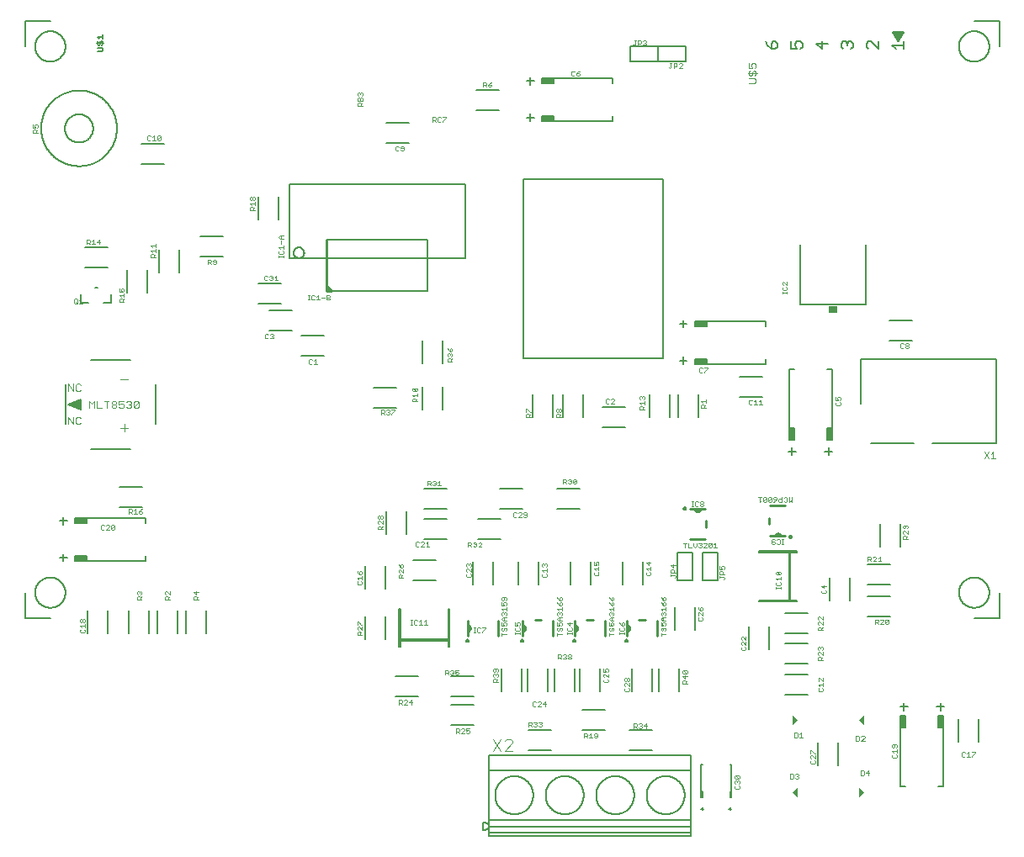
<source format=gbr>
G04 EAGLE Gerber RS-274X export*
G75*
%MOMM*%
%FSLAX34Y34*%
%LPD*%
%INSilkscreen Top*%
%IPPOS*%
%AMOC8*
5,1,8,0,0,1.08239X$1,22.5*%
G01*
%ADD10C,0.076200*%
%ADD11C,0.254000*%
%ADD12C,0.152400*%
%ADD13C,0.127000*%
%ADD14C,0.050800*%
%ADD15C,0.203200*%
%ADD16R,0.863600X0.762000*%
%ADD17C,0.101600*%
%ADD18C,0.304800*%

G36*
X772165Y121794D02*
X772165Y121794D01*
X772166Y121794D01*
X772249Y121831D01*
X777329Y126911D01*
X777330Y126913D01*
X777332Y126914D01*
X777349Y126958D01*
X777366Y127002D01*
X777365Y127004D01*
X777366Y127006D01*
X777329Y127089D01*
X772249Y132169D01*
X772248Y132170D01*
X772248Y132171D01*
X772202Y132188D01*
X772158Y132206D01*
X772157Y132206D01*
X772156Y132206D01*
X772112Y132186D01*
X772068Y132166D01*
X772068Y132165D01*
X772067Y132165D01*
X772034Y132080D01*
X772034Y121920D01*
X772034Y121919D01*
X772034Y121918D01*
X772053Y121874D01*
X772072Y121829D01*
X772073Y121829D01*
X772074Y121828D01*
X772119Y121811D01*
X772164Y121794D01*
X772165Y121794D01*
G37*
G36*
X843918Y121794D02*
X843918Y121794D01*
X843919Y121794D01*
X843963Y121814D01*
X844007Y121834D01*
X844007Y121835D01*
X844008Y121835D01*
X844041Y121920D01*
X844041Y132080D01*
X844041Y132081D01*
X844041Y132082D01*
X844022Y132126D01*
X844003Y132171D01*
X844002Y132171D01*
X844001Y132172D01*
X843956Y132189D01*
X843911Y132206D01*
X843910Y132206D01*
X843909Y132206D01*
X843826Y132169D01*
X838746Y127089D01*
X838745Y127087D01*
X838743Y127086D01*
X838727Y127042D01*
X838709Y126998D01*
X838710Y126996D01*
X838709Y126994D01*
X838746Y126911D01*
X843826Y121831D01*
X843827Y121830D01*
X843827Y121829D01*
X843873Y121812D01*
X843917Y121794D01*
X843918Y121794D01*
G37*
G36*
X838840Y48769D02*
X838840Y48769D01*
X838841Y48769D01*
X838924Y48806D01*
X844004Y53886D01*
X844005Y53888D01*
X844007Y53889D01*
X844024Y53933D01*
X844041Y53977D01*
X844040Y53979D01*
X844041Y53981D01*
X844004Y54064D01*
X838924Y59144D01*
X838923Y59145D01*
X838923Y59146D01*
X838877Y59163D01*
X838833Y59181D01*
X838832Y59181D01*
X838831Y59181D01*
X838787Y59161D01*
X838743Y59141D01*
X838743Y59140D01*
X838742Y59140D01*
X838709Y59055D01*
X838709Y48895D01*
X838709Y48894D01*
X838709Y48893D01*
X838728Y48849D01*
X838747Y48804D01*
X838748Y48804D01*
X838749Y48803D01*
X838794Y48786D01*
X838839Y48769D01*
X838840Y48769D01*
G37*
G36*
X777243Y48769D02*
X777243Y48769D01*
X777244Y48769D01*
X777288Y48789D01*
X777332Y48809D01*
X777332Y48810D01*
X777333Y48810D01*
X777366Y48895D01*
X777366Y59055D01*
X777366Y59056D01*
X777366Y59057D01*
X777347Y59101D01*
X777328Y59146D01*
X777327Y59146D01*
X777326Y59147D01*
X777281Y59164D01*
X777236Y59181D01*
X777235Y59181D01*
X777234Y59181D01*
X777151Y59144D01*
X772071Y54064D01*
X772070Y54062D01*
X772068Y54061D01*
X772052Y54017D01*
X772034Y53973D01*
X772035Y53971D01*
X772034Y53969D01*
X772071Y53886D01*
X777151Y48806D01*
X777152Y48805D01*
X777152Y48804D01*
X777198Y48787D01*
X777242Y48769D01*
X777243Y48769D01*
G37*
D10*
X339344Y744919D02*
X334514Y744919D01*
X334514Y747334D01*
X335319Y748139D01*
X336929Y748139D01*
X337734Y747334D01*
X337734Y744919D01*
X337734Y746529D02*
X339344Y748139D01*
X339344Y750064D02*
X334514Y750064D01*
X334514Y752479D01*
X335319Y753284D01*
X336124Y753284D01*
X336929Y752479D01*
X337734Y753284D01*
X338539Y753284D01*
X339344Y752479D01*
X339344Y750064D01*
X336929Y750064D02*
X336929Y752479D01*
X335319Y755209D02*
X334514Y756014D01*
X334514Y757624D01*
X335319Y758429D01*
X336124Y758429D01*
X336929Y757624D01*
X336929Y756819D01*
X336929Y757624D02*
X337734Y758429D01*
X338539Y758429D01*
X339344Y757624D01*
X339344Y756014D01*
X338539Y755209D01*
X409956Y733874D02*
X409956Y729044D01*
X409956Y733874D02*
X412371Y733874D01*
X413176Y733069D01*
X413176Y731459D01*
X412371Y730654D01*
X409956Y730654D01*
X411566Y730654D02*
X413176Y729044D01*
X417516Y733874D02*
X418321Y733069D01*
X417516Y733874D02*
X415906Y733874D01*
X415101Y733069D01*
X415101Y729849D01*
X415906Y729044D01*
X417516Y729044D01*
X418321Y729849D01*
X420247Y733874D02*
X423467Y733874D01*
X423467Y733069D01*
X420247Y729849D01*
X420247Y729044D01*
D11*
X303213Y609600D02*
X303213Y563563D01*
X303213Y558800D01*
X304800Y558800D01*
X304800Y560388D01*
X304800Y561975D01*
X303213Y563563D01*
X304800Y561975D02*
X307975Y558800D01*
X306388Y558800D01*
X304800Y560388D01*
D10*
X286154Y549656D02*
X284544Y549656D01*
X285349Y549656D02*
X285349Y554486D01*
X284544Y554486D02*
X286154Y554486D01*
X290389Y554486D02*
X291194Y553681D01*
X290389Y554486D02*
X288779Y554486D01*
X287974Y553681D01*
X287974Y550461D01*
X288779Y549656D01*
X290389Y549656D01*
X291194Y550461D01*
X293119Y552876D02*
X294729Y554486D01*
X294729Y549656D01*
X293119Y549656D02*
X296339Y549656D01*
X298264Y552071D02*
X301484Y552071D01*
X303410Y549656D02*
X303410Y554486D01*
X305825Y554486D01*
X306630Y553681D01*
X306630Y552876D01*
X305825Y552071D01*
X306630Y551266D01*
X306630Y550461D01*
X305825Y549656D01*
X303410Y549656D01*
X303410Y552071D02*
X305825Y552071D01*
D11*
X873125Y819150D02*
X877888Y811213D01*
X882650Y819150D02*
X873125Y819150D01*
X877888Y811213D02*
X882650Y819150D01*
X876300Y817563D02*
X877888Y811213D01*
X876300Y817563D02*
X879475Y817563D01*
X877888Y814388D01*
D12*
X442405Y591518D02*
X265875Y591518D01*
X442405Y591518D02*
X442405Y665782D01*
X265875Y665782D01*
X265875Y591518D01*
X269939Y597154D02*
X269941Y597300D01*
X269947Y597445D01*
X269957Y597591D01*
X269971Y597736D01*
X269989Y597880D01*
X270010Y598024D01*
X270036Y598168D01*
X270066Y598310D01*
X270099Y598452D01*
X270137Y598593D01*
X270178Y598733D01*
X270223Y598871D01*
X270272Y599009D01*
X270324Y599145D01*
X270381Y599279D01*
X270440Y599412D01*
X270504Y599543D01*
X270571Y599672D01*
X270642Y599800D01*
X270716Y599925D01*
X270793Y600049D01*
X270874Y600170D01*
X270958Y600289D01*
X271045Y600406D01*
X271135Y600520D01*
X271229Y600632D01*
X271325Y600741D01*
X271425Y600848D01*
X271527Y600951D01*
X271632Y601052D01*
X271740Y601150D01*
X271851Y601245D01*
X271964Y601337D01*
X272079Y601426D01*
X272197Y601512D01*
X272317Y601594D01*
X272440Y601673D01*
X272564Y601749D01*
X272691Y601821D01*
X272819Y601890D01*
X272949Y601955D01*
X273081Y602017D01*
X273215Y602075D01*
X273350Y602129D01*
X273487Y602180D01*
X273625Y602227D01*
X273764Y602270D01*
X273904Y602309D01*
X274046Y602345D01*
X274188Y602376D01*
X274331Y602404D01*
X274475Y602428D01*
X274619Y602448D01*
X274764Y602464D01*
X274909Y602476D01*
X275054Y602484D01*
X275200Y602488D01*
X275346Y602488D01*
X275492Y602484D01*
X275637Y602476D01*
X275782Y602464D01*
X275927Y602448D01*
X276071Y602428D01*
X276215Y602404D01*
X276358Y602376D01*
X276500Y602345D01*
X276642Y602309D01*
X276782Y602270D01*
X276921Y602227D01*
X277059Y602180D01*
X277196Y602129D01*
X277331Y602075D01*
X277465Y602017D01*
X277597Y601955D01*
X277727Y601890D01*
X277855Y601821D01*
X277982Y601749D01*
X278106Y601673D01*
X278229Y601594D01*
X278349Y601512D01*
X278467Y601426D01*
X278582Y601337D01*
X278695Y601245D01*
X278806Y601150D01*
X278914Y601052D01*
X279019Y600951D01*
X279121Y600848D01*
X279221Y600741D01*
X279317Y600632D01*
X279411Y600520D01*
X279501Y600406D01*
X279588Y600289D01*
X279672Y600170D01*
X279753Y600049D01*
X279830Y599925D01*
X279904Y599800D01*
X279975Y599672D01*
X280042Y599543D01*
X280106Y599412D01*
X280165Y599279D01*
X280222Y599145D01*
X280274Y599009D01*
X280323Y598871D01*
X280368Y598733D01*
X280409Y598593D01*
X280447Y598452D01*
X280480Y598310D01*
X280510Y598168D01*
X280536Y598024D01*
X280557Y597880D01*
X280575Y597736D01*
X280589Y597591D01*
X280599Y597445D01*
X280605Y597300D01*
X280607Y597154D01*
X280605Y597008D01*
X280599Y596863D01*
X280589Y596717D01*
X280575Y596572D01*
X280557Y596428D01*
X280536Y596284D01*
X280510Y596140D01*
X280480Y595998D01*
X280447Y595856D01*
X280409Y595715D01*
X280368Y595575D01*
X280323Y595437D01*
X280274Y595299D01*
X280222Y595163D01*
X280165Y595029D01*
X280106Y594896D01*
X280042Y594765D01*
X279975Y594636D01*
X279904Y594508D01*
X279830Y594383D01*
X279753Y594259D01*
X279672Y594138D01*
X279588Y594019D01*
X279501Y593902D01*
X279411Y593788D01*
X279317Y593676D01*
X279221Y593567D01*
X279121Y593460D01*
X279019Y593357D01*
X278914Y593256D01*
X278806Y593158D01*
X278695Y593063D01*
X278582Y592971D01*
X278467Y592882D01*
X278349Y592796D01*
X278229Y592714D01*
X278106Y592635D01*
X277982Y592559D01*
X277855Y592487D01*
X277727Y592418D01*
X277597Y592353D01*
X277465Y592291D01*
X277331Y592233D01*
X277196Y592179D01*
X277059Y592128D01*
X276921Y592081D01*
X276782Y592038D01*
X276642Y591999D01*
X276500Y591963D01*
X276358Y591932D01*
X276215Y591904D01*
X276071Y591880D01*
X275927Y591860D01*
X275782Y591844D01*
X275637Y591832D01*
X275492Y591824D01*
X275346Y591820D01*
X275200Y591820D01*
X275054Y591824D01*
X274909Y591832D01*
X274764Y591844D01*
X274619Y591860D01*
X274475Y591880D01*
X274331Y591904D01*
X274188Y591932D01*
X274046Y591963D01*
X273904Y591999D01*
X273764Y592038D01*
X273625Y592081D01*
X273487Y592128D01*
X273350Y592179D01*
X273215Y592233D01*
X273081Y592291D01*
X272949Y592353D01*
X272819Y592418D01*
X272691Y592487D01*
X272564Y592559D01*
X272440Y592635D01*
X272317Y592714D01*
X272197Y592796D01*
X272079Y592882D01*
X271964Y592971D01*
X271851Y593063D01*
X271740Y593158D01*
X271632Y593256D01*
X271527Y593357D01*
X271425Y593460D01*
X271325Y593567D01*
X271229Y593676D01*
X271135Y593788D01*
X271045Y593902D01*
X270958Y594019D01*
X270874Y594138D01*
X270793Y594259D01*
X270716Y594383D01*
X270642Y594508D01*
X270571Y594636D01*
X270504Y594765D01*
X270440Y594896D01*
X270381Y595029D01*
X270324Y595163D01*
X270272Y595299D01*
X270223Y595437D01*
X270178Y595575D01*
X270137Y595715D01*
X270099Y595856D01*
X270066Y595998D01*
X270036Y596140D01*
X270010Y596284D01*
X269989Y596428D01*
X269971Y596572D01*
X269957Y596717D01*
X269947Y596863D01*
X269941Y597008D01*
X269939Y597154D01*
D10*
X259969Y594129D02*
X259969Y592519D01*
X259969Y593324D02*
X255139Y593324D01*
X255139Y592519D02*
X255139Y594129D01*
X255139Y598364D02*
X255944Y599169D01*
X255139Y598364D02*
X255139Y596754D01*
X255944Y595949D01*
X259164Y595949D01*
X259969Y596754D01*
X259969Y598364D01*
X259164Y599169D01*
X256749Y601094D02*
X255139Y602704D01*
X259969Y602704D01*
X259969Y601094D02*
X259969Y604314D01*
X257554Y606239D02*
X257554Y609459D01*
X256749Y611385D02*
X259969Y611385D01*
X256749Y611385D02*
X255139Y612995D01*
X256749Y614605D01*
X259969Y614605D01*
X257554Y614605D02*
X257554Y611385D01*
D13*
X25083Y830263D02*
X-318Y830263D01*
X-318Y804863D01*
X954723Y830263D02*
X980123Y830263D01*
X980123Y804863D01*
X980123Y254953D02*
X980123Y229553D01*
X954723Y229553D01*
X25083Y229553D02*
X-318Y229553D01*
X-318Y254953D01*
X9843Y804863D02*
X9848Y805237D01*
X9861Y805611D01*
X9884Y805984D01*
X9916Y806357D01*
X9958Y806729D01*
X10008Y807099D01*
X10067Y807468D01*
X10136Y807836D01*
X10213Y808202D01*
X10300Y808566D01*
X10395Y808928D01*
X10499Y809287D01*
X10612Y809644D01*
X10734Y809997D01*
X10864Y810348D01*
X11003Y810695D01*
X11150Y811039D01*
X11306Y811379D01*
X11470Y811715D01*
X11643Y812047D01*
X11823Y812375D01*
X12011Y812698D01*
X12207Y813016D01*
X12411Y813330D01*
X12623Y813638D01*
X12842Y813941D01*
X13069Y814239D01*
X13302Y814531D01*
X13543Y814817D01*
X13791Y815098D01*
X14045Y815372D01*
X14307Y815639D01*
X14574Y815901D01*
X14848Y816155D01*
X15129Y816403D01*
X15415Y816644D01*
X15707Y816877D01*
X16005Y817104D01*
X16308Y817323D01*
X16616Y817535D01*
X16930Y817739D01*
X17248Y817935D01*
X17571Y818123D01*
X17899Y818303D01*
X18231Y818476D01*
X18567Y818640D01*
X18907Y818796D01*
X19251Y818943D01*
X19598Y819082D01*
X19949Y819212D01*
X20302Y819334D01*
X20659Y819447D01*
X21018Y819551D01*
X21380Y819646D01*
X21744Y819733D01*
X22110Y819810D01*
X22478Y819879D01*
X22847Y819938D01*
X23217Y819988D01*
X23589Y820030D01*
X23962Y820062D01*
X24335Y820085D01*
X24709Y820098D01*
X25083Y820103D01*
X25457Y820098D01*
X25831Y820085D01*
X26204Y820062D01*
X26577Y820030D01*
X26949Y819988D01*
X27319Y819938D01*
X27688Y819879D01*
X28056Y819810D01*
X28422Y819733D01*
X28786Y819646D01*
X29148Y819551D01*
X29507Y819447D01*
X29864Y819334D01*
X30217Y819212D01*
X30568Y819082D01*
X30915Y818943D01*
X31259Y818796D01*
X31599Y818640D01*
X31935Y818476D01*
X32267Y818303D01*
X32595Y818123D01*
X32918Y817935D01*
X33236Y817739D01*
X33550Y817535D01*
X33858Y817323D01*
X34161Y817104D01*
X34459Y816877D01*
X34751Y816644D01*
X35037Y816403D01*
X35318Y816155D01*
X35592Y815901D01*
X35859Y815639D01*
X36121Y815372D01*
X36375Y815098D01*
X36623Y814817D01*
X36864Y814531D01*
X37097Y814239D01*
X37324Y813941D01*
X37543Y813638D01*
X37755Y813330D01*
X37959Y813016D01*
X38155Y812698D01*
X38343Y812375D01*
X38523Y812047D01*
X38696Y811715D01*
X38860Y811379D01*
X39016Y811039D01*
X39163Y810695D01*
X39302Y810348D01*
X39432Y809997D01*
X39554Y809644D01*
X39667Y809287D01*
X39771Y808928D01*
X39866Y808566D01*
X39953Y808202D01*
X40030Y807836D01*
X40099Y807468D01*
X40158Y807099D01*
X40208Y806729D01*
X40250Y806357D01*
X40282Y805984D01*
X40305Y805611D01*
X40318Y805237D01*
X40323Y804863D01*
X40318Y804489D01*
X40305Y804115D01*
X40282Y803742D01*
X40250Y803369D01*
X40208Y802997D01*
X40158Y802627D01*
X40099Y802258D01*
X40030Y801890D01*
X39953Y801524D01*
X39866Y801160D01*
X39771Y800798D01*
X39667Y800439D01*
X39554Y800082D01*
X39432Y799729D01*
X39302Y799378D01*
X39163Y799031D01*
X39016Y798687D01*
X38860Y798347D01*
X38696Y798011D01*
X38523Y797679D01*
X38343Y797351D01*
X38155Y797028D01*
X37959Y796710D01*
X37755Y796396D01*
X37543Y796088D01*
X37324Y795785D01*
X37097Y795487D01*
X36864Y795195D01*
X36623Y794909D01*
X36375Y794628D01*
X36121Y794354D01*
X35859Y794087D01*
X35592Y793825D01*
X35318Y793571D01*
X35037Y793323D01*
X34751Y793082D01*
X34459Y792849D01*
X34161Y792622D01*
X33858Y792403D01*
X33550Y792191D01*
X33236Y791987D01*
X32918Y791791D01*
X32595Y791603D01*
X32267Y791423D01*
X31935Y791250D01*
X31599Y791086D01*
X31259Y790930D01*
X30915Y790783D01*
X30568Y790644D01*
X30217Y790514D01*
X29864Y790392D01*
X29507Y790279D01*
X29148Y790175D01*
X28786Y790080D01*
X28422Y789993D01*
X28056Y789916D01*
X27688Y789847D01*
X27319Y789788D01*
X26949Y789738D01*
X26577Y789696D01*
X26204Y789664D01*
X25831Y789641D01*
X25457Y789628D01*
X25083Y789623D01*
X24709Y789628D01*
X24335Y789641D01*
X23962Y789664D01*
X23589Y789696D01*
X23217Y789738D01*
X22847Y789788D01*
X22478Y789847D01*
X22110Y789916D01*
X21744Y789993D01*
X21380Y790080D01*
X21018Y790175D01*
X20659Y790279D01*
X20302Y790392D01*
X19949Y790514D01*
X19598Y790644D01*
X19251Y790783D01*
X18907Y790930D01*
X18567Y791086D01*
X18231Y791250D01*
X17899Y791423D01*
X17571Y791603D01*
X17248Y791791D01*
X16930Y791987D01*
X16616Y792191D01*
X16308Y792403D01*
X16005Y792622D01*
X15707Y792849D01*
X15415Y793082D01*
X15129Y793323D01*
X14848Y793571D01*
X14574Y793825D01*
X14307Y794087D01*
X14045Y794354D01*
X13791Y794628D01*
X13543Y794909D01*
X13302Y795195D01*
X13069Y795487D01*
X12842Y795785D01*
X12623Y796088D01*
X12411Y796396D01*
X12207Y796710D01*
X12011Y797028D01*
X11823Y797351D01*
X11643Y797679D01*
X11470Y798011D01*
X11306Y798347D01*
X11150Y798687D01*
X11003Y799031D01*
X10864Y799378D01*
X10734Y799729D01*
X10612Y800082D01*
X10499Y800439D01*
X10395Y800798D01*
X10300Y801160D01*
X10213Y801524D01*
X10136Y801890D01*
X10067Y802258D01*
X10008Y802627D01*
X9958Y802997D01*
X9916Y803369D01*
X9884Y803742D01*
X9861Y804115D01*
X9848Y804489D01*
X9843Y804863D01*
X939430Y804863D02*
X939435Y805238D01*
X939448Y805613D01*
X939471Y805988D01*
X939504Y806362D01*
X939545Y806735D01*
X939596Y807107D01*
X939655Y807478D01*
X939724Y807847D01*
X939802Y808214D01*
X939888Y808579D01*
X939984Y808942D01*
X940089Y809302D01*
X940202Y809660D01*
X940324Y810015D01*
X940455Y810367D01*
X940594Y810715D01*
X940742Y811060D01*
X940898Y811402D01*
X941063Y811739D01*
X941236Y812072D01*
X941417Y812401D01*
X941606Y812725D01*
X941803Y813045D01*
X942007Y813359D01*
X942220Y813669D01*
X942440Y813973D01*
X942667Y814272D01*
X942901Y814565D01*
X943143Y814852D01*
X943392Y815133D01*
X943647Y815408D01*
X943909Y815677D01*
X944178Y815939D01*
X944453Y816194D01*
X944734Y816443D01*
X945021Y816685D01*
X945314Y816919D01*
X945613Y817146D01*
X945917Y817366D01*
X946227Y817579D01*
X946541Y817783D01*
X946861Y817980D01*
X947185Y818169D01*
X947514Y818350D01*
X947847Y818523D01*
X948184Y818688D01*
X948526Y818844D01*
X948871Y818992D01*
X949219Y819131D01*
X949571Y819262D01*
X949926Y819384D01*
X950284Y819497D01*
X950644Y819602D01*
X951007Y819698D01*
X951372Y819784D01*
X951739Y819862D01*
X952108Y819931D01*
X952479Y819990D01*
X952851Y820041D01*
X953224Y820082D01*
X953598Y820115D01*
X953973Y820138D01*
X954348Y820151D01*
X954723Y820156D01*
X955098Y820151D01*
X955473Y820138D01*
X955848Y820115D01*
X956222Y820082D01*
X956595Y820041D01*
X956967Y819990D01*
X957338Y819931D01*
X957707Y819862D01*
X958074Y819784D01*
X958439Y819698D01*
X958802Y819602D01*
X959162Y819497D01*
X959520Y819384D01*
X959875Y819262D01*
X960227Y819131D01*
X960575Y818992D01*
X960920Y818844D01*
X961262Y818688D01*
X961599Y818523D01*
X961932Y818350D01*
X962261Y818169D01*
X962585Y817980D01*
X962905Y817783D01*
X963219Y817579D01*
X963529Y817366D01*
X963833Y817146D01*
X964132Y816919D01*
X964425Y816685D01*
X964712Y816443D01*
X964993Y816194D01*
X965268Y815939D01*
X965537Y815677D01*
X965799Y815408D01*
X966054Y815133D01*
X966303Y814852D01*
X966545Y814565D01*
X966779Y814272D01*
X967006Y813973D01*
X967226Y813669D01*
X967439Y813359D01*
X967643Y813045D01*
X967840Y812725D01*
X968029Y812401D01*
X968210Y812072D01*
X968383Y811739D01*
X968548Y811402D01*
X968704Y811060D01*
X968852Y810715D01*
X968991Y810367D01*
X969122Y810015D01*
X969244Y809660D01*
X969357Y809302D01*
X969462Y808942D01*
X969558Y808579D01*
X969644Y808214D01*
X969722Y807847D01*
X969791Y807478D01*
X969850Y807107D01*
X969901Y806735D01*
X969942Y806362D01*
X969975Y805988D01*
X969998Y805613D01*
X970011Y805238D01*
X970016Y804863D01*
X970011Y804488D01*
X969998Y804113D01*
X969975Y803738D01*
X969942Y803364D01*
X969901Y802991D01*
X969850Y802619D01*
X969791Y802248D01*
X969722Y801879D01*
X969644Y801512D01*
X969558Y801147D01*
X969462Y800784D01*
X969357Y800424D01*
X969244Y800066D01*
X969122Y799711D01*
X968991Y799359D01*
X968852Y799011D01*
X968704Y798666D01*
X968548Y798324D01*
X968383Y797987D01*
X968210Y797654D01*
X968029Y797325D01*
X967840Y797001D01*
X967643Y796681D01*
X967439Y796367D01*
X967226Y796057D01*
X967006Y795753D01*
X966779Y795454D01*
X966545Y795161D01*
X966303Y794874D01*
X966054Y794593D01*
X965799Y794318D01*
X965537Y794049D01*
X965268Y793787D01*
X964993Y793532D01*
X964712Y793283D01*
X964425Y793041D01*
X964132Y792807D01*
X963833Y792580D01*
X963529Y792360D01*
X963219Y792147D01*
X962905Y791943D01*
X962585Y791746D01*
X962261Y791557D01*
X961932Y791376D01*
X961599Y791203D01*
X961262Y791038D01*
X960920Y790882D01*
X960575Y790734D01*
X960227Y790595D01*
X959875Y790464D01*
X959520Y790342D01*
X959162Y790229D01*
X958802Y790124D01*
X958439Y790028D01*
X958074Y789942D01*
X957707Y789864D01*
X957338Y789795D01*
X956967Y789736D01*
X956595Y789685D01*
X956222Y789644D01*
X955848Y789611D01*
X955473Y789588D01*
X955098Y789575D01*
X954723Y789570D01*
X954348Y789575D01*
X953973Y789588D01*
X953598Y789611D01*
X953224Y789644D01*
X952851Y789685D01*
X952479Y789736D01*
X952108Y789795D01*
X951739Y789864D01*
X951372Y789942D01*
X951007Y790028D01*
X950644Y790124D01*
X950284Y790229D01*
X949926Y790342D01*
X949571Y790464D01*
X949219Y790595D01*
X948871Y790734D01*
X948526Y790882D01*
X948184Y791038D01*
X947847Y791203D01*
X947514Y791376D01*
X947185Y791557D01*
X946861Y791746D01*
X946541Y791943D01*
X946227Y792147D01*
X945917Y792360D01*
X945613Y792580D01*
X945314Y792807D01*
X945021Y793041D01*
X944734Y793283D01*
X944453Y793532D01*
X944178Y793787D01*
X943909Y794049D01*
X943647Y794318D01*
X943392Y794593D01*
X943143Y794874D01*
X942901Y795161D01*
X942667Y795454D01*
X942440Y795753D01*
X942220Y796057D01*
X942007Y796367D01*
X941803Y796681D01*
X941606Y797001D01*
X941417Y797325D01*
X941236Y797654D01*
X941063Y797987D01*
X940898Y798324D01*
X940742Y798666D01*
X940594Y799011D01*
X940455Y799359D01*
X940324Y799711D01*
X940202Y800066D01*
X940089Y800424D01*
X939984Y800784D01*
X939888Y801147D01*
X939802Y801512D01*
X939724Y801879D01*
X939655Y802248D01*
X939596Y802619D01*
X939545Y802991D01*
X939504Y803364D01*
X939471Y803738D01*
X939448Y804113D01*
X939435Y804488D01*
X939430Y804863D01*
X939483Y254953D02*
X939488Y255327D01*
X939501Y255701D01*
X939524Y256074D01*
X939556Y256447D01*
X939598Y256819D01*
X939648Y257189D01*
X939707Y257558D01*
X939776Y257926D01*
X939853Y258292D01*
X939940Y258656D01*
X940035Y259018D01*
X940139Y259377D01*
X940252Y259734D01*
X940374Y260087D01*
X940504Y260438D01*
X940643Y260785D01*
X940790Y261129D01*
X940946Y261469D01*
X941110Y261805D01*
X941283Y262137D01*
X941463Y262465D01*
X941651Y262788D01*
X941847Y263106D01*
X942051Y263420D01*
X942263Y263728D01*
X942482Y264031D01*
X942709Y264329D01*
X942942Y264621D01*
X943183Y264907D01*
X943431Y265188D01*
X943685Y265462D01*
X943947Y265729D01*
X944214Y265991D01*
X944488Y266245D01*
X944769Y266493D01*
X945055Y266734D01*
X945347Y266967D01*
X945645Y267194D01*
X945948Y267413D01*
X946256Y267625D01*
X946570Y267829D01*
X946888Y268025D01*
X947211Y268213D01*
X947539Y268393D01*
X947871Y268566D01*
X948207Y268730D01*
X948547Y268886D01*
X948891Y269033D01*
X949238Y269172D01*
X949589Y269302D01*
X949942Y269424D01*
X950299Y269537D01*
X950658Y269641D01*
X951020Y269736D01*
X951384Y269823D01*
X951750Y269900D01*
X952118Y269969D01*
X952487Y270028D01*
X952857Y270078D01*
X953229Y270120D01*
X953602Y270152D01*
X953975Y270175D01*
X954349Y270188D01*
X954723Y270193D01*
X955097Y270188D01*
X955471Y270175D01*
X955844Y270152D01*
X956217Y270120D01*
X956589Y270078D01*
X956959Y270028D01*
X957328Y269969D01*
X957696Y269900D01*
X958062Y269823D01*
X958426Y269736D01*
X958788Y269641D01*
X959147Y269537D01*
X959504Y269424D01*
X959857Y269302D01*
X960208Y269172D01*
X960555Y269033D01*
X960899Y268886D01*
X961239Y268730D01*
X961575Y268566D01*
X961907Y268393D01*
X962235Y268213D01*
X962558Y268025D01*
X962876Y267829D01*
X963190Y267625D01*
X963498Y267413D01*
X963801Y267194D01*
X964099Y266967D01*
X964391Y266734D01*
X964677Y266493D01*
X964958Y266245D01*
X965232Y265991D01*
X965499Y265729D01*
X965761Y265462D01*
X966015Y265188D01*
X966263Y264907D01*
X966504Y264621D01*
X966737Y264329D01*
X966964Y264031D01*
X967183Y263728D01*
X967395Y263420D01*
X967599Y263106D01*
X967795Y262788D01*
X967983Y262465D01*
X968163Y262137D01*
X968336Y261805D01*
X968500Y261469D01*
X968656Y261129D01*
X968803Y260785D01*
X968942Y260438D01*
X969072Y260087D01*
X969194Y259734D01*
X969307Y259377D01*
X969411Y259018D01*
X969506Y258656D01*
X969593Y258292D01*
X969670Y257926D01*
X969739Y257558D01*
X969798Y257189D01*
X969848Y256819D01*
X969890Y256447D01*
X969922Y256074D01*
X969945Y255701D01*
X969958Y255327D01*
X969963Y254953D01*
X969958Y254579D01*
X969945Y254205D01*
X969922Y253832D01*
X969890Y253459D01*
X969848Y253087D01*
X969798Y252717D01*
X969739Y252348D01*
X969670Y251980D01*
X969593Y251614D01*
X969506Y251250D01*
X969411Y250888D01*
X969307Y250529D01*
X969194Y250172D01*
X969072Y249819D01*
X968942Y249468D01*
X968803Y249121D01*
X968656Y248777D01*
X968500Y248437D01*
X968336Y248101D01*
X968163Y247769D01*
X967983Y247441D01*
X967795Y247118D01*
X967599Y246800D01*
X967395Y246486D01*
X967183Y246178D01*
X966964Y245875D01*
X966737Y245577D01*
X966504Y245285D01*
X966263Y244999D01*
X966015Y244718D01*
X965761Y244444D01*
X965499Y244177D01*
X965232Y243915D01*
X964958Y243661D01*
X964677Y243413D01*
X964391Y243172D01*
X964099Y242939D01*
X963801Y242712D01*
X963498Y242493D01*
X963190Y242281D01*
X962876Y242077D01*
X962558Y241881D01*
X962235Y241693D01*
X961907Y241513D01*
X961575Y241340D01*
X961239Y241176D01*
X960899Y241020D01*
X960555Y240873D01*
X960208Y240734D01*
X959857Y240604D01*
X959504Y240482D01*
X959147Y240369D01*
X958788Y240265D01*
X958426Y240170D01*
X958062Y240083D01*
X957696Y240006D01*
X957328Y239937D01*
X956959Y239878D01*
X956589Y239828D01*
X956217Y239786D01*
X955844Y239754D01*
X955471Y239731D01*
X955097Y239718D01*
X954723Y239713D01*
X954349Y239718D01*
X953975Y239731D01*
X953602Y239754D01*
X953229Y239786D01*
X952857Y239828D01*
X952487Y239878D01*
X952118Y239937D01*
X951750Y240006D01*
X951384Y240083D01*
X951020Y240170D01*
X950658Y240265D01*
X950299Y240369D01*
X949942Y240482D01*
X949589Y240604D01*
X949238Y240734D01*
X948891Y240873D01*
X948547Y241020D01*
X948207Y241176D01*
X947871Y241340D01*
X947539Y241513D01*
X947211Y241693D01*
X946888Y241881D01*
X946570Y242077D01*
X946256Y242281D01*
X945948Y242493D01*
X945645Y242712D01*
X945347Y242939D01*
X945055Y243172D01*
X944769Y243413D01*
X944488Y243661D01*
X944214Y243915D01*
X943947Y244177D01*
X943685Y244444D01*
X943431Y244718D01*
X943183Y244999D01*
X942942Y245285D01*
X942709Y245577D01*
X942482Y245875D01*
X942263Y246178D01*
X942051Y246486D01*
X941847Y246800D01*
X941651Y247118D01*
X941463Y247441D01*
X941283Y247769D01*
X941110Y248101D01*
X940946Y248437D01*
X940790Y248777D01*
X940643Y249121D01*
X940504Y249468D01*
X940374Y249819D01*
X940252Y250172D01*
X940139Y250529D01*
X940035Y250888D01*
X939940Y251250D01*
X939853Y251614D01*
X939776Y251980D01*
X939707Y252348D01*
X939648Y252717D01*
X939598Y253087D01*
X939556Y253459D01*
X939524Y253832D01*
X939501Y254205D01*
X939488Y254579D01*
X939483Y254953D01*
X9843Y254953D02*
X9848Y255327D01*
X9861Y255701D01*
X9884Y256074D01*
X9916Y256447D01*
X9958Y256819D01*
X10008Y257189D01*
X10067Y257558D01*
X10136Y257926D01*
X10213Y258292D01*
X10300Y258656D01*
X10395Y259018D01*
X10499Y259377D01*
X10612Y259734D01*
X10734Y260087D01*
X10864Y260438D01*
X11003Y260785D01*
X11150Y261129D01*
X11306Y261469D01*
X11470Y261805D01*
X11643Y262137D01*
X11823Y262465D01*
X12011Y262788D01*
X12207Y263106D01*
X12411Y263420D01*
X12623Y263728D01*
X12842Y264031D01*
X13069Y264329D01*
X13302Y264621D01*
X13543Y264907D01*
X13791Y265188D01*
X14045Y265462D01*
X14307Y265729D01*
X14574Y265991D01*
X14848Y266245D01*
X15129Y266493D01*
X15415Y266734D01*
X15707Y266967D01*
X16005Y267194D01*
X16308Y267413D01*
X16616Y267625D01*
X16930Y267829D01*
X17248Y268025D01*
X17571Y268213D01*
X17899Y268393D01*
X18231Y268566D01*
X18567Y268730D01*
X18907Y268886D01*
X19251Y269033D01*
X19598Y269172D01*
X19949Y269302D01*
X20302Y269424D01*
X20659Y269537D01*
X21018Y269641D01*
X21380Y269736D01*
X21744Y269823D01*
X22110Y269900D01*
X22478Y269969D01*
X22847Y270028D01*
X23217Y270078D01*
X23589Y270120D01*
X23962Y270152D01*
X24335Y270175D01*
X24709Y270188D01*
X25083Y270193D01*
X25457Y270188D01*
X25831Y270175D01*
X26204Y270152D01*
X26577Y270120D01*
X26949Y270078D01*
X27319Y270028D01*
X27688Y269969D01*
X28056Y269900D01*
X28422Y269823D01*
X28786Y269736D01*
X29148Y269641D01*
X29507Y269537D01*
X29864Y269424D01*
X30217Y269302D01*
X30568Y269172D01*
X30915Y269033D01*
X31259Y268886D01*
X31599Y268730D01*
X31935Y268566D01*
X32267Y268393D01*
X32595Y268213D01*
X32918Y268025D01*
X33236Y267829D01*
X33550Y267625D01*
X33858Y267413D01*
X34161Y267194D01*
X34459Y266967D01*
X34751Y266734D01*
X35037Y266493D01*
X35318Y266245D01*
X35592Y265991D01*
X35859Y265729D01*
X36121Y265462D01*
X36375Y265188D01*
X36623Y264907D01*
X36864Y264621D01*
X37097Y264329D01*
X37324Y264031D01*
X37543Y263728D01*
X37755Y263420D01*
X37959Y263106D01*
X38155Y262788D01*
X38343Y262465D01*
X38523Y262137D01*
X38696Y261805D01*
X38860Y261469D01*
X39016Y261129D01*
X39163Y260785D01*
X39302Y260438D01*
X39432Y260087D01*
X39554Y259734D01*
X39667Y259377D01*
X39771Y259018D01*
X39866Y258656D01*
X39953Y258292D01*
X40030Y257926D01*
X40099Y257558D01*
X40158Y257189D01*
X40208Y256819D01*
X40250Y256447D01*
X40282Y256074D01*
X40305Y255701D01*
X40318Y255327D01*
X40323Y254953D01*
X40318Y254579D01*
X40305Y254205D01*
X40282Y253832D01*
X40250Y253459D01*
X40208Y253087D01*
X40158Y252717D01*
X40099Y252348D01*
X40030Y251980D01*
X39953Y251614D01*
X39866Y251250D01*
X39771Y250888D01*
X39667Y250529D01*
X39554Y250172D01*
X39432Y249819D01*
X39302Y249468D01*
X39163Y249121D01*
X39016Y248777D01*
X38860Y248437D01*
X38696Y248101D01*
X38523Y247769D01*
X38343Y247441D01*
X38155Y247118D01*
X37959Y246800D01*
X37755Y246486D01*
X37543Y246178D01*
X37324Y245875D01*
X37097Y245577D01*
X36864Y245285D01*
X36623Y244999D01*
X36375Y244718D01*
X36121Y244444D01*
X35859Y244177D01*
X35592Y243915D01*
X35318Y243661D01*
X35037Y243413D01*
X34751Y243172D01*
X34459Y242939D01*
X34161Y242712D01*
X33858Y242493D01*
X33550Y242281D01*
X33236Y242077D01*
X32918Y241881D01*
X32595Y241693D01*
X32267Y241513D01*
X31935Y241340D01*
X31599Y241176D01*
X31259Y241020D01*
X30915Y240873D01*
X30568Y240734D01*
X30217Y240604D01*
X29864Y240482D01*
X29507Y240369D01*
X29148Y240265D01*
X28786Y240170D01*
X28422Y240083D01*
X28056Y240006D01*
X27688Y239937D01*
X27319Y239878D01*
X26949Y239828D01*
X26577Y239786D01*
X26204Y239754D01*
X25831Y239731D01*
X25457Y239718D01*
X25083Y239713D01*
X24709Y239718D01*
X24335Y239731D01*
X23962Y239754D01*
X23589Y239786D01*
X23217Y239828D01*
X22847Y239878D01*
X22478Y239937D01*
X22110Y240006D01*
X21744Y240083D01*
X21380Y240170D01*
X21018Y240265D01*
X20659Y240369D01*
X20302Y240482D01*
X19949Y240604D01*
X19598Y240734D01*
X19251Y240873D01*
X18907Y241020D01*
X18567Y241176D01*
X18231Y241340D01*
X17899Y241513D01*
X17571Y241693D01*
X17248Y241881D01*
X16930Y242077D01*
X16616Y242281D01*
X16308Y242493D01*
X16005Y242712D01*
X15707Y242939D01*
X15415Y243172D01*
X15129Y243413D01*
X14848Y243661D01*
X14574Y243915D01*
X14307Y244177D01*
X14045Y244444D01*
X13791Y244718D01*
X13543Y244999D01*
X13302Y245285D01*
X13069Y245577D01*
X12842Y245875D01*
X12623Y246178D01*
X12411Y246486D01*
X12207Y246800D01*
X12011Y247118D01*
X11823Y247441D01*
X11643Y247769D01*
X11470Y248101D01*
X11306Y248437D01*
X11150Y248777D01*
X11003Y249121D01*
X10864Y249468D01*
X10734Y249819D01*
X10612Y250172D01*
X10499Y250529D01*
X10395Y250888D01*
X10300Y251250D01*
X10213Y251614D01*
X10136Y251980D01*
X10067Y252348D01*
X10008Y252717D01*
X9958Y253087D01*
X9916Y253459D01*
X9884Y253832D01*
X9861Y254205D01*
X9848Y254579D01*
X9843Y254953D01*
D12*
X72445Y799562D02*
X77106Y799562D01*
X78038Y800494D01*
X78038Y802358D01*
X77106Y803291D01*
X72445Y803291D01*
X77106Y806111D02*
X78038Y807043D01*
X78038Y808907D01*
X77106Y809839D01*
X76174Y809839D01*
X75242Y808907D01*
X75242Y807043D01*
X74310Y806111D01*
X73377Y806111D01*
X72445Y807043D01*
X72445Y808907D01*
X73377Y809839D01*
X71513Y807975D02*
X78970Y807975D01*
X74310Y812659D02*
X72445Y814524D01*
X78038Y814524D01*
X78038Y816388D02*
X78038Y812659D01*
D13*
X676910Y454343D02*
X676910Y431483D01*
X656590Y431483D02*
X656590Y454343D01*
D10*
X679827Y440940D02*
X684657Y440940D01*
X679827Y440940D02*
X679827Y443355D01*
X680632Y444160D01*
X682242Y444160D01*
X683047Y443355D01*
X683047Y440940D01*
X683047Y442550D02*
X684657Y444160D01*
X681437Y446086D02*
X679827Y447696D01*
X684657Y447696D01*
X684657Y446086D02*
X684657Y449306D01*
D13*
X268605Y518478D02*
X245745Y518478D01*
X245745Y538798D02*
X268605Y538798D01*
D10*
X244135Y514756D02*
X243330Y515561D01*
X241720Y515561D01*
X240915Y514756D01*
X240915Y511536D01*
X241720Y510731D01*
X243330Y510731D01*
X244135Y511536D01*
X246061Y514756D02*
X246866Y515561D01*
X248476Y515561D01*
X249281Y514756D01*
X249281Y513951D01*
X248476Y513146D01*
X247671Y513146D01*
X248476Y513146D02*
X249281Y512341D01*
X249281Y511536D01*
X248476Y510731D01*
X246866Y510731D01*
X246061Y511536D01*
D13*
X132715Y236855D02*
X132715Y213995D01*
X153035Y213995D02*
X153035Y236855D01*
D10*
X145669Y248031D02*
X140839Y248031D01*
X140839Y250446D01*
X141644Y251251D01*
X143254Y251251D01*
X144059Y250446D01*
X144059Y248031D01*
X144059Y249641D02*
X145669Y251251D01*
X145669Y253176D02*
X145669Y256396D01*
X145669Y253176D02*
X142449Y256396D01*
X141644Y256396D01*
X140839Y255591D01*
X140839Y253981D01*
X141644Y253176D01*
D13*
X104140Y236855D02*
X104140Y213995D01*
X124460Y213995D02*
X124460Y236855D01*
D10*
X117094Y248031D02*
X112264Y248031D01*
X112264Y250446D01*
X113069Y251251D01*
X114679Y251251D01*
X115484Y250446D01*
X115484Y248031D01*
X115484Y249641D02*
X117094Y251251D01*
X113069Y253176D02*
X112264Y253981D01*
X112264Y255591D01*
X113069Y256396D01*
X113874Y256396D01*
X114679Y255591D01*
X114679Y254786D01*
X114679Y255591D02*
X115484Y256396D01*
X116289Y256396D01*
X117094Y255591D01*
X117094Y253981D01*
X116289Y253176D01*
D13*
X161290Y236855D02*
X161290Y213995D01*
X181610Y213995D02*
X181610Y236855D01*
D10*
X174244Y248031D02*
X169414Y248031D01*
X169414Y250446D01*
X170219Y251251D01*
X171829Y251251D01*
X172634Y250446D01*
X172634Y248031D01*
X172634Y249641D02*
X174244Y251251D01*
X174244Y255591D02*
X169414Y255591D01*
X171829Y253176D01*
X171829Y256396D01*
D12*
X15875Y722313D02*
X15886Y723248D01*
X15921Y724182D01*
X15978Y725116D01*
X16058Y726047D01*
X16162Y726977D01*
X16287Y727903D01*
X16436Y728827D01*
X16607Y729746D01*
X16801Y730661D01*
X17017Y731571D01*
X17255Y732475D01*
X17516Y733373D01*
X17798Y734264D01*
X18102Y735149D01*
X18428Y736025D01*
X18775Y736893D01*
X19144Y737753D01*
X19533Y738603D01*
X19943Y739443D01*
X20374Y740273D01*
X20825Y741092D01*
X21296Y741900D01*
X21786Y742696D01*
X22296Y743480D01*
X22825Y744251D01*
X23373Y745009D01*
X23939Y745753D01*
X24523Y746483D01*
X25125Y747199D01*
X25745Y747899D01*
X26381Y748584D01*
X27034Y749254D01*
X27704Y749907D01*
X28389Y750543D01*
X29089Y751163D01*
X29805Y751765D01*
X30535Y752349D01*
X31279Y752915D01*
X32037Y753463D01*
X32808Y753992D01*
X33592Y754502D01*
X34388Y754992D01*
X35196Y755463D01*
X36015Y755914D01*
X36845Y756345D01*
X37685Y756755D01*
X38535Y757144D01*
X39395Y757513D01*
X40263Y757860D01*
X41139Y758186D01*
X42024Y758490D01*
X42915Y758772D01*
X43813Y759033D01*
X44717Y759271D01*
X45627Y759487D01*
X46542Y759681D01*
X47461Y759852D01*
X48385Y760001D01*
X49311Y760126D01*
X50241Y760230D01*
X51172Y760310D01*
X52106Y760367D01*
X53040Y760402D01*
X53975Y760413D01*
X54910Y760402D01*
X55844Y760367D01*
X56778Y760310D01*
X57709Y760230D01*
X58639Y760126D01*
X59565Y760001D01*
X60489Y759852D01*
X61408Y759681D01*
X62323Y759487D01*
X63233Y759271D01*
X64137Y759033D01*
X65035Y758772D01*
X65926Y758490D01*
X66811Y758186D01*
X67687Y757860D01*
X68555Y757513D01*
X69415Y757144D01*
X70265Y756755D01*
X71105Y756345D01*
X71935Y755914D01*
X72754Y755463D01*
X73562Y754992D01*
X74358Y754502D01*
X75142Y753992D01*
X75913Y753463D01*
X76671Y752915D01*
X77415Y752349D01*
X78145Y751765D01*
X78861Y751163D01*
X79561Y750543D01*
X80246Y749907D01*
X80916Y749254D01*
X81569Y748584D01*
X82205Y747899D01*
X82825Y747199D01*
X83427Y746483D01*
X84011Y745753D01*
X84577Y745009D01*
X85125Y744251D01*
X85654Y743480D01*
X86164Y742696D01*
X86654Y741900D01*
X87125Y741092D01*
X87576Y740273D01*
X88007Y739443D01*
X88417Y738603D01*
X88806Y737753D01*
X89175Y736893D01*
X89522Y736025D01*
X89848Y735149D01*
X90152Y734264D01*
X90434Y733373D01*
X90695Y732475D01*
X90933Y731571D01*
X91149Y730661D01*
X91343Y729746D01*
X91514Y728827D01*
X91663Y727903D01*
X91788Y726977D01*
X91892Y726047D01*
X91972Y725116D01*
X92029Y724182D01*
X92064Y723248D01*
X92075Y722313D01*
X92064Y721378D01*
X92029Y720444D01*
X91972Y719510D01*
X91892Y718579D01*
X91788Y717649D01*
X91663Y716723D01*
X91514Y715799D01*
X91343Y714880D01*
X91149Y713965D01*
X90933Y713055D01*
X90695Y712151D01*
X90434Y711253D01*
X90152Y710362D01*
X89848Y709477D01*
X89522Y708601D01*
X89175Y707733D01*
X88806Y706873D01*
X88417Y706023D01*
X88007Y705183D01*
X87576Y704353D01*
X87125Y703534D01*
X86654Y702726D01*
X86164Y701930D01*
X85654Y701146D01*
X85125Y700375D01*
X84577Y699617D01*
X84011Y698873D01*
X83427Y698143D01*
X82825Y697427D01*
X82205Y696727D01*
X81569Y696042D01*
X80916Y695372D01*
X80246Y694719D01*
X79561Y694083D01*
X78861Y693463D01*
X78145Y692861D01*
X77415Y692277D01*
X76671Y691711D01*
X75913Y691163D01*
X75142Y690634D01*
X74358Y690124D01*
X73562Y689634D01*
X72754Y689163D01*
X71935Y688712D01*
X71105Y688281D01*
X70265Y687871D01*
X69415Y687482D01*
X68555Y687113D01*
X67687Y686766D01*
X66811Y686440D01*
X65926Y686136D01*
X65035Y685854D01*
X64137Y685593D01*
X63233Y685355D01*
X62323Y685139D01*
X61408Y684945D01*
X60489Y684774D01*
X59565Y684625D01*
X58639Y684500D01*
X57709Y684396D01*
X56778Y684316D01*
X55844Y684259D01*
X54910Y684224D01*
X53975Y684213D01*
X53040Y684224D01*
X52106Y684259D01*
X51172Y684316D01*
X50241Y684396D01*
X49311Y684500D01*
X48385Y684625D01*
X47461Y684774D01*
X46542Y684945D01*
X45627Y685139D01*
X44717Y685355D01*
X43813Y685593D01*
X42915Y685854D01*
X42024Y686136D01*
X41139Y686440D01*
X40263Y686766D01*
X39395Y687113D01*
X38535Y687482D01*
X37685Y687871D01*
X36845Y688281D01*
X36015Y688712D01*
X35196Y689163D01*
X34388Y689634D01*
X33592Y690124D01*
X32808Y690634D01*
X32037Y691163D01*
X31279Y691711D01*
X30535Y692277D01*
X29805Y692861D01*
X29089Y693463D01*
X28389Y694083D01*
X27704Y694719D01*
X27034Y695372D01*
X26381Y696042D01*
X25745Y696727D01*
X25125Y697427D01*
X24523Y698143D01*
X23939Y698873D01*
X23373Y699617D01*
X22825Y700375D01*
X22296Y701146D01*
X21786Y701930D01*
X21296Y702726D01*
X20825Y703534D01*
X20374Y704353D01*
X19943Y705183D01*
X19533Y706023D01*
X19144Y706873D01*
X18775Y707733D01*
X18428Y708601D01*
X18102Y709477D01*
X17798Y710362D01*
X17516Y711253D01*
X17255Y712151D01*
X17017Y713055D01*
X16801Y713965D01*
X16607Y714880D01*
X16436Y715799D01*
X16287Y716723D01*
X16162Y717649D01*
X16058Y718579D01*
X15978Y719510D01*
X15921Y720444D01*
X15886Y721378D01*
X15875Y722313D01*
X39776Y722313D02*
X39780Y722661D01*
X39793Y723010D01*
X39814Y723358D01*
X39844Y723705D01*
X39883Y724051D01*
X39930Y724396D01*
X39985Y724740D01*
X40049Y725083D01*
X40121Y725424D01*
X40202Y725763D01*
X40290Y726100D01*
X40387Y726435D01*
X40493Y726767D01*
X40606Y727096D01*
X40727Y727423D01*
X40857Y727747D01*
X40994Y728067D01*
X41139Y728384D01*
X41292Y728697D01*
X41453Y729006D01*
X41621Y729312D01*
X41796Y729613D01*
X41979Y729909D01*
X42169Y730202D01*
X42366Y730489D01*
X42570Y730771D01*
X42781Y731049D01*
X42999Y731321D01*
X43223Y731587D01*
X43454Y731848D01*
X43691Y732104D01*
X43935Y732353D01*
X44184Y732597D01*
X44440Y732834D01*
X44701Y733065D01*
X44967Y733289D01*
X45239Y733507D01*
X45517Y733718D01*
X45799Y733922D01*
X46086Y734119D01*
X46379Y734309D01*
X46675Y734492D01*
X46976Y734667D01*
X47282Y734835D01*
X47591Y734996D01*
X47904Y735149D01*
X48221Y735294D01*
X48541Y735431D01*
X48865Y735561D01*
X49192Y735682D01*
X49521Y735795D01*
X49853Y735901D01*
X50188Y735998D01*
X50525Y736086D01*
X50864Y736167D01*
X51205Y736239D01*
X51548Y736303D01*
X51892Y736358D01*
X52237Y736405D01*
X52583Y736444D01*
X52930Y736474D01*
X53278Y736495D01*
X53627Y736508D01*
X53975Y736512D01*
X54323Y736508D01*
X54672Y736495D01*
X55020Y736474D01*
X55367Y736444D01*
X55713Y736405D01*
X56058Y736358D01*
X56402Y736303D01*
X56745Y736239D01*
X57086Y736167D01*
X57425Y736086D01*
X57762Y735998D01*
X58097Y735901D01*
X58429Y735795D01*
X58758Y735682D01*
X59085Y735561D01*
X59409Y735431D01*
X59729Y735294D01*
X60046Y735149D01*
X60359Y734996D01*
X60668Y734835D01*
X60974Y734667D01*
X61275Y734492D01*
X61571Y734309D01*
X61864Y734119D01*
X62151Y733922D01*
X62433Y733718D01*
X62711Y733507D01*
X62983Y733289D01*
X63249Y733065D01*
X63510Y732834D01*
X63766Y732597D01*
X64015Y732353D01*
X64259Y732104D01*
X64496Y731848D01*
X64727Y731587D01*
X64951Y731321D01*
X65169Y731049D01*
X65380Y730771D01*
X65584Y730489D01*
X65781Y730202D01*
X65971Y729909D01*
X66154Y729613D01*
X66329Y729312D01*
X66497Y729006D01*
X66658Y728697D01*
X66811Y728384D01*
X66956Y728067D01*
X67093Y727747D01*
X67223Y727423D01*
X67344Y727096D01*
X67457Y726767D01*
X67563Y726435D01*
X67660Y726100D01*
X67748Y725763D01*
X67829Y725424D01*
X67901Y725083D01*
X67965Y724740D01*
X68020Y724396D01*
X68067Y724051D01*
X68106Y723705D01*
X68136Y723358D01*
X68157Y723010D01*
X68170Y722661D01*
X68174Y722313D01*
X68170Y721965D01*
X68157Y721616D01*
X68136Y721268D01*
X68106Y720921D01*
X68067Y720575D01*
X68020Y720230D01*
X67965Y719886D01*
X67901Y719543D01*
X67829Y719202D01*
X67748Y718863D01*
X67660Y718526D01*
X67563Y718191D01*
X67457Y717859D01*
X67344Y717530D01*
X67223Y717203D01*
X67093Y716879D01*
X66956Y716559D01*
X66811Y716242D01*
X66658Y715929D01*
X66497Y715620D01*
X66329Y715314D01*
X66154Y715013D01*
X65971Y714717D01*
X65781Y714424D01*
X65584Y714137D01*
X65380Y713855D01*
X65169Y713577D01*
X64951Y713305D01*
X64727Y713039D01*
X64496Y712778D01*
X64259Y712522D01*
X64015Y712273D01*
X63766Y712029D01*
X63510Y711792D01*
X63249Y711561D01*
X62983Y711337D01*
X62711Y711119D01*
X62433Y710908D01*
X62151Y710704D01*
X61864Y710507D01*
X61571Y710317D01*
X61275Y710134D01*
X60974Y709959D01*
X60668Y709791D01*
X60359Y709630D01*
X60046Y709477D01*
X59729Y709332D01*
X59409Y709195D01*
X59085Y709065D01*
X58758Y708944D01*
X58429Y708831D01*
X58097Y708725D01*
X57762Y708628D01*
X57425Y708540D01*
X57086Y708459D01*
X56745Y708387D01*
X56402Y708323D01*
X56058Y708268D01*
X55713Y708221D01*
X55367Y708182D01*
X55020Y708152D01*
X54672Y708131D01*
X54323Y708118D01*
X53975Y708114D01*
X53627Y708118D01*
X53278Y708131D01*
X52930Y708152D01*
X52583Y708182D01*
X52237Y708221D01*
X51892Y708268D01*
X51548Y708323D01*
X51205Y708387D01*
X50864Y708459D01*
X50525Y708540D01*
X50188Y708628D01*
X49853Y708725D01*
X49521Y708831D01*
X49192Y708944D01*
X48865Y709065D01*
X48541Y709195D01*
X48221Y709332D01*
X47904Y709477D01*
X47591Y709630D01*
X47282Y709791D01*
X46976Y709959D01*
X46675Y710134D01*
X46379Y710317D01*
X46086Y710507D01*
X45799Y710704D01*
X45517Y710908D01*
X45239Y711119D01*
X44967Y711337D01*
X44701Y711561D01*
X44440Y711792D01*
X44184Y712029D01*
X43935Y712273D01*
X43691Y712522D01*
X43454Y712778D01*
X43223Y713039D01*
X42999Y713305D01*
X42781Y713577D01*
X42570Y713855D01*
X42366Y714137D01*
X42169Y714424D01*
X41979Y714717D01*
X41796Y715013D01*
X41621Y715314D01*
X41453Y715620D01*
X41292Y715929D01*
X41139Y716242D01*
X40994Y716559D01*
X40857Y716879D01*
X40727Y717203D01*
X40606Y717530D01*
X40493Y717859D01*
X40387Y718191D01*
X40290Y718526D01*
X40202Y718863D01*
X40121Y719202D01*
X40049Y719543D01*
X39985Y719886D01*
X39930Y720230D01*
X39883Y720575D01*
X39844Y720921D01*
X39814Y721268D01*
X39793Y721616D01*
X39780Y721965D01*
X39776Y722313D01*
D14*
X12446Y717804D02*
X7362Y717804D01*
X7362Y720346D01*
X8209Y721194D01*
X9904Y721194D01*
X10751Y720346D01*
X10751Y717804D01*
X10751Y719499D02*
X12446Y721194D01*
X7362Y722949D02*
X7362Y726339D01*
X7362Y722949D02*
X9904Y722949D01*
X9056Y724644D01*
X9056Y725492D01*
X9904Y726339D01*
X11599Y726339D01*
X12446Y725492D01*
X12446Y723797D01*
X11599Y722949D01*
D13*
X453708Y761048D02*
X476568Y761048D01*
X476568Y740728D02*
X453708Y740728D01*
D10*
X460756Y763969D02*
X460756Y768799D01*
X463171Y768799D01*
X463976Y767994D01*
X463976Y766384D01*
X463171Y765579D01*
X460756Y765579D01*
X462366Y765579D02*
X463976Y763969D01*
X467511Y767994D02*
X469121Y768799D01*
X467511Y767994D02*
X465901Y766384D01*
X465901Y764774D01*
X466706Y763969D01*
X468316Y763969D01*
X469121Y764774D01*
X469121Y765579D01*
X468316Y766384D01*
X465901Y766384D01*
D15*
X845566Y605092D02*
X845570Y545148D01*
X780030Y545148D01*
X780034Y605092D01*
D16*
X812800Y540322D03*
D10*
X766382Y556006D02*
X766382Y557616D01*
X766382Y556811D02*
X761551Y556811D01*
X761551Y556006D02*
X761551Y557616D01*
X761551Y561851D02*
X762356Y562656D01*
X761551Y561851D02*
X761551Y560241D01*
X762356Y559436D01*
X765577Y559436D01*
X766382Y560241D01*
X766382Y561851D01*
X765577Y562656D01*
X766382Y564582D02*
X766382Y567802D01*
X766382Y564582D02*
X763161Y567802D01*
X762356Y567802D01*
X761551Y566997D01*
X761551Y565387D01*
X762356Y564582D01*
D13*
X768985Y408940D02*
X774065Y408940D01*
X768985Y408940D02*
X768985Y410210D01*
X768985Y411480D01*
X768985Y412750D01*
X768985Y414020D02*
X768985Y415290D01*
X768985Y416560D02*
X768985Y417830D01*
X768985Y419100D02*
X768985Y420370D01*
X768985Y480060D01*
X774065Y480060D01*
X774065Y410210D02*
X774065Y408940D01*
X774065Y410210D02*
X774065Y411480D01*
X774065Y412750D02*
X774065Y414020D01*
X774065Y415290D02*
X774065Y416560D01*
X774065Y417830D02*
X774065Y419100D01*
X774065Y420370D01*
X768985Y420370D01*
X768985Y410210D02*
X774065Y410210D01*
X774065Y411480D02*
X768985Y411480D01*
X774065Y411480D02*
X774065Y412750D01*
X768985Y412750D01*
X768985Y414020D01*
X774065Y414020D01*
X774065Y415290D01*
X768985Y415290D01*
X768985Y416560D01*
X774065Y416560D01*
X774065Y417830D01*
X768985Y417830D01*
X768985Y419100D01*
X774065Y419100D01*
X807085Y408940D02*
X812165Y408940D01*
X812165Y410210D01*
X812165Y411480D02*
X812165Y412750D01*
X812165Y414020D02*
X812165Y415290D01*
X812165Y416560D02*
X812165Y417830D01*
X812165Y419100D01*
X812165Y420370D02*
X812165Y480060D01*
X807085Y480060D01*
X807085Y410210D02*
X807085Y408940D01*
X807085Y410210D02*
X807085Y411480D01*
X807085Y412750D02*
X807085Y414020D01*
X807085Y415290D02*
X807085Y416560D01*
X807085Y419100D02*
X807085Y420370D01*
X812165Y420370D01*
X812165Y419100D01*
X807085Y419100D01*
X807085Y417830D01*
X812165Y417830D01*
X807085Y417830D02*
X807085Y416560D01*
X812165Y416560D01*
X812165Y415290D01*
X807085Y415290D01*
X807085Y414020D01*
X812165Y414020D01*
X812165Y412750D01*
X807085Y412750D01*
X807085Y411480D01*
X812165Y411480D01*
X812165Y410210D01*
X807085Y410210D01*
D12*
X771520Y400649D02*
X771520Y393192D01*
X767792Y396921D02*
X775249Y396921D01*
X808350Y393192D02*
X808350Y400649D01*
X804622Y396921D02*
X812079Y396921D01*
D10*
X815526Y445709D02*
X816331Y446514D01*
X815526Y445709D02*
X815526Y444099D01*
X816331Y443294D01*
X819552Y443294D01*
X820357Y444099D01*
X820357Y445709D01*
X819552Y446514D01*
X815526Y448439D02*
X815526Y451659D01*
X815526Y448439D02*
X817941Y448439D01*
X817136Y450049D01*
X817136Y450854D01*
X817941Y451659D01*
X819552Y451659D01*
X820357Y450854D01*
X820357Y449244D01*
X819552Y448439D01*
D13*
X520065Y767398D02*
X520065Y772478D01*
X521335Y772478D01*
X522605Y772478D01*
X523875Y772478D01*
X525145Y772478D02*
X526415Y772478D01*
X527685Y772478D02*
X528955Y772478D01*
X530225Y772478D02*
X531495Y772478D01*
X591185Y772478D01*
X591185Y767398D01*
X521335Y767398D02*
X520065Y767398D01*
X521335Y767398D02*
X522605Y767398D01*
X523875Y767398D02*
X525145Y767398D01*
X526415Y767398D02*
X527685Y767398D01*
X528955Y767398D02*
X530225Y767398D01*
X531495Y767398D01*
X531495Y772478D01*
X521335Y772478D02*
X521335Y767398D01*
X522605Y767398D02*
X522605Y772478D01*
X522605Y767398D02*
X523875Y767398D01*
X523875Y772478D01*
X525145Y772478D01*
X525145Y767398D01*
X526415Y767398D01*
X526415Y772478D01*
X527685Y772478D01*
X527685Y767398D01*
X528955Y767398D01*
X528955Y772478D01*
X530225Y772478D01*
X530225Y767398D01*
X520065Y734378D02*
X520065Y729298D01*
X521335Y729298D01*
X522605Y729298D02*
X523875Y729298D01*
X525145Y729298D02*
X526415Y729298D01*
X527685Y729298D02*
X528955Y729298D01*
X530225Y729298D01*
X531495Y729298D02*
X591185Y729298D01*
X591185Y734378D01*
X521335Y734378D02*
X520065Y734378D01*
X521335Y734378D02*
X522605Y734378D01*
X523875Y734378D02*
X525145Y734378D01*
X526415Y734378D02*
X527685Y734378D01*
X530225Y734378D02*
X531495Y734378D01*
X531495Y729298D01*
X530225Y729298D01*
X530225Y734378D01*
X528955Y734378D01*
X528955Y729298D01*
X528955Y734378D02*
X527685Y734378D01*
X527685Y729298D01*
X526415Y729298D01*
X526415Y734378D01*
X525145Y734378D01*
X525145Y729298D01*
X523875Y729298D01*
X523875Y734378D01*
X522605Y734378D01*
X522605Y729298D01*
X521335Y729298D01*
X521335Y734378D01*
D12*
X511774Y769942D02*
X504317Y769942D01*
X508046Y766214D02*
X508046Y773671D01*
X511774Y733112D02*
X504317Y733112D01*
X508046Y729384D02*
X508046Y736841D01*
D10*
X552071Y779911D02*
X552876Y779106D01*
X552071Y779911D02*
X550461Y779911D01*
X549656Y779106D01*
X549656Y775886D01*
X550461Y775081D01*
X552071Y775081D01*
X552876Y775886D01*
X556411Y779106D02*
X558021Y779911D01*
X556411Y779106D02*
X554801Y777496D01*
X554801Y775886D01*
X555606Y775081D01*
X557216Y775081D01*
X558021Y775886D01*
X558021Y776691D01*
X557216Y777496D01*
X554801Y777496D01*
D13*
X674053Y528003D02*
X674053Y522923D01*
X674053Y528003D02*
X675323Y528003D01*
X676593Y528003D01*
X677863Y528003D01*
X679133Y528003D02*
X680403Y528003D01*
X681673Y528003D02*
X682943Y528003D01*
X684213Y528003D02*
X685483Y528003D01*
X745173Y528003D01*
X745173Y522923D01*
X675323Y522923D02*
X674053Y522923D01*
X675323Y522923D02*
X676593Y522923D01*
X677863Y522923D02*
X679133Y522923D01*
X680403Y522923D02*
X681673Y522923D01*
X682943Y522923D02*
X684213Y522923D01*
X685483Y522923D01*
X685483Y528003D01*
X675323Y528003D02*
X675323Y522923D01*
X676593Y522923D02*
X676593Y528003D01*
X676593Y522923D02*
X677863Y522923D01*
X677863Y528003D01*
X679133Y528003D01*
X679133Y522923D01*
X680403Y522923D01*
X680403Y528003D01*
X681673Y528003D01*
X681673Y522923D01*
X682943Y522923D01*
X682943Y528003D01*
X684213Y528003D01*
X684213Y522923D01*
X674053Y489903D02*
X674053Y484823D01*
X675323Y484823D01*
X676593Y484823D02*
X677863Y484823D01*
X679133Y484823D02*
X680403Y484823D01*
X681673Y484823D02*
X682943Y484823D01*
X684213Y484823D01*
X685483Y484823D02*
X745173Y484823D01*
X745173Y489903D01*
X675323Y489903D02*
X674053Y489903D01*
X675323Y489903D02*
X676593Y489903D01*
X677863Y489903D02*
X679133Y489903D01*
X680403Y489903D02*
X681673Y489903D01*
X684213Y489903D02*
X685483Y489903D01*
X685483Y484823D01*
X684213Y484823D01*
X684213Y489903D01*
X682943Y489903D01*
X682943Y484823D01*
X682943Y489903D02*
X681673Y489903D01*
X681673Y484823D01*
X680403Y484823D01*
X680403Y489903D01*
X679133Y489903D01*
X679133Y484823D01*
X677863Y484823D01*
X677863Y489903D01*
X676593Y489903D01*
X676593Y484823D01*
X675323Y484823D01*
X675323Y489903D01*
D12*
X665762Y525467D02*
X658305Y525467D01*
X662033Y529196D02*
X662033Y521739D01*
X658305Y488637D02*
X665762Y488637D01*
X662033Y484909D02*
X662033Y492366D01*
D10*
X680659Y481461D02*
X681464Y480656D01*
X680659Y481461D02*
X679049Y481461D01*
X678244Y480656D01*
X678244Y477436D01*
X679049Y476631D01*
X680659Y476631D01*
X681464Y477436D01*
X683389Y481461D02*
X686609Y481461D01*
X686609Y480656D01*
X683389Y477436D01*
X683389Y476631D01*
D13*
X869633Y508953D02*
X892493Y508953D01*
X892493Y529273D02*
X869633Y529273D01*
D10*
X883093Y506036D02*
X883898Y505231D01*
X883093Y506036D02*
X881483Y506036D01*
X880678Y505231D01*
X880678Y502011D01*
X881483Y501206D01*
X883093Y501206D01*
X883898Y502011D01*
X885823Y505231D02*
X886628Y506036D01*
X888238Y506036D01*
X889043Y505231D01*
X889043Y504426D01*
X888238Y503621D01*
X889043Y502816D01*
X889043Y502011D01*
X888238Y501206D01*
X886628Y501206D01*
X885823Y502011D01*
X885823Y502816D01*
X886628Y503621D01*
X885823Y504426D01*
X885823Y505231D01*
X886628Y503621D02*
X888238Y503621D01*
D13*
X386080Y707390D02*
X363220Y707390D01*
X363220Y727710D02*
X386080Y727710D01*
D10*
X375093Y704473D02*
X375898Y703668D01*
X375093Y704473D02*
X373483Y704473D01*
X372678Y703668D01*
X372678Y700448D01*
X373483Y699643D01*
X375093Y699643D01*
X375898Y700448D01*
X377823Y700448D02*
X378628Y699643D01*
X380238Y699643D01*
X381043Y700448D01*
X381043Y703668D01*
X380238Y704473D01*
X378628Y704473D01*
X377823Y703668D01*
X377823Y702863D01*
X378628Y702058D01*
X381043Y702058D01*
D13*
X140018Y707073D02*
X117158Y707073D01*
X117158Y686753D02*
X140018Y686753D01*
D10*
X125839Y714019D02*
X125034Y714824D01*
X123424Y714824D01*
X122619Y714019D01*
X122619Y710799D01*
X123424Y709994D01*
X125034Y709994D01*
X125839Y710799D01*
X127764Y713214D02*
X129374Y714824D01*
X129374Y709994D01*
X127764Y709994D02*
X130984Y709994D01*
X132909Y710799D02*
X132909Y714019D01*
X133714Y714824D01*
X135324Y714824D01*
X136129Y714019D01*
X136129Y710799D01*
X135324Y709994D01*
X133714Y709994D01*
X132909Y710799D01*
X136129Y714019D01*
D13*
X718820Y451803D02*
X741680Y451803D01*
X741680Y472123D02*
X718820Y472123D01*
D10*
X730310Y448886D02*
X731115Y448081D01*
X730310Y448886D02*
X728700Y448886D01*
X727895Y448081D01*
X727895Y444861D01*
X728700Y444056D01*
X730310Y444056D01*
X731115Y444861D01*
X733040Y447276D02*
X734650Y448886D01*
X734650Y444056D01*
X733040Y444056D02*
X736260Y444056D01*
X738186Y447276D02*
X739796Y448886D01*
X739796Y444056D01*
X738186Y444056D02*
X741406Y444056D01*
D15*
X976900Y405175D02*
X976900Y490175D01*
X840900Y490175D01*
X840900Y445175D01*
X850900Y405175D02*
X893900Y405175D01*
X912400Y405175D02*
X976900Y405175D01*
D10*
X965184Y396499D02*
X969421Y390144D01*
X965184Y390144D02*
X969421Y396499D01*
X971732Y394381D02*
X973851Y396499D01*
X973851Y390144D01*
X975969Y390144D02*
X971732Y390144D01*
D13*
X198755Y593090D02*
X175895Y593090D01*
X175895Y613410D02*
X198755Y613410D01*
D10*
X183765Y590173D02*
X183765Y585343D01*
X183765Y590173D02*
X186180Y590173D01*
X186985Y589368D01*
X186985Y587758D01*
X186180Y586953D01*
X183765Y586953D01*
X185375Y586953D02*
X186985Y585343D01*
X188911Y586148D02*
X189716Y585343D01*
X191326Y585343D01*
X192131Y586148D01*
X192131Y589368D01*
X191326Y590173D01*
X189716Y590173D01*
X188911Y589368D01*
X188911Y588563D01*
X189716Y587758D01*
X192131Y587758D01*
D13*
X636905Y789305D02*
X664845Y789305D01*
X636905Y789305D02*
X636905Y804545D01*
X664845Y804545D01*
X664845Y789305D01*
D10*
X648055Y782828D02*
X647250Y783633D01*
X648055Y782828D02*
X648860Y782828D01*
X649665Y783633D01*
X649665Y787658D01*
X648860Y787658D02*
X650470Y787658D01*
X652395Y787658D02*
X652395Y782828D01*
X652395Y787658D02*
X654810Y787658D01*
X655615Y786853D01*
X655615Y785243D01*
X654810Y784438D01*
X652395Y784438D01*
X657541Y782828D02*
X660761Y782828D01*
X657541Y782828D02*
X660761Y786048D01*
X660761Y786853D01*
X659956Y787658D01*
X658346Y787658D01*
X657541Y786853D01*
D13*
X636270Y804545D02*
X608330Y804545D01*
X636270Y804545D02*
X636270Y789305D01*
X608330Y789305D01*
X608330Y804545D01*
D10*
X611251Y807001D02*
X612056Y806196D01*
X612861Y806196D01*
X613666Y807001D01*
X613666Y811026D01*
X612861Y811026D02*
X614471Y811026D01*
X616396Y811026D02*
X616396Y806196D01*
X616396Y811026D02*
X618811Y811026D01*
X619616Y810221D01*
X619616Y808611D01*
X618811Y807806D01*
X616396Y807806D01*
X621542Y810221D02*
X622347Y811026D01*
X623957Y811026D01*
X624762Y810221D01*
X624762Y809416D01*
X623957Y808611D01*
X623152Y808611D01*
X623957Y808611D02*
X624762Y807806D01*
X624762Y807001D01*
X623957Y806196D01*
X622347Y806196D01*
X621542Y807001D01*
D13*
X134303Y600393D02*
X134303Y577533D01*
X154623Y577533D02*
X154623Y600393D01*
D10*
X131064Y592201D02*
X126234Y592201D01*
X126234Y594616D01*
X127039Y595421D01*
X128649Y595421D01*
X129454Y594616D01*
X129454Y592201D01*
X129454Y593811D02*
X131064Y595421D01*
X127844Y597346D02*
X126234Y598956D01*
X131064Y598956D01*
X131064Y597346D02*
X131064Y600566D01*
X127844Y602492D02*
X126234Y604102D01*
X131064Y604102D01*
X131064Y602492D02*
X131064Y605712D01*
D13*
X277495Y513398D02*
X300355Y513398D01*
X300355Y493078D02*
X277495Y493078D01*
D10*
X287938Y489983D02*
X288743Y489178D01*
X287938Y489983D02*
X286328Y489983D01*
X285523Y489178D01*
X285523Y485958D01*
X286328Y485153D01*
X287938Y485153D01*
X288743Y485958D01*
X290668Y488373D02*
X292278Y489983D01*
X292278Y485153D01*
X290668Y485153D02*
X293888Y485153D01*
D13*
X648335Y454343D02*
X648335Y431483D01*
X628015Y431483D02*
X628015Y454343D01*
D10*
X623062Y439287D02*
X618232Y439287D01*
X618232Y441703D01*
X619037Y442508D01*
X620647Y442508D01*
X621452Y441703D01*
X621452Y439287D01*
X621452Y440897D02*
X623062Y442508D01*
X619842Y444433D02*
X618232Y446043D01*
X623062Y446043D01*
X623062Y444433D02*
X623062Y447653D01*
X619037Y449578D02*
X618232Y450383D01*
X618232Y451993D01*
X619037Y452798D01*
X619842Y452798D01*
X620647Y451993D01*
X620647Y451188D01*
X620647Y451993D02*
X621452Y452798D01*
X622257Y452798D01*
X623062Y451993D01*
X623062Y450383D01*
X622257Y449578D01*
D13*
X55725Y439500D02*
X43185Y444500D01*
X55725Y439500D02*
X55725Y449500D01*
X43185Y444500D01*
X40725Y424500D02*
X40725Y464500D01*
X65725Y489500D02*
X105725Y489500D01*
X130725Y464500D02*
X130725Y424500D01*
X105725Y399500D02*
X65725Y399500D01*
D17*
X95809Y420815D02*
X103605Y420815D01*
X99707Y424713D02*
X99707Y416917D01*
X95809Y469265D02*
X103605Y469265D01*
X43445Y431778D02*
X43445Y424660D01*
X48190Y424660D02*
X43445Y431778D01*
X48190Y431778D02*
X48190Y424660D01*
X54488Y431778D02*
X55674Y430592D01*
X54488Y431778D02*
X52115Y431778D01*
X50929Y430592D01*
X50929Y425846D01*
X52115Y424660D01*
X54488Y424660D01*
X55674Y425846D01*
X43445Y457870D02*
X43445Y464988D01*
X48190Y457870D01*
X48190Y464988D01*
X54488Y464988D02*
X55674Y463802D01*
X54488Y464988D02*
X52115Y464988D01*
X50929Y463802D01*
X50929Y459056D01*
X52115Y457870D01*
X54488Y457870D01*
X55674Y459056D01*
D13*
X45085Y444500D02*
X55245Y440690D01*
X55245Y448310D02*
X45085Y444500D01*
X55245Y448310D02*
X55245Y440690D01*
X47625Y444500D01*
X53975Y441960D01*
D18*
X53975Y447040D01*
X48895Y444500D01*
X52705Y444500D01*
D17*
X64324Y447808D02*
X64324Y440690D01*
X66697Y445435D02*
X64324Y447808D01*
X66697Y445435D02*
X69069Y447808D01*
X69069Y440690D01*
X71808Y440690D02*
X71808Y447808D01*
X71808Y440690D02*
X76553Y440690D01*
X81665Y440690D02*
X81665Y447808D01*
X79292Y447808D02*
X84038Y447808D01*
X86776Y446622D02*
X87963Y447808D01*
X90335Y447808D01*
X91522Y446622D01*
X91522Y445435D01*
X90335Y444249D01*
X91522Y443063D01*
X91522Y441876D01*
X90335Y440690D01*
X87963Y440690D01*
X86776Y441876D01*
X86776Y443063D01*
X87963Y444249D01*
X86776Y445435D01*
X86776Y446622D01*
X87963Y444249D02*
X90335Y444249D01*
X94261Y447808D02*
X99006Y447808D01*
X94261Y447808D02*
X94261Y444249D01*
X96633Y445435D01*
X97820Y445435D01*
X99006Y444249D01*
X99006Y441876D01*
X97820Y440690D01*
X95447Y440690D01*
X94261Y441876D01*
X101745Y446622D02*
X102931Y447808D01*
X105304Y447808D01*
X106490Y446622D01*
X106490Y445435D01*
X105304Y444249D01*
X104117Y444249D01*
X105304Y444249D02*
X106490Y443063D01*
X106490Y441876D01*
X105304Y440690D01*
X102931Y440690D01*
X101745Y441876D01*
X109229Y441876D02*
X109229Y446622D01*
X110415Y447808D01*
X112788Y447808D01*
X113974Y446622D01*
X113974Y441876D01*
X112788Y440690D01*
X110415Y440690D01*
X109229Y441876D01*
X113974Y446622D01*
D13*
X86678Y546418D02*
X79058Y546418D01*
X86678Y546418D02*
X86678Y555308D01*
X63818Y546418D02*
X56198Y546418D01*
X56198Y555308D01*
X70168Y561658D02*
X72708Y561658D01*
D14*
X48701Y549765D02*
X48701Y546376D01*
X48701Y549765D02*
X49548Y550613D01*
X51243Y550613D01*
X52090Y549765D01*
X52090Y546376D01*
X51243Y545529D01*
X49548Y545529D01*
X48701Y546376D01*
X50396Y547223D02*
X52090Y545529D01*
X53846Y548918D02*
X55541Y550613D01*
X55541Y545529D01*
X53846Y545529D02*
X57236Y545529D01*
D13*
X60008Y602298D02*
X82868Y602298D01*
X82868Y581978D02*
X60008Y581978D01*
D10*
X61976Y605536D02*
X61976Y610366D01*
X64391Y610366D01*
X65196Y609561D01*
X65196Y607951D01*
X64391Y607146D01*
X61976Y607146D01*
X63586Y607146D02*
X65196Y605536D01*
X67121Y608756D02*
X68731Y610366D01*
X68731Y605536D01*
X67121Y605536D02*
X70341Y605536D01*
X74682Y605536D02*
X74682Y610366D01*
X72267Y607951D01*
X75487Y607951D01*
D13*
X102553Y579755D02*
X102553Y556895D01*
X122873Y556895D02*
X122873Y579755D01*
D10*
X99314Y547751D02*
X94484Y547751D01*
X94484Y550166D01*
X95289Y550971D01*
X96899Y550971D01*
X97704Y550166D01*
X97704Y547751D01*
X97704Y549361D02*
X99314Y550971D01*
X96094Y552896D02*
X94484Y554506D01*
X99314Y554506D01*
X99314Y552896D02*
X99314Y556116D01*
X94484Y558042D02*
X94484Y561262D01*
X94484Y558042D02*
X96899Y558042D01*
X96094Y559652D01*
X96094Y560457D01*
X96899Y561262D01*
X98509Y561262D01*
X99314Y560457D01*
X99314Y558847D01*
X98509Y558042D01*
D13*
X94933Y340678D02*
X117793Y340678D01*
X117793Y360998D02*
X94933Y360998D01*
D10*
X104325Y339031D02*
X104325Y334201D01*
X104325Y339031D02*
X106740Y339031D01*
X107545Y338226D01*
X107545Y336616D01*
X106740Y335811D01*
X104325Y335811D01*
X105935Y335811D02*
X107545Y334201D01*
X109470Y337421D02*
X111080Y339031D01*
X111080Y334201D01*
X109470Y334201D02*
X112690Y334201D01*
X116226Y338226D02*
X117836Y339031D01*
X116226Y338226D02*
X114616Y336616D01*
X114616Y335006D01*
X115421Y334201D01*
X117031Y334201D01*
X117836Y335006D01*
X117836Y335811D01*
X117031Y336616D01*
X114616Y336616D01*
D15*
X303013Y558200D02*
X405013Y558200D01*
X405013Y610200D01*
X303013Y610200D01*
X303213Y609600D02*
X303213Y563880D01*
X303213Y562610D01*
X303213Y561340D02*
X303213Y558800D01*
X307023Y558800D01*
X303213Y562610D01*
X303213Y561340D01*
X304483Y560070D01*
X304483Y562610D01*
X303213Y563880D01*
X304483Y562610D02*
X308293Y558800D01*
D13*
X254635Y630714D02*
X254635Y653574D01*
X234315Y653574D02*
X234315Y630714D01*
D10*
X230950Y640106D02*
X226119Y640106D01*
X226119Y642521D01*
X226924Y643326D01*
X228534Y643326D01*
X229339Y642521D01*
X229339Y640106D01*
X229339Y641716D02*
X230950Y643326D01*
X227729Y645252D02*
X226119Y646862D01*
X230950Y646862D01*
X230950Y645252D02*
X230950Y648472D01*
X226924Y650397D02*
X226119Y651202D01*
X226119Y652812D01*
X226924Y653617D01*
X227729Y653617D01*
X228534Y652812D01*
X229339Y653617D01*
X230145Y653617D01*
X230950Y652812D01*
X230950Y651202D01*
X230145Y650397D01*
X229339Y650397D01*
X228534Y651202D01*
X227729Y650397D01*
X226924Y650397D01*
X228534Y651202D02*
X228534Y652812D01*
D13*
X872163Y805872D02*
X875976Y802059D01*
X872163Y805872D02*
X883603Y805872D01*
X883603Y802059D02*
X883603Y809685D01*
X858203Y809685D02*
X858203Y802059D01*
X850576Y809685D01*
X848669Y809685D01*
X846763Y807778D01*
X846763Y803965D01*
X848669Y802059D01*
X823269Y802059D02*
X821363Y803965D01*
X821363Y807778D01*
X823269Y809685D01*
X825176Y809685D01*
X827083Y807778D01*
X827083Y805872D01*
X827083Y807778D02*
X828989Y809685D01*
X830896Y809685D01*
X832803Y807778D01*
X832803Y803965D01*
X830896Y802059D01*
X807403Y807778D02*
X795963Y807778D01*
X801683Y802059D01*
X801683Y809685D01*
X770563Y809685D02*
X770563Y802059D01*
X776283Y802059D01*
X774376Y805872D01*
X774376Y807778D01*
X776283Y809685D01*
X780096Y809685D01*
X782003Y807778D01*
X782003Y803965D01*
X780096Y802059D01*
X747069Y805872D02*
X745163Y809685D01*
X747069Y805872D02*
X750883Y802059D01*
X754696Y802059D01*
X756603Y803965D01*
X756603Y807778D01*
X754696Y809685D01*
X752789Y809685D01*
X750883Y807778D01*
X750883Y802059D01*
D17*
X733953Y767906D02*
X728021Y767906D01*
X733953Y767906D02*
X735140Y769092D01*
X735140Y771465D01*
X733953Y772651D01*
X728021Y772651D01*
X733953Y775390D02*
X735140Y776576D01*
X735140Y778949D01*
X733953Y780135D01*
X732767Y780135D01*
X731580Y778949D01*
X731580Y776576D01*
X730394Y775390D01*
X729208Y775390D01*
X728021Y776576D01*
X728021Y778949D01*
X729208Y780135D01*
X726835Y777762D02*
X736326Y777762D01*
X728021Y782874D02*
X728021Y787619D01*
X728021Y782874D02*
X731580Y782874D01*
X730394Y785247D01*
X730394Y786433D01*
X731580Y787619D01*
X733953Y787619D01*
X735140Y786433D01*
X735140Y784060D01*
X733953Y782874D01*
D13*
X510540Y454343D02*
X510540Y431483D01*
X530860Y431483D02*
X530860Y454343D01*
D10*
X508889Y431864D02*
X504059Y431864D01*
X504059Y434279D01*
X504864Y435084D01*
X506474Y435084D01*
X507279Y434279D01*
X507279Y431864D01*
X507279Y433474D02*
X508889Y435084D01*
X504059Y437009D02*
X504059Y440229D01*
X504864Y440229D01*
X508084Y437009D01*
X508889Y437009D01*
D13*
X540703Y431483D02*
X540703Y454343D01*
X561023Y454343D02*
X561023Y431483D01*
D10*
X539052Y431864D02*
X534221Y431864D01*
X534221Y434279D01*
X535026Y435084D01*
X536636Y435084D01*
X537441Y434279D01*
X537441Y431864D01*
X537441Y433474D02*
X539052Y435084D01*
X535026Y437009D02*
X534221Y437814D01*
X534221Y439424D01*
X535026Y440229D01*
X535831Y440229D01*
X536636Y439424D01*
X537441Y440229D01*
X538247Y440229D01*
X539052Y439424D01*
X539052Y437814D01*
X538247Y437009D01*
X537441Y437009D01*
X536636Y437814D01*
X535831Y437009D01*
X535026Y437009D01*
X536636Y437814D02*
X536636Y439424D01*
D13*
X580708Y441960D02*
X603568Y441960D01*
X603568Y421640D02*
X580708Y421640D01*
D10*
X587644Y449084D02*
X586839Y449889D01*
X585229Y449889D01*
X584424Y449084D01*
X584424Y445864D01*
X585229Y445059D01*
X586839Y445059D01*
X587644Y445864D01*
X589569Y445059D02*
X592789Y445059D01*
X589569Y445059D02*
X592789Y448279D01*
X592789Y449084D01*
X591984Y449889D01*
X590374Y449889D01*
X589569Y449084D01*
D13*
X419735Y439420D02*
X419735Y462280D01*
X399415Y462280D02*
X399415Y439420D01*
D10*
X394462Y447225D02*
X389632Y447225D01*
X389632Y449640D01*
X390437Y450445D01*
X392047Y450445D01*
X392852Y449640D01*
X392852Y447225D01*
X392852Y448835D02*
X394462Y450445D01*
X391242Y452370D02*
X389632Y453980D01*
X394462Y453980D01*
X394462Y452370D02*
X394462Y455590D01*
X393657Y457516D02*
X390437Y457516D01*
X389632Y458321D01*
X389632Y459931D01*
X390437Y460736D01*
X393657Y460736D01*
X394462Y459931D01*
X394462Y458321D01*
X393657Y457516D01*
X390437Y460736D01*
D13*
X560070Y137160D02*
X582930Y137160D01*
X582930Y116840D02*
X560070Y116840D01*
D10*
X562039Y113479D02*
X562039Y108649D01*
X562039Y113479D02*
X564454Y113479D01*
X565259Y112674D01*
X565259Y111064D01*
X564454Y110259D01*
X562039Y110259D01*
X563649Y110259D02*
X565259Y108649D01*
X567184Y111869D02*
X568794Y113479D01*
X568794Y108649D01*
X567184Y108649D02*
X570404Y108649D01*
X572329Y109454D02*
X573134Y108649D01*
X574744Y108649D01*
X575549Y109454D01*
X575549Y112674D01*
X574744Y113479D01*
X573134Y113479D01*
X572329Y112674D01*
X572329Y111869D01*
X573134Y111064D01*
X575549Y111064D01*
D11*
X583565Y216027D02*
X583565Y222123D01*
X571627Y227711D02*
X565023Y227711D01*
X553085Y216535D02*
X553085Y211455D01*
X553085Y216535D02*
X553085Y221615D01*
X553085Y226695D01*
X553085Y221615D02*
X553185Y221613D01*
X553284Y221607D01*
X553384Y221597D01*
X553482Y221584D01*
X553581Y221566D01*
X553678Y221545D01*
X553774Y221520D01*
X553870Y221491D01*
X553964Y221458D01*
X554057Y221422D01*
X554148Y221382D01*
X554238Y221338D01*
X554326Y221291D01*
X554412Y221241D01*
X554496Y221187D01*
X554578Y221130D01*
X554657Y221070D01*
X554735Y221006D01*
X554809Y220940D01*
X554881Y220871D01*
X554950Y220799D01*
X555016Y220725D01*
X555080Y220647D01*
X555140Y220568D01*
X555197Y220486D01*
X555251Y220402D01*
X555301Y220316D01*
X555348Y220228D01*
X555392Y220138D01*
X555432Y220047D01*
X555468Y219954D01*
X555501Y219860D01*
X555530Y219764D01*
X555555Y219668D01*
X555576Y219571D01*
X555594Y219472D01*
X555607Y219374D01*
X555617Y219274D01*
X555623Y219175D01*
X555625Y219075D01*
X555623Y218975D01*
X555617Y218876D01*
X555607Y218776D01*
X555594Y218678D01*
X555576Y218579D01*
X555555Y218482D01*
X555530Y218386D01*
X555501Y218290D01*
X555468Y218196D01*
X555432Y218103D01*
X555392Y218012D01*
X555348Y217922D01*
X555301Y217834D01*
X555251Y217748D01*
X555197Y217664D01*
X555140Y217582D01*
X555080Y217503D01*
X555016Y217425D01*
X554950Y217351D01*
X554881Y217279D01*
X554809Y217210D01*
X554735Y217144D01*
X554657Y217080D01*
X554578Y217020D01*
X554496Y216963D01*
X554412Y216909D01*
X554326Y216859D01*
X554238Y216812D01*
X554148Y216768D01*
X554057Y216728D01*
X553964Y216692D01*
X553870Y216659D01*
X553774Y216630D01*
X553678Y216605D01*
X553581Y216584D01*
X553482Y216566D01*
X553384Y216553D01*
X553284Y216543D01*
X553185Y216537D01*
X553085Y216535D01*
X583565Y211455D02*
X583565Y226695D01*
D13*
X551815Y206375D02*
X551817Y206425D01*
X551823Y206474D01*
X551833Y206523D01*
X551846Y206571D01*
X551863Y206618D01*
X551884Y206663D01*
X551909Y206707D01*
X551936Y206748D01*
X551967Y206787D01*
X552001Y206824D01*
X552038Y206858D01*
X552077Y206889D01*
X552118Y206916D01*
X552162Y206941D01*
X552207Y206962D01*
X552254Y206979D01*
X552302Y206992D01*
X552351Y207002D01*
X552400Y207008D01*
X552450Y207010D01*
X552500Y207008D01*
X552549Y207002D01*
X552598Y206992D01*
X552646Y206979D01*
X552693Y206962D01*
X552738Y206941D01*
X552782Y206916D01*
X552823Y206889D01*
X552862Y206858D01*
X552899Y206824D01*
X552933Y206787D01*
X552964Y206748D01*
X552991Y206707D01*
X553016Y206663D01*
X553037Y206618D01*
X553054Y206571D01*
X553067Y206523D01*
X553077Y206474D01*
X553083Y206425D01*
X553085Y206375D01*
X553083Y206325D01*
X553077Y206276D01*
X553067Y206227D01*
X553054Y206179D01*
X553037Y206132D01*
X553016Y206087D01*
X552991Y206043D01*
X552964Y206002D01*
X552933Y205963D01*
X552899Y205926D01*
X552862Y205892D01*
X552823Y205861D01*
X552782Y205834D01*
X552738Y205809D01*
X552693Y205788D01*
X552646Y205771D01*
X552598Y205758D01*
X552549Y205748D01*
X552500Y205742D01*
X552450Y205740D01*
X552400Y205742D01*
X552351Y205748D01*
X552302Y205758D01*
X552254Y205771D01*
X552207Y205788D01*
X552162Y205809D01*
X552118Y205834D01*
X552077Y205861D01*
X552038Y205892D01*
X552001Y205926D01*
X551967Y205963D01*
X551936Y206002D01*
X551909Y206043D01*
X551884Y206087D01*
X551863Y206132D01*
X551846Y206179D01*
X551833Y206227D01*
X551823Y206276D01*
X551817Y206325D01*
X551815Y206375D01*
X551180Y206375D02*
X551182Y206446D01*
X551188Y206517D01*
X551198Y206588D01*
X551212Y206658D01*
X551230Y206727D01*
X551251Y206794D01*
X551277Y206861D01*
X551306Y206926D01*
X551338Y206989D01*
X551375Y207051D01*
X551414Y207110D01*
X551457Y207167D01*
X551503Y207221D01*
X551552Y207273D01*
X551604Y207322D01*
X551658Y207368D01*
X551715Y207411D01*
X551774Y207450D01*
X551836Y207487D01*
X551899Y207519D01*
X551964Y207548D01*
X552031Y207574D01*
X552098Y207595D01*
X552167Y207613D01*
X552237Y207627D01*
X552308Y207637D01*
X552379Y207643D01*
X552450Y207645D01*
X552521Y207643D01*
X552592Y207637D01*
X552663Y207627D01*
X552733Y207613D01*
X552802Y207595D01*
X552869Y207574D01*
X552936Y207548D01*
X553001Y207519D01*
X553064Y207487D01*
X553126Y207450D01*
X553185Y207411D01*
X553242Y207368D01*
X553296Y207322D01*
X553348Y207273D01*
X553397Y207221D01*
X553443Y207167D01*
X553486Y207110D01*
X553525Y207051D01*
X553562Y206989D01*
X553594Y206926D01*
X553623Y206861D01*
X553649Y206794D01*
X553670Y206727D01*
X553688Y206658D01*
X553702Y206588D01*
X553712Y206517D01*
X553718Y206446D01*
X553720Y206375D01*
X553718Y206304D01*
X553712Y206233D01*
X553702Y206162D01*
X553688Y206092D01*
X553670Y206023D01*
X553649Y205956D01*
X553623Y205889D01*
X553594Y205824D01*
X553562Y205761D01*
X553525Y205699D01*
X553486Y205640D01*
X553443Y205583D01*
X553397Y205529D01*
X553348Y205477D01*
X553296Y205428D01*
X553242Y205382D01*
X553185Y205339D01*
X553126Y205300D01*
X553064Y205263D01*
X553001Y205231D01*
X552936Y205202D01*
X552869Y205176D01*
X552802Y205155D01*
X552733Y205137D01*
X552663Y205123D01*
X552592Y205113D01*
X552521Y205107D01*
X552450Y205105D01*
X552379Y205107D01*
X552308Y205113D01*
X552237Y205123D01*
X552167Y205137D01*
X552098Y205155D01*
X552031Y205176D01*
X551964Y205202D01*
X551899Y205231D01*
X551836Y205263D01*
X551774Y205300D01*
X551715Y205339D01*
X551658Y205382D01*
X551604Y205428D01*
X551552Y205477D01*
X551503Y205529D01*
X551457Y205583D01*
X551414Y205640D01*
X551375Y205699D01*
X551338Y205761D01*
X551306Y205824D01*
X551277Y205889D01*
X551251Y205956D01*
X551230Y206023D01*
X551212Y206092D01*
X551198Y206162D01*
X551188Y206233D01*
X551182Y206304D01*
X551180Y206375D01*
D10*
X587244Y212684D02*
X592074Y212684D01*
X587244Y211074D02*
X587244Y214294D01*
X587244Y218634D02*
X588049Y219439D01*
X587244Y218634D02*
X587244Y217024D01*
X588049Y216219D01*
X588854Y216219D01*
X589659Y217024D01*
X589659Y218634D01*
X590464Y219439D01*
X591269Y219439D01*
X592074Y218634D01*
X592074Y217024D01*
X591269Y216219D01*
X587244Y221365D02*
X587244Y224585D01*
X587244Y221365D02*
X589659Y221365D01*
X588854Y222975D01*
X588854Y223780D01*
X589659Y224585D01*
X591269Y224585D01*
X592074Y223780D01*
X592074Y222170D01*
X591269Y221365D01*
X592074Y226510D02*
X588854Y226510D01*
X587244Y228120D01*
X588854Y229730D01*
X592074Y229730D01*
X589659Y229730D02*
X589659Y226510D01*
X588049Y231655D02*
X587244Y232460D01*
X587244Y234070D01*
X588049Y234875D01*
X588854Y234875D01*
X589659Y234070D01*
X589659Y233265D01*
X589659Y234070D02*
X590464Y234875D01*
X591269Y234875D01*
X592074Y234070D01*
X592074Y232460D01*
X591269Y231655D01*
X588854Y236801D02*
X587244Y238411D01*
X592074Y238411D01*
X592074Y236801D02*
X592074Y240021D01*
X588049Y243556D02*
X587244Y245166D01*
X588049Y243556D02*
X589659Y241946D01*
X591269Y241946D01*
X592074Y242751D01*
X592074Y244361D01*
X591269Y245166D01*
X590464Y245166D01*
X589659Y244361D01*
X589659Y241946D01*
X588049Y248701D02*
X587244Y250311D01*
X588049Y248701D02*
X589659Y247091D01*
X591269Y247091D01*
X592074Y247896D01*
X592074Y249506D01*
X591269Y250311D01*
X590464Y250311D01*
X589659Y249506D01*
X589659Y247091D01*
X550164Y214970D02*
X550164Y213360D01*
X550164Y214165D02*
X545334Y214165D01*
X545334Y213360D02*
X545334Y214970D01*
X545334Y219205D02*
X546139Y220010D01*
X545334Y219205D02*
X545334Y217595D01*
X546139Y216790D01*
X549359Y216790D01*
X550164Y217595D01*
X550164Y219205D01*
X549359Y220010D01*
X550164Y224351D02*
X545334Y224351D01*
X547749Y221936D01*
X547749Y225156D01*
D11*
X531178Y222123D02*
X531178Y216027D01*
X519240Y227711D02*
X512636Y227711D01*
X500698Y216535D02*
X500698Y211455D01*
X500698Y216535D02*
X500698Y221615D01*
X500698Y226695D01*
X500698Y221615D02*
X500798Y221613D01*
X500897Y221607D01*
X500997Y221597D01*
X501095Y221584D01*
X501194Y221566D01*
X501291Y221545D01*
X501387Y221520D01*
X501483Y221491D01*
X501577Y221458D01*
X501670Y221422D01*
X501761Y221382D01*
X501851Y221338D01*
X501939Y221291D01*
X502025Y221241D01*
X502109Y221187D01*
X502191Y221130D01*
X502270Y221070D01*
X502348Y221006D01*
X502422Y220940D01*
X502494Y220871D01*
X502563Y220799D01*
X502629Y220725D01*
X502693Y220647D01*
X502753Y220568D01*
X502810Y220486D01*
X502864Y220402D01*
X502914Y220316D01*
X502961Y220228D01*
X503005Y220138D01*
X503045Y220047D01*
X503081Y219954D01*
X503114Y219860D01*
X503143Y219764D01*
X503168Y219668D01*
X503189Y219571D01*
X503207Y219472D01*
X503220Y219374D01*
X503230Y219274D01*
X503236Y219175D01*
X503238Y219075D01*
X503236Y218975D01*
X503230Y218876D01*
X503220Y218776D01*
X503207Y218678D01*
X503189Y218579D01*
X503168Y218482D01*
X503143Y218386D01*
X503114Y218290D01*
X503081Y218196D01*
X503045Y218103D01*
X503005Y218012D01*
X502961Y217922D01*
X502914Y217834D01*
X502864Y217748D01*
X502810Y217664D01*
X502753Y217582D01*
X502693Y217503D01*
X502629Y217425D01*
X502563Y217351D01*
X502494Y217279D01*
X502422Y217210D01*
X502348Y217144D01*
X502270Y217080D01*
X502191Y217020D01*
X502109Y216963D01*
X502025Y216909D01*
X501939Y216859D01*
X501851Y216812D01*
X501761Y216768D01*
X501670Y216728D01*
X501577Y216692D01*
X501483Y216659D01*
X501387Y216630D01*
X501291Y216605D01*
X501194Y216584D01*
X501095Y216566D01*
X500997Y216553D01*
X500897Y216543D01*
X500798Y216537D01*
X500698Y216535D01*
X531178Y211455D02*
X531178Y226695D01*
D13*
X499428Y206375D02*
X499430Y206425D01*
X499436Y206474D01*
X499446Y206523D01*
X499459Y206571D01*
X499476Y206618D01*
X499497Y206663D01*
X499522Y206707D01*
X499549Y206748D01*
X499580Y206787D01*
X499614Y206824D01*
X499651Y206858D01*
X499690Y206889D01*
X499731Y206916D01*
X499775Y206941D01*
X499820Y206962D01*
X499867Y206979D01*
X499915Y206992D01*
X499964Y207002D01*
X500013Y207008D01*
X500063Y207010D01*
X500113Y207008D01*
X500162Y207002D01*
X500211Y206992D01*
X500259Y206979D01*
X500306Y206962D01*
X500351Y206941D01*
X500395Y206916D01*
X500436Y206889D01*
X500475Y206858D01*
X500512Y206824D01*
X500546Y206787D01*
X500577Y206748D01*
X500604Y206707D01*
X500629Y206663D01*
X500650Y206618D01*
X500667Y206571D01*
X500680Y206523D01*
X500690Y206474D01*
X500696Y206425D01*
X500698Y206375D01*
X500696Y206325D01*
X500690Y206276D01*
X500680Y206227D01*
X500667Y206179D01*
X500650Y206132D01*
X500629Y206087D01*
X500604Y206043D01*
X500577Y206002D01*
X500546Y205963D01*
X500512Y205926D01*
X500475Y205892D01*
X500436Y205861D01*
X500395Y205834D01*
X500351Y205809D01*
X500306Y205788D01*
X500259Y205771D01*
X500211Y205758D01*
X500162Y205748D01*
X500113Y205742D01*
X500063Y205740D01*
X500013Y205742D01*
X499964Y205748D01*
X499915Y205758D01*
X499867Y205771D01*
X499820Y205788D01*
X499775Y205809D01*
X499731Y205834D01*
X499690Y205861D01*
X499651Y205892D01*
X499614Y205926D01*
X499580Y205963D01*
X499549Y206002D01*
X499522Y206043D01*
X499497Y206087D01*
X499476Y206132D01*
X499459Y206179D01*
X499446Y206227D01*
X499436Y206276D01*
X499430Y206325D01*
X499428Y206375D01*
X498793Y206375D02*
X498795Y206446D01*
X498801Y206517D01*
X498811Y206588D01*
X498825Y206658D01*
X498843Y206727D01*
X498864Y206794D01*
X498890Y206861D01*
X498919Y206926D01*
X498951Y206989D01*
X498988Y207051D01*
X499027Y207110D01*
X499070Y207167D01*
X499116Y207221D01*
X499165Y207273D01*
X499217Y207322D01*
X499271Y207368D01*
X499328Y207411D01*
X499387Y207450D01*
X499449Y207487D01*
X499512Y207519D01*
X499577Y207548D01*
X499644Y207574D01*
X499711Y207595D01*
X499780Y207613D01*
X499850Y207627D01*
X499921Y207637D01*
X499992Y207643D01*
X500063Y207645D01*
X500134Y207643D01*
X500205Y207637D01*
X500276Y207627D01*
X500346Y207613D01*
X500415Y207595D01*
X500482Y207574D01*
X500549Y207548D01*
X500614Y207519D01*
X500677Y207487D01*
X500739Y207450D01*
X500798Y207411D01*
X500855Y207368D01*
X500909Y207322D01*
X500961Y207273D01*
X501010Y207221D01*
X501056Y207167D01*
X501099Y207110D01*
X501138Y207051D01*
X501175Y206989D01*
X501207Y206926D01*
X501236Y206861D01*
X501262Y206794D01*
X501283Y206727D01*
X501301Y206658D01*
X501315Y206588D01*
X501325Y206517D01*
X501331Y206446D01*
X501333Y206375D01*
X501331Y206304D01*
X501325Y206233D01*
X501315Y206162D01*
X501301Y206092D01*
X501283Y206023D01*
X501262Y205956D01*
X501236Y205889D01*
X501207Y205824D01*
X501175Y205761D01*
X501138Y205699D01*
X501099Y205640D01*
X501056Y205583D01*
X501010Y205529D01*
X500961Y205477D01*
X500909Y205428D01*
X500855Y205382D01*
X500798Y205339D01*
X500739Y205300D01*
X500677Y205263D01*
X500614Y205231D01*
X500549Y205202D01*
X500482Y205176D01*
X500415Y205155D01*
X500346Y205137D01*
X500276Y205123D01*
X500205Y205113D01*
X500134Y205107D01*
X500063Y205105D01*
X499992Y205107D01*
X499921Y205113D01*
X499850Y205123D01*
X499780Y205137D01*
X499711Y205155D01*
X499644Y205176D01*
X499577Y205202D01*
X499512Y205231D01*
X499449Y205263D01*
X499387Y205300D01*
X499328Y205339D01*
X499271Y205382D01*
X499217Y205428D01*
X499165Y205477D01*
X499116Y205529D01*
X499070Y205583D01*
X499027Y205640D01*
X498988Y205699D01*
X498951Y205761D01*
X498919Y205824D01*
X498890Y205889D01*
X498864Y205956D01*
X498843Y206023D01*
X498825Y206092D01*
X498811Y206162D01*
X498801Y206233D01*
X498795Y206304D01*
X498793Y206375D01*
D10*
X534856Y212684D02*
X539687Y212684D01*
X534856Y211074D02*
X534856Y214294D01*
X534856Y218634D02*
X535661Y219439D01*
X534856Y218634D02*
X534856Y217024D01*
X535661Y216219D01*
X536466Y216219D01*
X537271Y217024D01*
X537271Y218634D01*
X538076Y219439D01*
X538882Y219439D01*
X539687Y218634D01*
X539687Y217024D01*
X538882Y216219D01*
X534856Y221365D02*
X534856Y224585D01*
X534856Y221365D02*
X537271Y221365D01*
X536466Y222975D01*
X536466Y223780D01*
X537271Y224585D01*
X538882Y224585D01*
X539687Y223780D01*
X539687Y222170D01*
X538882Y221365D01*
X539687Y226510D02*
X536466Y226510D01*
X534856Y228120D01*
X536466Y229730D01*
X539687Y229730D01*
X537271Y229730D02*
X537271Y226510D01*
X535661Y231655D02*
X534856Y232460D01*
X534856Y234070D01*
X535661Y234875D01*
X536466Y234875D01*
X537271Y234070D01*
X537271Y233265D01*
X537271Y234070D02*
X538076Y234875D01*
X538882Y234875D01*
X539687Y234070D01*
X539687Y232460D01*
X538882Y231655D01*
X536466Y236801D02*
X534856Y238411D01*
X539687Y238411D01*
X539687Y236801D02*
X539687Y240021D01*
X535661Y243556D02*
X534856Y245166D01*
X535661Y243556D02*
X537271Y241946D01*
X538882Y241946D01*
X539687Y242751D01*
X539687Y244361D01*
X538882Y245166D01*
X538076Y245166D01*
X537271Y244361D01*
X537271Y241946D01*
X535661Y248701D02*
X534856Y250311D01*
X535661Y248701D02*
X537271Y247091D01*
X538882Y247091D01*
X539687Y247896D01*
X539687Y249506D01*
X538882Y250311D01*
X538076Y250311D01*
X537271Y249506D01*
X537271Y247091D01*
X497777Y214970D02*
X497777Y213360D01*
X497777Y214165D02*
X492946Y214165D01*
X492946Y213360D02*
X492946Y214970D01*
X492946Y219205D02*
X493751Y220010D01*
X492946Y219205D02*
X492946Y217595D01*
X493751Y216790D01*
X496972Y216790D01*
X497777Y217595D01*
X497777Y219205D01*
X496972Y220010D01*
X492946Y221936D02*
X492946Y225156D01*
X492946Y221936D02*
X495361Y221936D01*
X494556Y223546D01*
X494556Y224351D01*
X495361Y225156D01*
X496972Y225156D01*
X497777Y224351D01*
X497777Y222741D01*
X496972Y221936D01*
D11*
X635953Y222123D02*
X635953Y216027D01*
X624015Y227711D02*
X617411Y227711D01*
X605473Y216535D02*
X605473Y211455D01*
X605473Y216535D02*
X605473Y221615D01*
X605473Y226695D01*
X605473Y221615D02*
X605573Y221613D01*
X605672Y221607D01*
X605772Y221597D01*
X605870Y221584D01*
X605969Y221566D01*
X606066Y221545D01*
X606162Y221520D01*
X606258Y221491D01*
X606352Y221458D01*
X606445Y221422D01*
X606536Y221382D01*
X606626Y221338D01*
X606714Y221291D01*
X606800Y221241D01*
X606884Y221187D01*
X606966Y221130D01*
X607045Y221070D01*
X607123Y221006D01*
X607197Y220940D01*
X607269Y220871D01*
X607338Y220799D01*
X607404Y220725D01*
X607468Y220647D01*
X607528Y220568D01*
X607585Y220486D01*
X607639Y220402D01*
X607689Y220316D01*
X607736Y220228D01*
X607780Y220138D01*
X607820Y220047D01*
X607856Y219954D01*
X607889Y219860D01*
X607918Y219764D01*
X607943Y219668D01*
X607964Y219571D01*
X607982Y219472D01*
X607995Y219374D01*
X608005Y219274D01*
X608011Y219175D01*
X608013Y219075D01*
X608011Y218975D01*
X608005Y218876D01*
X607995Y218776D01*
X607982Y218678D01*
X607964Y218579D01*
X607943Y218482D01*
X607918Y218386D01*
X607889Y218290D01*
X607856Y218196D01*
X607820Y218103D01*
X607780Y218012D01*
X607736Y217922D01*
X607689Y217834D01*
X607639Y217748D01*
X607585Y217664D01*
X607528Y217582D01*
X607468Y217503D01*
X607404Y217425D01*
X607338Y217351D01*
X607269Y217279D01*
X607197Y217210D01*
X607123Y217144D01*
X607045Y217080D01*
X606966Y217020D01*
X606884Y216963D01*
X606800Y216909D01*
X606714Y216859D01*
X606626Y216812D01*
X606536Y216768D01*
X606445Y216728D01*
X606352Y216692D01*
X606258Y216659D01*
X606162Y216630D01*
X606066Y216605D01*
X605969Y216584D01*
X605870Y216566D01*
X605772Y216553D01*
X605672Y216543D01*
X605573Y216537D01*
X605473Y216535D01*
X635953Y211455D02*
X635953Y226695D01*
D13*
X604203Y206375D02*
X604205Y206425D01*
X604211Y206474D01*
X604221Y206523D01*
X604234Y206571D01*
X604251Y206618D01*
X604272Y206663D01*
X604297Y206707D01*
X604324Y206748D01*
X604355Y206787D01*
X604389Y206824D01*
X604426Y206858D01*
X604465Y206889D01*
X604506Y206916D01*
X604550Y206941D01*
X604595Y206962D01*
X604642Y206979D01*
X604690Y206992D01*
X604739Y207002D01*
X604788Y207008D01*
X604838Y207010D01*
X604888Y207008D01*
X604937Y207002D01*
X604986Y206992D01*
X605034Y206979D01*
X605081Y206962D01*
X605126Y206941D01*
X605170Y206916D01*
X605211Y206889D01*
X605250Y206858D01*
X605287Y206824D01*
X605321Y206787D01*
X605352Y206748D01*
X605379Y206707D01*
X605404Y206663D01*
X605425Y206618D01*
X605442Y206571D01*
X605455Y206523D01*
X605465Y206474D01*
X605471Y206425D01*
X605473Y206375D01*
X605471Y206325D01*
X605465Y206276D01*
X605455Y206227D01*
X605442Y206179D01*
X605425Y206132D01*
X605404Y206087D01*
X605379Y206043D01*
X605352Y206002D01*
X605321Y205963D01*
X605287Y205926D01*
X605250Y205892D01*
X605211Y205861D01*
X605170Y205834D01*
X605126Y205809D01*
X605081Y205788D01*
X605034Y205771D01*
X604986Y205758D01*
X604937Y205748D01*
X604888Y205742D01*
X604838Y205740D01*
X604788Y205742D01*
X604739Y205748D01*
X604690Y205758D01*
X604642Y205771D01*
X604595Y205788D01*
X604550Y205809D01*
X604506Y205834D01*
X604465Y205861D01*
X604426Y205892D01*
X604389Y205926D01*
X604355Y205963D01*
X604324Y206002D01*
X604297Y206043D01*
X604272Y206087D01*
X604251Y206132D01*
X604234Y206179D01*
X604221Y206227D01*
X604211Y206276D01*
X604205Y206325D01*
X604203Y206375D01*
X603568Y206375D02*
X603570Y206446D01*
X603576Y206517D01*
X603586Y206588D01*
X603600Y206658D01*
X603618Y206727D01*
X603639Y206794D01*
X603665Y206861D01*
X603694Y206926D01*
X603726Y206989D01*
X603763Y207051D01*
X603802Y207110D01*
X603845Y207167D01*
X603891Y207221D01*
X603940Y207273D01*
X603992Y207322D01*
X604046Y207368D01*
X604103Y207411D01*
X604162Y207450D01*
X604224Y207487D01*
X604287Y207519D01*
X604352Y207548D01*
X604419Y207574D01*
X604486Y207595D01*
X604555Y207613D01*
X604625Y207627D01*
X604696Y207637D01*
X604767Y207643D01*
X604838Y207645D01*
X604909Y207643D01*
X604980Y207637D01*
X605051Y207627D01*
X605121Y207613D01*
X605190Y207595D01*
X605257Y207574D01*
X605324Y207548D01*
X605389Y207519D01*
X605452Y207487D01*
X605514Y207450D01*
X605573Y207411D01*
X605630Y207368D01*
X605684Y207322D01*
X605736Y207273D01*
X605785Y207221D01*
X605831Y207167D01*
X605874Y207110D01*
X605913Y207051D01*
X605950Y206989D01*
X605982Y206926D01*
X606011Y206861D01*
X606037Y206794D01*
X606058Y206727D01*
X606076Y206658D01*
X606090Y206588D01*
X606100Y206517D01*
X606106Y206446D01*
X606108Y206375D01*
X606106Y206304D01*
X606100Y206233D01*
X606090Y206162D01*
X606076Y206092D01*
X606058Y206023D01*
X606037Y205956D01*
X606011Y205889D01*
X605982Y205824D01*
X605950Y205761D01*
X605913Y205699D01*
X605874Y205640D01*
X605831Y205583D01*
X605785Y205529D01*
X605736Y205477D01*
X605684Y205428D01*
X605630Y205382D01*
X605573Y205339D01*
X605514Y205300D01*
X605452Y205263D01*
X605389Y205231D01*
X605324Y205202D01*
X605257Y205176D01*
X605190Y205155D01*
X605121Y205137D01*
X605051Y205123D01*
X604980Y205113D01*
X604909Y205107D01*
X604838Y205105D01*
X604767Y205107D01*
X604696Y205113D01*
X604625Y205123D01*
X604555Y205137D01*
X604486Y205155D01*
X604419Y205176D01*
X604352Y205202D01*
X604287Y205231D01*
X604224Y205263D01*
X604162Y205300D01*
X604103Y205339D01*
X604046Y205382D01*
X603992Y205428D01*
X603940Y205477D01*
X603891Y205529D01*
X603845Y205583D01*
X603802Y205640D01*
X603763Y205699D01*
X603726Y205761D01*
X603694Y205824D01*
X603665Y205889D01*
X603639Y205956D01*
X603618Y206023D01*
X603600Y206092D01*
X603586Y206162D01*
X603576Y206233D01*
X603570Y206304D01*
X603568Y206375D01*
D10*
X639631Y212684D02*
X644462Y212684D01*
X639631Y211074D02*
X639631Y214294D01*
X639631Y218634D02*
X640436Y219439D01*
X639631Y218634D02*
X639631Y217024D01*
X640436Y216219D01*
X641241Y216219D01*
X642046Y217024D01*
X642046Y218634D01*
X642851Y219439D01*
X643657Y219439D01*
X644462Y218634D01*
X644462Y217024D01*
X643657Y216219D01*
X639631Y221365D02*
X639631Y224585D01*
X639631Y221365D02*
X642046Y221365D01*
X641241Y222975D01*
X641241Y223780D01*
X642046Y224585D01*
X643657Y224585D01*
X644462Y223780D01*
X644462Y222170D01*
X643657Y221365D01*
X644462Y226510D02*
X641241Y226510D01*
X639631Y228120D01*
X641241Y229730D01*
X644462Y229730D01*
X642046Y229730D02*
X642046Y226510D01*
X640436Y231655D02*
X639631Y232460D01*
X639631Y234070D01*
X640436Y234875D01*
X641241Y234875D01*
X642046Y234070D01*
X642046Y233265D01*
X642046Y234070D02*
X642851Y234875D01*
X643657Y234875D01*
X644462Y234070D01*
X644462Y232460D01*
X643657Y231655D01*
X641241Y236801D02*
X639631Y238411D01*
X644462Y238411D01*
X644462Y236801D02*
X644462Y240021D01*
X640436Y243556D02*
X639631Y245166D01*
X640436Y243556D02*
X642046Y241946D01*
X643657Y241946D01*
X644462Y242751D01*
X644462Y244361D01*
X643657Y245166D01*
X642851Y245166D01*
X642046Y244361D01*
X642046Y241946D01*
X640436Y248701D02*
X639631Y250311D01*
X640436Y248701D02*
X642046Y247091D01*
X643657Y247091D01*
X644462Y247896D01*
X644462Y249506D01*
X643657Y250311D01*
X642851Y250311D01*
X642046Y249506D01*
X642046Y247091D01*
X602552Y214970D02*
X602552Y213360D01*
X602552Y214165D02*
X597721Y214165D01*
X597721Y213360D02*
X597721Y214970D01*
X597721Y219205D02*
X598526Y220010D01*
X597721Y219205D02*
X597721Y217595D01*
X598526Y216790D01*
X601747Y216790D01*
X602552Y217595D01*
X602552Y219205D01*
X601747Y220010D01*
X598526Y223546D02*
X597721Y225156D01*
X598526Y223546D02*
X600136Y221936D01*
X601747Y221936D01*
X602552Y222741D01*
X602552Y224351D01*
X601747Y225156D01*
X600941Y225156D01*
X600136Y224351D01*
X600136Y221936D01*
D12*
X475615Y222123D02*
X475615Y216027D01*
D11*
X445135Y216535D02*
X445135Y211455D01*
X445135Y216535D02*
X445135Y221615D01*
X445135Y226695D01*
X445135Y221615D02*
X445235Y221613D01*
X445334Y221607D01*
X445434Y221597D01*
X445532Y221584D01*
X445631Y221566D01*
X445728Y221545D01*
X445824Y221520D01*
X445920Y221491D01*
X446014Y221458D01*
X446107Y221422D01*
X446198Y221382D01*
X446288Y221338D01*
X446376Y221291D01*
X446462Y221241D01*
X446546Y221187D01*
X446628Y221130D01*
X446707Y221070D01*
X446785Y221006D01*
X446859Y220940D01*
X446931Y220871D01*
X447000Y220799D01*
X447066Y220725D01*
X447130Y220647D01*
X447190Y220568D01*
X447247Y220486D01*
X447301Y220402D01*
X447351Y220316D01*
X447398Y220228D01*
X447442Y220138D01*
X447482Y220047D01*
X447518Y219954D01*
X447551Y219860D01*
X447580Y219764D01*
X447605Y219668D01*
X447626Y219571D01*
X447644Y219472D01*
X447657Y219374D01*
X447667Y219274D01*
X447673Y219175D01*
X447675Y219075D01*
X447673Y218975D01*
X447667Y218876D01*
X447657Y218776D01*
X447644Y218678D01*
X447626Y218579D01*
X447605Y218482D01*
X447580Y218386D01*
X447551Y218290D01*
X447518Y218196D01*
X447482Y218103D01*
X447442Y218012D01*
X447398Y217922D01*
X447351Y217834D01*
X447301Y217748D01*
X447247Y217664D01*
X447190Y217582D01*
X447130Y217503D01*
X447066Y217425D01*
X447000Y217351D01*
X446931Y217279D01*
X446859Y217210D01*
X446785Y217144D01*
X446707Y217080D01*
X446628Y217020D01*
X446546Y216963D01*
X446462Y216909D01*
X446376Y216859D01*
X446288Y216812D01*
X446198Y216768D01*
X446107Y216728D01*
X446014Y216692D01*
X445920Y216659D01*
X445824Y216630D01*
X445728Y216605D01*
X445631Y216584D01*
X445532Y216566D01*
X445434Y216553D01*
X445334Y216543D01*
X445235Y216537D01*
X445135Y216535D01*
X475615Y211455D02*
X475615Y226695D01*
D13*
X443865Y206375D02*
X443867Y206425D01*
X443873Y206474D01*
X443883Y206523D01*
X443896Y206571D01*
X443913Y206618D01*
X443934Y206663D01*
X443959Y206707D01*
X443986Y206748D01*
X444017Y206787D01*
X444051Y206824D01*
X444088Y206858D01*
X444127Y206889D01*
X444168Y206916D01*
X444212Y206941D01*
X444257Y206962D01*
X444304Y206979D01*
X444352Y206992D01*
X444401Y207002D01*
X444450Y207008D01*
X444500Y207010D01*
X444550Y207008D01*
X444599Y207002D01*
X444648Y206992D01*
X444696Y206979D01*
X444743Y206962D01*
X444788Y206941D01*
X444832Y206916D01*
X444873Y206889D01*
X444912Y206858D01*
X444949Y206824D01*
X444983Y206787D01*
X445014Y206748D01*
X445041Y206707D01*
X445066Y206663D01*
X445087Y206618D01*
X445104Y206571D01*
X445117Y206523D01*
X445127Y206474D01*
X445133Y206425D01*
X445135Y206375D01*
X445133Y206325D01*
X445127Y206276D01*
X445117Y206227D01*
X445104Y206179D01*
X445087Y206132D01*
X445066Y206087D01*
X445041Y206043D01*
X445014Y206002D01*
X444983Y205963D01*
X444949Y205926D01*
X444912Y205892D01*
X444873Y205861D01*
X444832Y205834D01*
X444788Y205809D01*
X444743Y205788D01*
X444696Y205771D01*
X444648Y205758D01*
X444599Y205748D01*
X444550Y205742D01*
X444500Y205740D01*
X444450Y205742D01*
X444401Y205748D01*
X444352Y205758D01*
X444304Y205771D01*
X444257Y205788D01*
X444212Y205809D01*
X444168Y205834D01*
X444127Y205861D01*
X444088Y205892D01*
X444051Y205926D01*
X444017Y205963D01*
X443986Y206002D01*
X443959Y206043D01*
X443934Y206087D01*
X443913Y206132D01*
X443896Y206179D01*
X443883Y206227D01*
X443873Y206276D01*
X443867Y206325D01*
X443865Y206375D01*
X443230Y206375D02*
X443232Y206446D01*
X443238Y206517D01*
X443248Y206588D01*
X443262Y206658D01*
X443280Y206727D01*
X443301Y206794D01*
X443327Y206861D01*
X443356Y206926D01*
X443388Y206989D01*
X443425Y207051D01*
X443464Y207110D01*
X443507Y207167D01*
X443553Y207221D01*
X443602Y207273D01*
X443654Y207322D01*
X443708Y207368D01*
X443765Y207411D01*
X443824Y207450D01*
X443886Y207487D01*
X443949Y207519D01*
X444014Y207548D01*
X444081Y207574D01*
X444148Y207595D01*
X444217Y207613D01*
X444287Y207627D01*
X444358Y207637D01*
X444429Y207643D01*
X444500Y207645D01*
X444571Y207643D01*
X444642Y207637D01*
X444713Y207627D01*
X444783Y207613D01*
X444852Y207595D01*
X444919Y207574D01*
X444986Y207548D01*
X445051Y207519D01*
X445114Y207487D01*
X445176Y207450D01*
X445235Y207411D01*
X445292Y207368D01*
X445346Y207322D01*
X445398Y207273D01*
X445447Y207221D01*
X445493Y207167D01*
X445536Y207110D01*
X445575Y207051D01*
X445612Y206989D01*
X445644Y206926D01*
X445673Y206861D01*
X445699Y206794D01*
X445720Y206727D01*
X445738Y206658D01*
X445752Y206588D01*
X445762Y206517D01*
X445768Y206446D01*
X445770Y206375D01*
X445768Y206304D01*
X445762Y206233D01*
X445752Y206162D01*
X445738Y206092D01*
X445720Y206023D01*
X445699Y205956D01*
X445673Y205889D01*
X445644Y205824D01*
X445612Y205761D01*
X445575Y205699D01*
X445536Y205640D01*
X445493Y205583D01*
X445447Y205529D01*
X445398Y205477D01*
X445346Y205428D01*
X445292Y205382D01*
X445235Y205339D01*
X445176Y205300D01*
X445114Y205263D01*
X445051Y205231D01*
X444986Y205202D01*
X444919Y205176D01*
X444852Y205155D01*
X444783Y205137D01*
X444713Y205123D01*
X444642Y205113D01*
X444571Y205107D01*
X444500Y205105D01*
X444429Y205107D01*
X444358Y205113D01*
X444287Y205123D01*
X444217Y205137D01*
X444148Y205155D01*
X444081Y205176D01*
X444014Y205202D01*
X443949Y205231D01*
X443886Y205263D01*
X443824Y205300D01*
X443765Y205339D01*
X443708Y205382D01*
X443654Y205428D01*
X443602Y205477D01*
X443553Y205529D01*
X443507Y205583D01*
X443464Y205640D01*
X443425Y205699D01*
X443388Y205761D01*
X443356Y205824D01*
X443327Y205889D01*
X443301Y205956D01*
X443280Y206023D01*
X443262Y206092D01*
X443248Y206162D01*
X443238Y206233D01*
X443232Y206304D01*
X443230Y206375D01*
D10*
X479294Y212684D02*
X484124Y212684D01*
X479294Y211074D02*
X479294Y214294D01*
X479294Y218634D02*
X480099Y219439D01*
X479294Y218634D02*
X479294Y217024D01*
X480099Y216219D01*
X480904Y216219D01*
X481709Y217024D01*
X481709Y218634D01*
X482514Y219439D01*
X483319Y219439D01*
X484124Y218634D01*
X484124Y217024D01*
X483319Y216219D01*
X479294Y221365D02*
X479294Y224585D01*
X479294Y221365D02*
X481709Y221365D01*
X480904Y222975D01*
X480904Y223780D01*
X481709Y224585D01*
X483319Y224585D01*
X484124Y223780D01*
X484124Y222170D01*
X483319Y221365D01*
X484124Y226510D02*
X480904Y226510D01*
X479294Y228120D01*
X480904Y229730D01*
X484124Y229730D01*
X481709Y229730D02*
X481709Y226510D01*
X480099Y231655D02*
X479294Y232460D01*
X479294Y234070D01*
X480099Y234875D01*
X480904Y234875D01*
X481709Y234070D01*
X481709Y233265D01*
X481709Y234070D02*
X482514Y234875D01*
X483319Y234875D01*
X484124Y234070D01*
X484124Y232460D01*
X483319Y231655D01*
X480904Y236801D02*
X479294Y238411D01*
X484124Y238411D01*
X484124Y236801D02*
X484124Y240021D01*
X479294Y241946D02*
X479294Y245166D01*
X479294Y241946D02*
X481709Y241946D01*
X480904Y243556D01*
X480904Y244361D01*
X481709Y245166D01*
X483319Y245166D01*
X484124Y244361D01*
X484124Y242751D01*
X483319Y241946D01*
X483319Y247091D02*
X484124Y247896D01*
X484124Y249506D01*
X483319Y250311D01*
X480099Y250311D01*
X479294Y249506D01*
X479294Y247896D01*
X480099Y247091D01*
X480904Y247091D01*
X481709Y247896D01*
X481709Y250311D01*
X453095Y215011D02*
X451485Y215011D01*
X452290Y215011D02*
X452290Y219841D01*
X451485Y219841D02*
X453095Y219841D01*
X457330Y219841D02*
X458135Y219036D01*
X457330Y219841D02*
X455720Y219841D01*
X454915Y219036D01*
X454915Y215816D01*
X455720Y215011D01*
X457330Y215011D01*
X458135Y215816D01*
X460061Y219841D02*
X463281Y219841D01*
X463281Y219036D01*
X460061Y215816D01*
X460061Y215011D01*
D13*
X847408Y231140D02*
X870268Y231140D01*
X870268Y251460D02*
X847408Y251460D01*
D10*
X855212Y227906D02*
X855212Y223076D01*
X855212Y227906D02*
X857628Y227906D01*
X858433Y227101D01*
X858433Y225491D01*
X857628Y224686D01*
X855212Y224686D01*
X856822Y224686D02*
X858433Y223076D01*
X860358Y223076D02*
X863578Y223076D01*
X860358Y223076D02*
X863578Y226296D01*
X863578Y227101D01*
X862773Y227906D01*
X861163Y227906D01*
X860358Y227101D01*
X865503Y227101D02*
X865503Y223881D01*
X865503Y227101D02*
X866308Y227906D01*
X867918Y227906D01*
X868723Y227101D01*
X868723Y223881D01*
X867918Y223076D01*
X866308Y223076D01*
X865503Y223881D01*
X868723Y227101D01*
D13*
X870268Y262890D02*
X847408Y262890D01*
X847408Y283210D02*
X870268Y283210D01*
D10*
X847789Y286449D02*
X847789Y291279D01*
X850204Y291279D01*
X851009Y290474D01*
X851009Y288864D01*
X850204Y288059D01*
X847789Y288059D01*
X849399Y288059D02*
X851009Y286449D01*
X852934Y286449D02*
X856154Y286449D01*
X852934Y286449D02*
X856154Y289669D01*
X856154Y290474D01*
X855349Y291279D01*
X853739Y291279D01*
X852934Y290474D01*
X858079Y289669D02*
X859689Y291279D01*
X859689Y286449D01*
X858079Y286449D02*
X861299Y286449D01*
D13*
X829310Y270193D02*
X829310Y247333D01*
X808990Y247333D02*
X808990Y270193D01*
D10*
X801866Y257444D02*
X801061Y256639D01*
X801061Y255029D01*
X801866Y254224D01*
X805087Y254224D01*
X805892Y255029D01*
X805892Y256639D01*
X805087Y257444D01*
X805892Y261784D02*
X801061Y261784D01*
X803476Y259369D01*
X803476Y262589D01*
D13*
X787718Y233998D02*
X764858Y233998D01*
X764858Y213678D02*
X787718Y213678D01*
D10*
X797619Y217037D02*
X802450Y217037D01*
X797619Y217037D02*
X797619Y219453D01*
X798424Y220258D01*
X800034Y220258D01*
X800839Y219453D01*
X800839Y217037D01*
X800839Y218647D02*
X802450Y220258D01*
X802450Y222183D02*
X802450Y225403D01*
X802450Y222183D02*
X799229Y225403D01*
X798424Y225403D01*
X797619Y224598D01*
X797619Y222988D01*
X798424Y222183D01*
X802450Y227328D02*
X802450Y230548D01*
X802450Y227328D02*
X799229Y230548D01*
X798424Y230548D01*
X797619Y229743D01*
X797619Y228133D01*
X798424Y227328D01*
D13*
X787718Y183515D02*
X764858Y183515D01*
X764858Y203835D02*
X787718Y203835D01*
D10*
X797619Y186875D02*
X802450Y186875D01*
X797619Y186875D02*
X797619Y189290D01*
X798424Y190095D01*
X800034Y190095D01*
X800839Y189290D01*
X800839Y186875D01*
X800839Y188485D02*
X802450Y190095D01*
X802450Y192020D02*
X802450Y195240D01*
X802450Y192020D02*
X799229Y195240D01*
X798424Y195240D01*
X797619Y194435D01*
X797619Y192825D01*
X798424Y192020D01*
X798424Y197166D02*
X797619Y197971D01*
X797619Y199581D01*
X798424Y200386D01*
X799229Y200386D01*
X800034Y199581D01*
X800034Y198776D01*
X800034Y199581D02*
X800839Y200386D01*
X801645Y200386D01*
X802450Y199581D01*
X802450Y197971D01*
X801645Y197166D01*
D13*
X787718Y172085D02*
X764858Y172085D01*
X764858Y151765D02*
X787718Y151765D01*
D10*
X797886Y158214D02*
X798691Y159019D01*
X797886Y158214D02*
X797886Y156604D01*
X798691Y155799D01*
X801912Y155799D01*
X802717Y156604D01*
X802717Y158214D01*
X801912Y159019D01*
X799496Y160944D02*
X797886Y162554D01*
X802717Y162554D01*
X802717Y160944D02*
X802717Y164164D01*
X802717Y166089D02*
X802717Y169309D01*
X802717Y166089D02*
X799496Y169309D01*
X798691Y169309D01*
X797886Y168504D01*
X797886Y166894D01*
X798691Y166089D01*
D13*
X395605Y150178D02*
X372745Y150178D01*
X372745Y170498D02*
X395605Y170498D01*
D10*
X375787Y146943D02*
X375787Y142113D01*
X375787Y146943D02*
X378203Y146943D01*
X379008Y146138D01*
X379008Y144528D01*
X378203Y143723D01*
X375787Y143723D01*
X377397Y143723D02*
X379008Y142113D01*
X380933Y142113D02*
X384153Y142113D01*
X380933Y142113D02*
X384153Y145333D01*
X384153Y146138D01*
X383348Y146943D01*
X381738Y146943D01*
X380933Y146138D01*
X388493Y146943D02*
X388493Y142113D01*
X386078Y144528D02*
X388493Y146943D01*
X389298Y144528D02*
X386078Y144528D01*
D13*
X428308Y141923D02*
X451168Y141923D01*
X451168Y121603D02*
X428308Y121603D01*
D10*
X433451Y118241D02*
X433451Y113411D01*
X433451Y118241D02*
X435866Y118241D01*
X436671Y117436D01*
X436671Y115826D01*
X435866Y115021D01*
X433451Y115021D01*
X435061Y115021D02*
X436671Y113411D01*
X438596Y113411D02*
X441816Y113411D01*
X438596Y113411D02*
X441816Y116631D01*
X441816Y117436D01*
X441011Y118241D01*
X439401Y118241D01*
X438596Y117436D01*
X443742Y118241D02*
X446962Y118241D01*
X443742Y118241D02*
X443742Y115826D01*
X445352Y116631D01*
X446157Y116631D01*
X446962Y115826D01*
X446962Y114216D01*
X446157Y113411D01*
X444547Y113411D01*
X443742Y114216D01*
D13*
X413068Y287973D02*
X390208Y287973D01*
X390208Y267653D02*
X413068Y267653D01*
D10*
X380302Y269939D02*
X375471Y269939D01*
X375471Y272354D01*
X376276Y273159D01*
X377886Y273159D01*
X378691Y272354D01*
X378691Y269939D01*
X378691Y271549D02*
X380302Y273159D01*
X380302Y275084D02*
X380302Y278304D01*
X380302Y275084D02*
X377081Y278304D01*
X376276Y278304D01*
X375471Y277499D01*
X375471Y275889D01*
X376276Y275084D01*
X376276Y281839D02*
X375471Y283449D01*
X376276Y281839D02*
X377886Y280229D01*
X379497Y280229D01*
X380302Y281034D01*
X380302Y282644D01*
X379497Y283449D01*
X378691Y283449D01*
X377886Y282644D01*
X377886Y280229D01*
D13*
X362585Y230505D02*
X362585Y207645D01*
X342265Y207645D02*
X342265Y230505D01*
D10*
X338900Y212275D02*
X334069Y212275D01*
X334069Y214690D01*
X334874Y215495D01*
X336484Y215495D01*
X337289Y214690D01*
X337289Y212275D01*
X337289Y213885D02*
X338900Y215495D01*
X338900Y217420D02*
X338900Y220640D01*
X338900Y217420D02*
X335679Y220640D01*
X334874Y220640D01*
X334069Y219835D01*
X334069Y218225D01*
X334874Y217420D01*
X334069Y222566D02*
X334069Y225786D01*
X334874Y225786D01*
X338095Y222566D01*
X338900Y222566D01*
D11*
X673227Y308610D02*
X679323Y308610D01*
X684911Y320548D02*
X684911Y327152D01*
X673735Y339090D02*
X668655Y339090D01*
X673735Y339090D02*
X678815Y339090D01*
X683895Y339090D01*
X678815Y339090D02*
X678813Y338990D01*
X678807Y338891D01*
X678797Y338791D01*
X678784Y338693D01*
X678766Y338594D01*
X678745Y338497D01*
X678720Y338401D01*
X678691Y338305D01*
X678658Y338211D01*
X678622Y338118D01*
X678582Y338027D01*
X678538Y337937D01*
X678491Y337849D01*
X678441Y337763D01*
X678387Y337679D01*
X678330Y337597D01*
X678270Y337518D01*
X678206Y337440D01*
X678140Y337366D01*
X678071Y337294D01*
X677999Y337225D01*
X677925Y337159D01*
X677847Y337095D01*
X677768Y337035D01*
X677686Y336978D01*
X677602Y336924D01*
X677516Y336874D01*
X677428Y336827D01*
X677338Y336783D01*
X677247Y336743D01*
X677154Y336707D01*
X677060Y336674D01*
X676964Y336645D01*
X676868Y336620D01*
X676771Y336599D01*
X676672Y336581D01*
X676574Y336568D01*
X676474Y336558D01*
X676375Y336552D01*
X676275Y336550D01*
X676175Y336552D01*
X676076Y336558D01*
X675976Y336568D01*
X675878Y336581D01*
X675779Y336599D01*
X675682Y336620D01*
X675586Y336645D01*
X675490Y336674D01*
X675396Y336707D01*
X675303Y336743D01*
X675212Y336783D01*
X675122Y336827D01*
X675034Y336874D01*
X674948Y336924D01*
X674864Y336978D01*
X674782Y337035D01*
X674703Y337095D01*
X674625Y337159D01*
X674551Y337225D01*
X674479Y337294D01*
X674410Y337366D01*
X674344Y337440D01*
X674280Y337518D01*
X674220Y337597D01*
X674163Y337679D01*
X674109Y337763D01*
X674059Y337849D01*
X674012Y337937D01*
X673968Y338027D01*
X673928Y338118D01*
X673892Y338211D01*
X673859Y338305D01*
X673830Y338401D01*
X673805Y338497D01*
X673784Y338594D01*
X673766Y338693D01*
X673753Y338791D01*
X673743Y338891D01*
X673737Y338990D01*
X673735Y339090D01*
X668655Y308610D02*
X683895Y308610D01*
D13*
X662940Y339725D02*
X662942Y339775D01*
X662948Y339824D01*
X662958Y339873D01*
X662971Y339921D01*
X662988Y339968D01*
X663009Y340013D01*
X663034Y340057D01*
X663061Y340098D01*
X663092Y340137D01*
X663126Y340174D01*
X663163Y340208D01*
X663202Y340239D01*
X663243Y340266D01*
X663287Y340291D01*
X663332Y340312D01*
X663379Y340329D01*
X663427Y340342D01*
X663476Y340352D01*
X663525Y340358D01*
X663575Y340360D01*
X663625Y340358D01*
X663674Y340352D01*
X663723Y340342D01*
X663771Y340329D01*
X663818Y340312D01*
X663863Y340291D01*
X663907Y340266D01*
X663948Y340239D01*
X663987Y340208D01*
X664024Y340174D01*
X664058Y340137D01*
X664089Y340098D01*
X664116Y340057D01*
X664141Y340013D01*
X664162Y339968D01*
X664179Y339921D01*
X664192Y339873D01*
X664202Y339824D01*
X664208Y339775D01*
X664210Y339725D01*
X664208Y339675D01*
X664202Y339626D01*
X664192Y339577D01*
X664179Y339529D01*
X664162Y339482D01*
X664141Y339437D01*
X664116Y339393D01*
X664089Y339352D01*
X664058Y339313D01*
X664024Y339276D01*
X663987Y339242D01*
X663948Y339211D01*
X663907Y339184D01*
X663863Y339159D01*
X663818Y339138D01*
X663771Y339121D01*
X663723Y339108D01*
X663674Y339098D01*
X663625Y339092D01*
X663575Y339090D01*
X663525Y339092D01*
X663476Y339098D01*
X663427Y339108D01*
X663379Y339121D01*
X663332Y339138D01*
X663287Y339159D01*
X663243Y339184D01*
X663202Y339211D01*
X663163Y339242D01*
X663126Y339276D01*
X663092Y339313D01*
X663061Y339352D01*
X663034Y339393D01*
X663009Y339437D01*
X662988Y339482D01*
X662971Y339529D01*
X662958Y339577D01*
X662948Y339626D01*
X662942Y339675D01*
X662940Y339725D01*
X662305Y339725D02*
X662307Y339796D01*
X662313Y339867D01*
X662323Y339938D01*
X662337Y340008D01*
X662355Y340077D01*
X662376Y340144D01*
X662402Y340211D01*
X662431Y340276D01*
X662463Y340339D01*
X662500Y340401D01*
X662539Y340460D01*
X662582Y340517D01*
X662628Y340571D01*
X662677Y340623D01*
X662729Y340672D01*
X662783Y340718D01*
X662840Y340761D01*
X662899Y340800D01*
X662961Y340837D01*
X663024Y340869D01*
X663089Y340898D01*
X663156Y340924D01*
X663223Y340945D01*
X663292Y340963D01*
X663362Y340977D01*
X663433Y340987D01*
X663504Y340993D01*
X663575Y340995D01*
X663646Y340993D01*
X663717Y340987D01*
X663788Y340977D01*
X663858Y340963D01*
X663927Y340945D01*
X663994Y340924D01*
X664061Y340898D01*
X664126Y340869D01*
X664189Y340837D01*
X664251Y340800D01*
X664310Y340761D01*
X664367Y340718D01*
X664421Y340672D01*
X664473Y340623D01*
X664522Y340571D01*
X664568Y340517D01*
X664611Y340460D01*
X664650Y340401D01*
X664687Y340339D01*
X664719Y340276D01*
X664748Y340211D01*
X664774Y340144D01*
X664795Y340077D01*
X664813Y340008D01*
X664827Y339938D01*
X664837Y339867D01*
X664843Y339796D01*
X664845Y339725D01*
X664843Y339654D01*
X664837Y339583D01*
X664827Y339512D01*
X664813Y339442D01*
X664795Y339373D01*
X664774Y339306D01*
X664748Y339239D01*
X664719Y339174D01*
X664687Y339111D01*
X664650Y339049D01*
X664611Y338990D01*
X664568Y338933D01*
X664522Y338879D01*
X664473Y338827D01*
X664421Y338778D01*
X664367Y338732D01*
X664310Y338689D01*
X664251Y338650D01*
X664189Y338613D01*
X664126Y338581D01*
X664061Y338552D01*
X663994Y338526D01*
X663927Y338505D01*
X663858Y338487D01*
X663788Y338473D01*
X663717Y338463D01*
X663646Y338457D01*
X663575Y338455D01*
X663504Y338457D01*
X663433Y338463D01*
X663362Y338473D01*
X663292Y338487D01*
X663223Y338505D01*
X663156Y338526D01*
X663089Y338552D01*
X663024Y338581D01*
X662961Y338613D01*
X662899Y338650D01*
X662840Y338689D01*
X662783Y338732D01*
X662729Y338778D01*
X662677Y338827D01*
X662628Y338879D01*
X662582Y338933D01*
X662539Y338990D01*
X662500Y339049D01*
X662463Y339111D01*
X662431Y339174D01*
X662402Y339239D01*
X662376Y339306D01*
X662355Y339373D01*
X662337Y339442D01*
X662323Y339512D01*
X662313Y339583D01*
X662307Y339654D01*
X662305Y339725D01*
D10*
X663534Y304931D02*
X663534Y300101D01*
X661924Y304931D02*
X665144Y304931D01*
X667069Y304931D02*
X667069Y300101D01*
X670289Y300101D01*
X672215Y301711D02*
X672215Y304931D01*
X672215Y301711D02*
X673825Y300101D01*
X675435Y301711D01*
X675435Y304931D01*
X677360Y304126D02*
X678165Y304931D01*
X679775Y304931D01*
X680580Y304126D01*
X680580Y303321D01*
X679775Y302516D01*
X678970Y302516D01*
X679775Y302516D02*
X680580Y301711D01*
X680580Y300906D01*
X679775Y300101D01*
X678165Y300101D01*
X677360Y300906D01*
X682505Y300101D02*
X685725Y300101D01*
X682505Y300101D02*
X685725Y303321D01*
X685725Y304126D01*
X684920Y304931D01*
X683310Y304931D01*
X682505Y304126D01*
X687651Y304126D02*
X687651Y300906D01*
X687651Y304126D02*
X688456Y304931D01*
X690066Y304931D01*
X690871Y304126D01*
X690871Y300906D01*
X690066Y300101D01*
X688456Y300101D01*
X687651Y300906D01*
X690871Y304126D01*
X692796Y303321D02*
X694406Y304931D01*
X694406Y300101D01*
X692796Y300101D02*
X696016Y300101D01*
X672170Y342011D02*
X670560Y342011D01*
X671365Y342011D02*
X671365Y346841D01*
X670560Y346841D02*
X672170Y346841D01*
X676405Y346841D02*
X677210Y346036D01*
X676405Y346841D02*
X674795Y346841D01*
X673990Y346036D01*
X673990Y342816D01*
X674795Y342011D01*
X676405Y342011D01*
X677210Y342816D01*
X679136Y346036D02*
X679941Y346841D01*
X681551Y346841D01*
X682356Y346036D01*
X682356Y345231D01*
X681551Y344426D01*
X682356Y343621D01*
X682356Y342816D01*
X681551Y342011D01*
X679941Y342011D01*
X679136Y342816D01*
X679136Y343621D01*
X679941Y344426D01*
X679136Y345231D01*
X679136Y346036D01*
X679941Y344426D02*
X681551Y344426D01*
D13*
X383223Y336868D02*
X383223Y314008D01*
X362903Y314008D02*
X362903Y336868D01*
D10*
X359537Y318637D02*
X354707Y318637D01*
X354707Y321053D01*
X355512Y321858D01*
X357122Y321858D01*
X357927Y321053D01*
X357927Y318637D01*
X357927Y320247D02*
X359537Y321858D01*
X359537Y323783D02*
X359537Y327003D01*
X359537Y323783D02*
X356317Y327003D01*
X355512Y327003D01*
X354707Y326198D01*
X354707Y324588D01*
X355512Y323783D01*
X355512Y328928D02*
X354707Y329733D01*
X354707Y331343D01*
X355512Y332148D01*
X356317Y332148D01*
X357122Y331343D01*
X357927Y332148D01*
X358732Y332148D01*
X359537Y331343D01*
X359537Y329733D01*
X358732Y328928D01*
X357927Y328928D01*
X357122Y329733D01*
X356317Y328928D01*
X355512Y328928D01*
X357122Y329733D02*
X357122Y331343D01*
D13*
X880110Y324168D02*
X880110Y301308D01*
X859790Y301308D02*
X859790Y324168D01*
D10*
X883344Y309112D02*
X888175Y309112D01*
X883344Y309112D02*
X883344Y311528D01*
X884149Y312333D01*
X885759Y312333D01*
X886564Y311528D01*
X886564Y309112D01*
X886564Y310722D02*
X888175Y312333D01*
X888175Y314258D02*
X888175Y317478D01*
X888175Y314258D02*
X884954Y317478D01*
X884149Y317478D01*
X883344Y316673D01*
X883344Y315063D01*
X884149Y314258D01*
X887370Y319403D02*
X888175Y320208D01*
X888175Y321818D01*
X887370Y322623D01*
X884149Y322623D01*
X883344Y321818D01*
X883344Y320208D01*
X884149Y319403D01*
X884954Y319403D01*
X885759Y320208D01*
X885759Y322623D01*
D13*
X557530Y339090D02*
X534670Y339090D01*
X534670Y359410D02*
X557530Y359410D01*
D10*
X540887Y364363D02*
X540887Y369193D01*
X543303Y369193D01*
X544108Y368388D01*
X544108Y366778D01*
X543303Y365973D01*
X540887Y365973D01*
X542497Y365973D02*
X544108Y364363D01*
X546033Y368388D02*
X546838Y369193D01*
X548448Y369193D01*
X549253Y368388D01*
X549253Y367583D01*
X548448Y366778D01*
X547643Y366778D01*
X548448Y366778D02*
X549253Y365973D01*
X549253Y365168D01*
X548448Y364363D01*
X546838Y364363D01*
X546033Y365168D01*
X551178Y365168D02*
X551178Y368388D01*
X551983Y369193D01*
X553593Y369193D01*
X554398Y368388D01*
X554398Y365168D01*
X553593Y364363D01*
X551983Y364363D01*
X551178Y365168D01*
X554398Y368388D01*
D13*
X424180Y359410D02*
X401320Y359410D01*
X401320Y339090D02*
X424180Y339090D01*
D10*
X404876Y362649D02*
X404876Y367479D01*
X407291Y367479D01*
X408096Y366674D01*
X408096Y365064D01*
X407291Y364259D01*
X404876Y364259D01*
X406486Y364259D02*
X408096Y362649D01*
X410021Y366674D02*
X410826Y367479D01*
X412436Y367479D01*
X413241Y366674D01*
X413241Y365869D01*
X412436Y365064D01*
X411631Y365064D01*
X412436Y365064D02*
X413241Y364259D01*
X413241Y363454D01*
X412436Y362649D01*
X410826Y362649D01*
X410021Y363454D01*
X415167Y365869D02*
X416777Y367479D01*
X416777Y362649D01*
X415167Y362649D02*
X418387Y362649D01*
D13*
X455295Y329248D02*
X478155Y329248D01*
X478155Y308928D02*
X455295Y308928D01*
D10*
X445637Y305693D02*
X445637Y300863D01*
X445637Y305693D02*
X448053Y305693D01*
X448858Y304888D01*
X448858Y303278D01*
X448053Y302473D01*
X445637Y302473D01*
X447247Y302473D02*
X448858Y300863D01*
X450783Y304888D02*
X451588Y305693D01*
X453198Y305693D01*
X454003Y304888D01*
X454003Y304083D01*
X453198Y303278D01*
X452393Y303278D01*
X453198Y303278D02*
X454003Y302473D01*
X454003Y301668D01*
X453198Y300863D01*
X451588Y300863D01*
X450783Y301668D01*
X455928Y300863D02*
X459148Y300863D01*
X455928Y300863D02*
X459148Y304083D01*
X459148Y304888D01*
X458343Y305693D01*
X456733Y305693D01*
X455928Y304888D01*
D13*
X568960Y286068D02*
X568960Y263208D01*
X548640Y263208D02*
X548640Y286068D01*
D10*
X572054Y274855D02*
X572859Y275660D01*
X572054Y274855D02*
X572054Y273245D01*
X572859Y272440D01*
X576080Y272440D01*
X576885Y273245D01*
X576885Y274855D01*
X576080Y275660D01*
X573664Y277585D02*
X572054Y279195D01*
X576885Y279195D01*
X576885Y277585D02*
X576885Y280805D01*
X572054Y282731D02*
X572054Y285951D01*
X572054Y282731D02*
X574469Y282731D01*
X573664Y284341D01*
X573664Y285146D01*
X574469Y285951D01*
X576080Y285951D01*
X576885Y285146D01*
X576885Y283536D01*
X576080Y282731D01*
D13*
X621348Y286068D02*
X621348Y263208D01*
X601028Y263208D02*
X601028Y286068D01*
D10*
X624442Y274855D02*
X625247Y275660D01*
X624442Y274855D02*
X624442Y273245D01*
X625247Y272440D01*
X628467Y272440D01*
X629272Y273245D01*
X629272Y274855D01*
X628467Y275660D01*
X626052Y277585D02*
X624442Y279195D01*
X629272Y279195D01*
X629272Y277585D02*
X629272Y280805D01*
X629272Y285146D02*
X624442Y285146D01*
X626857Y282731D01*
X626857Y285951D01*
D13*
X516573Y286068D02*
X516573Y263208D01*
X496253Y263208D02*
X496253Y286068D01*
D10*
X519667Y273268D02*
X520472Y274073D01*
X519667Y273268D02*
X519667Y271657D01*
X520472Y270852D01*
X523692Y270852D01*
X524497Y271657D01*
X524497Y273268D01*
X523692Y274073D01*
X521277Y275998D02*
X519667Y277608D01*
X524497Y277608D01*
X524497Y275998D02*
X524497Y279218D01*
X520472Y281143D02*
X519667Y281948D01*
X519667Y283558D01*
X520472Y284363D01*
X521277Y284363D01*
X522082Y283558D01*
X522082Y282753D01*
X522082Y283558D02*
X522887Y284363D01*
X523692Y284363D01*
X524497Y283558D01*
X524497Y281948D01*
X523692Y281143D01*
D13*
X362585Y281305D02*
X362585Y258445D01*
X342265Y258445D02*
X342265Y281305D01*
D10*
X334734Y266135D02*
X333929Y265330D01*
X333929Y263720D01*
X334734Y262915D01*
X337955Y262915D01*
X338760Y263720D01*
X338760Y265330D01*
X337955Y266135D01*
X335539Y268060D02*
X333929Y269670D01*
X338760Y269670D01*
X338760Y268060D02*
X338760Y271280D01*
X334734Y274816D02*
X333929Y276426D01*
X334734Y274816D02*
X336344Y273206D01*
X337955Y273206D01*
X338760Y274011D01*
X338760Y275621D01*
X337955Y276426D01*
X337149Y276426D01*
X336344Y275621D01*
X336344Y273206D01*
D13*
X939165Y127318D02*
X939165Y104458D01*
X959485Y104458D02*
X959485Y127318D01*
D10*
X944780Y94696D02*
X945585Y93891D01*
X944780Y94696D02*
X943170Y94696D01*
X942365Y93891D01*
X942365Y90671D01*
X943170Y89866D01*
X944780Y89866D01*
X945585Y90671D01*
X947510Y93086D02*
X949120Y94696D01*
X949120Y89866D01*
X947510Y89866D02*
X950730Y89866D01*
X952656Y94696D02*
X955876Y94696D01*
X955876Y93891D01*
X952656Y90671D01*
X952656Y89866D01*
D13*
X62865Y213995D02*
X62865Y236855D01*
X83185Y236855D02*
X83185Y213995D01*
D10*
X55741Y217756D02*
X54936Y216951D01*
X54936Y215341D01*
X55741Y214536D01*
X58962Y214536D01*
X59767Y215341D01*
X59767Y216951D01*
X58962Y217756D01*
X56546Y219681D02*
X54936Y221291D01*
X59767Y221291D01*
X59767Y219681D02*
X59767Y222901D01*
X55741Y224827D02*
X54936Y225632D01*
X54936Y227242D01*
X55741Y228047D01*
X56546Y228047D01*
X57351Y227242D01*
X58156Y228047D01*
X58962Y228047D01*
X59767Y227242D01*
X59767Y225632D01*
X58962Y224827D01*
X58156Y224827D01*
X57351Y225632D01*
X56546Y224827D01*
X55741Y224827D01*
X57351Y225632D02*
X57351Y227242D01*
D13*
X918210Y130810D02*
X923290Y130810D01*
X923290Y129540D01*
X923290Y128270D01*
X923290Y127000D01*
X923290Y125730D02*
X923290Y124460D01*
X923290Y123190D02*
X923290Y121920D01*
X923290Y120650D02*
X923290Y119380D01*
X923290Y59690D01*
X918210Y59690D01*
X918210Y129540D02*
X918210Y130810D01*
X918210Y129540D02*
X918210Y128270D01*
X918210Y127000D02*
X918210Y125730D01*
X918210Y124460D02*
X918210Y123190D01*
X918210Y121920D02*
X918210Y120650D01*
X918210Y119380D01*
X923290Y119380D01*
X923290Y129540D02*
X918210Y129540D01*
X918210Y128270D02*
X923290Y128270D01*
X918210Y128270D02*
X918210Y127000D01*
X923290Y127000D01*
X923290Y125730D01*
X918210Y125730D01*
X918210Y124460D01*
X923290Y124460D01*
X923290Y123190D01*
X918210Y123190D01*
X918210Y121920D01*
X923290Y121920D01*
X923290Y120650D01*
X918210Y120650D01*
X885190Y130810D02*
X880110Y130810D01*
X880110Y129540D01*
X880110Y128270D02*
X880110Y127000D01*
X880110Y125730D02*
X880110Y124460D01*
X880110Y123190D02*
X880110Y121920D01*
X880110Y120650D01*
X880110Y119380D02*
X880110Y59690D01*
X885190Y59690D01*
X885190Y129540D02*
X885190Y130810D01*
X885190Y129540D02*
X885190Y128270D01*
X885190Y127000D02*
X885190Y125730D01*
X885190Y124460D02*
X885190Y123190D01*
X885190Y120650D02*
X885190Y119380D01*
X880110Y119380D01*
X880110Y120650D01*
X885190Y120650D01*
X885190Y121920D01*
X880110Y121920D01*
X885190Y121920D02*
X885190Y123190D01*
X880110Y123190D01*
X880110Y124460D01*
X885190Y124460D01*
X885190Y125730D01*
X880110Y125730D01*
X880110Y127000D01*
X885190Y127000D01*
X885190Y128270D01*
X880110Y128270D01*
X880110Y129540D01*
X885190Y129540D01*
D12*
X920745Y136388D02*
X920745Y143845D01*
X917017Y140117D02*
X924474Y140117D01*
X883915Y143845D02*
X883915Y136388D01*
X880187Y140117D02*
X887644Y140117D01*
D10*
X873037Y91988D02*
X872232Y91183D01*
X872232Y89572D01*
X873037Y88767D01*
X876257Y88767D01*
X877062Y89572D01*
X877062Y91183D01*
X876257Y91988D01*
X873842Y93913D02*
X872232Y95523D01*
X877062Y95523D01*
X877062Y93913D02*
X877062Y97133D01*
X876257Y99058D02*
X877062Y99863D01*
X877062Y101473D01*
X876257Y102278D01*
X873037Y102278D01*
X872232Y101473D01*
X872232Y99863D01*
X873037Y99058D01*
X873842Y99058D01*
X874647Y99863D01*
X874647Y102278D01*
D13*
X50165Y324485D02*
X50165Y329565D01*
X51435Y329565D01*
X52705Y329565D01*
X53975Y329565D01*
X55245Y329565D02*
X56515Y329565D01*
X57785Y329565D02*
X59055Y329565D01*
X60325Y329565D02*
X61595Y329565D01*
X121285Y329565D01*
X121285Y324485D01*
X51435Y324485D02*
X50165Y324485D01*
X51435Y324485D02*
X52705Y324485D01*
X53975Y324485D02*
X55245Y324485D01*
X56515Y324485D02*
X57785Y324485D01*
X59055Y324485D02*
X60325Y324485D01*
X61595Y324485D01*
X61595Y329565D01*
X51435Y329565D02*
X51435Y324485D01*
X52705Y324485D02*
X52705Y329565D01*
X52705Y324485D02*
X53975Y324485D01*
X53975Y329565D01*
X55245Y329565D01*
X55245Y324485D01*
X56515Y324485D01*
X56515Y329565D01*
X57785Y329565D01*
X57785Y324485D01*
X59055Y324485D01*
X59055Y329565D01*
X60325Y329565D01*
X60325Y324485D01*
X50165Y291465D02*
X50165Y286385D01*
X51435Y286385D01*
X52705Y286385D02*
X53975Y286385D01*
X55245Y286385D02*
X56515Y286385D01*
X57785Y286385D02*
X59055Y286385D01*
X60325Y286385D01*
X61595Y286385D02*
X121285Y286385D01*
X121285Y291465D01*
X51435Y291465D02*
X50165Y291465D01*
X51435Y291465D02*
X52705Y291465D01*
X53975Y291465D02*
X55245Y291465D01*
X56515Y291465D02*
X57785Y291465D01*
X60325Y291465D02*
X61595Y291465D01*
X61595Y286385D01*
X60325Y286385D01*
X60325Y291465D01*
X59055Y291465D01*
X59055Y286385D01*
X59055Y291465D02*
X57785Y291465D01*
X57785Y286385D01*
X56515Y286385D01*
X56515Y291465D01*
X55245Y291465D01*
X55245Y286385D01*
X53975Y286385D01*
X53975Y291465D01*
X52705Y291465D01*
X52705Y286385D01*
X51435Y286385D01*
X51435Y291465D01*
D12*
X41874Y327030D02*
X34417Y327030D01*
X38146Y330758D02*
X38146Y323301D01*
X34417Y290200D02*
X41874Y290200D01*
X38146Y293928D02*
X38146Y286471D01*
D10*
X78361Y323029D02*
X79166Y322224D01*
X78361Y323029D02*
X76751Y323029D01*
X75946Y322224D01*
X75946Y319004D01*
X76751Y318199D01*
X78361Y318199D01*
X79166Y319004D01*
X81091Y318199D02*
X84311Y318199D01*
X81091Y318199D02*
X84311Y321419D01*
X84311Y322224D01*
X83506Y323029D01*
X81896Y323029D01*
X81091Y322224D01*
X86237Y322224D02*
X86237Y319004D01*
X86237Y322224D02*
X87042Y323029D01*
X88652Y323029D01*
X89457Y322224D01*
X89457Y319004D01*
X88652Y318199D01*
X87042Y318199D01*
X86237Y319004D01*
X89457Y322224D01*
D13*
X501500Y491025D02*
X641500Y491025D01*
X641500Y671025D01*
X501500Y671025D01*
X501500Y491025D01*
X424180Y329248D02*
X401320Y329248D01*
X401320Y308928D02*
X424180Y308928D01*
D10*
X396310Y305028D02*
X395505Y305833D01*
X393895Y305833D01*
X393090Y305028D01*
X393090Y301808D01*
X393895Y301003D01*
X395505Y301003D01*
X396310Y301808D01*
X398235Y301003D02*
X401455Y301003D01*
X398235Y301003D02*
X401455Y304223D01*
X401455Y305028D01*
X400650Y305833D01*
X399040Y305833D01*
X398235Y305028D01*
X403381Y304223D02*
X404991Y305833D01*
X404991Y301003D01*
X403381Y301003D02*
X406601Y301003D01*
D15*
X466514Y10300D02*
X669714Y10300D01*
X669714Y76043D02*
X466514Y76043D01*
X466514Y31245D02*
X466514Y26321D01*
X466514Y17530D02*
X465227Y17530D01*
X465227Y21670D02*
X466514Y21670D01*
X466514Y19521D01*
X466514Y17530D01*
X463444Y23170D02*
X460814Y23170D01*
X460814Y16030D02*
X463444Y16030D01*
X466514Y21670D02*
X466514Y26321D01*
X465227Y17530D02*
X463444Y16030D01*
X460814Y16030D02*
X460814Y23170D01*
X466514Y71213D02*
X466514Y76043D01*
X466514Y71213D02*
X466514Y31245D01*
X463444Y23170D02*
X465227Y21670D01*
X466514Y26321D02*
X669714Y26321D01*
X669714Y31245D01*
X669714Y19521D02*
X466514Y19521D01*
X669714Y19521D02*
X669714Y26321D01*
X669714Y31245D02*
X669714Y71213D01*
X669714Y76043D01*
X669714Y91300D01*
X466514Y17530D02*
X466514Y13300D01*
X669714Y13300D02*
X669714Y19521D01*
X669714Y91300D02*
X466514Y91300D01*
X466514Y76043D01*
X466514Y13300D02*
X669714Y13300D01*
X466514Y13300D02*
X466514Y10300D01*
X669714Y10300D02*
X669714Y13300D01*
X472764Y51050D02*
X472770Y51520D01*
X472787Y51990D01*
X472816Y52459D01*
X472856Y52927D01*
X472908Y53394D01*
X472971Y53860D01*
X473046Y54324D01*
X473132Y54786D01*
X473229Y55246D01*
X473338Y55703D01*
X473458Y56158D01*
X473589Y56609D01*
X473731Y57057D01*
X473883Y57501D01*
X474047Y57942D01*
X474222Y58378D01*
X474407Y58810D01*
X474603Y59238D01*
X474809Y59660D01*
X475025Y60077D01*
X475252Y60489D01*
X475488Y60895D01*
X475735Y61295D01*
X475991Y61689D01*
X476257Y62077D01*
X476533Y62458D01*
X476817Y62832D01*
X477111Y63199D01*
X477413Y63558D01*
X477725Y63910D01*
X478045Y64255D01*
X478373Y64591D01*
X478709Y64919D01*
X479054Y65239D01*
X479406Y65551D01*
X479765Y65853D01*
X480132Y66147D01*
X480506Y66431D01*
X480887Y66707D01*
X481275Y66973D01*
X481669Y67229D01*
X482069Y67476D01*
X482475Y67712D01*
X482887Y67939D01*
X483304Y68155D01*
X483726Y68361D01*
X484154Y68557D01*
X484586Y68742D01*
X485022Y68917D01*
X485463Y69081D01*
X485907Y69233D01*
X486355Y69375D01*
X486806Y69506D01*
X487261Y69626D01*
X487718Y69735D01*
X488178Y69832D01*
X488640Y69918D01*
X489104Y69993D01*
X489570Y70056D01*
X490037Y70108D01*
X490505Y70148D01*
X490974Y70177D01*
X491444Y70194D01*
X491914Y70200D01*
X492384Y70194D01*
X492854Y70177D01*
X493323Y70148D01*
X493791Y70108D01*
X494258Y70056D01*
X494724Y69993D01*
X495188Y69918D01*
X495650Y69832D01*
X496110Y69735D01*
X496567Y69626D01*
X497022Y69506D01*
X497473Y69375D01*
X497921Y69233D01*
X498365Y69081D01*
X498806Y68917D01*
X499242Y68742D01*
X499674Y68557D01*
X500102Y68361D01*
X500524Y68155D01*
X500941Y67939D01*
X501353Y67712D01*
X501759Y67476D01*
X502159Y67229D01*
X502553Y66973D01*
X502941Y66707D01*
X503322Y66431D01*
X503696Y66147D01*
X504063Y65853D01*
X504422Y65551D01*
X504774Y65239D01*
X505119Y64919D01*
X505455Y64591D01*
X505783Y64255D01*
X506103Y63910D01*
X506415Y63558D01*
X506717Y63199D01*
X507011Y62832D01*
X507295Y62458D01*
X507571Y62077D01*
X507837Y61689D01*
X508093Y61295D01*
X508340Y60895D01*
X508576Y60489D01*
X508803Y60077D01*
X509019Y59660D01*
X509225Y59238D01*
X509421Y58810D01*
X509606Y58378D01*
X509781Y57942D01*
X509945Y57501D01*
X510097Y57057D01*
X510239Y56609D01*
X510370Y56158D01*
X510490Y55703D01*
X510599Y55246D01*
X510696Y54786D01*
X510782Y54324D01*
X510857Y53860D01*
X510920Y53394D01*
X510972Y52927D01*
X511012Y52459D01*
X511041Y51990D01*
X511058Y51520D01*
X511064Y51050D01*
X511058Y50580D01*
X511041Y50110D01*
X511012Y49641D01*
X510972Y49173D01*
X510920Y48706D01*
X510857Y48240D01*
X510782Y47776D01*
X510696Y47314D01*
X510599Y46854D01*
X510490Y46397D01*
X510370Y45942D01*
X510239Y45491D01*
X510097Y45043D01*
X509945Y44599D01*
X509781Y44158D01*
X509606Y43722D01*
X509421Y43290D01*
X509225Y42862D01*
X509019Y42440D01*
X508803Y42023D01*
X508576Y41611D01*
X508340Y41205D01*
X508093Y40805D01*
X507837Y40411D01*
X507571Y40023D01*
X507295Y39642D01*
X507011Y39268D01*
X506717Y38901D01*
X506415Y38542D01*
X506103Y38190D01*
X505783Y37845D01*
X505455Y37509D01*
X505119Y37181D01*
X504774Y36861D01*
X504422Y36549D01*
X504063Y36247D01*
X503696Y35953D01*
X503322Y35669D01*
X502941Y35393D01*
X502553Y35127D01*
X502159Y34871D01*
X501759Y34624D01*
X501353Y34388D01*
X500941Y34161D01*
X500524Y33945D01*
X500102Y33739D01*
X499674Y33543D01*
X499242Y33358D01*
X498806Y33183D01*
X498365Y33019D01*
X497921Y32867D01*
X497473Y32725D01*
X497022Y32594D01*
X496567Y32474D01*
X496110Y32365D01*
X495650Y32268D01*
X495188Y32182D01*
X494724Y32107D01*
X494258Y32044D01*
X493791Y31992D01*
X493323Y31952D01*
X492854Y31923D01*
X492384Y31906D01*
X491914Y31900D01*
X491444Y31906D01*
X490974Y31923D01*
X490505Y31952D01*
X490037Y31992D01*
X489570Y32044D01*
X489104Y32107D01*
X488640Y32182D01*
X488178Y32268D01*
X487718Y32365D01*
X487261Y32474D01*
X486806Y32594D01*
X486355Y32725D01*
X485907Y32867D01*
X485463Y33019D01*
X485022Y33183D01*
X484586Y33358D01*
X484154Y33543D01*
X483726Y33739D01*
X483304Y33945D01*
X482887Y34161D01*
X482475Y34388D01*
X482069Y34624D01*
X481669Y34871D01*
X481275Y35127D01*
X480887Y35393D01*
X480506Y35669D01*
X480132Y35953D01*
X479765Y36247D01*
X479406Y36549D01*
X479054Y36861D01*
X478709Y37181D01*
X478373Y37509D01*
X478045Y37845D01*
X477725Y38190D01*
X477413Y38542D01*
X477111Y38901D01*
X476817Y39268D01*
X476533Y39642D01*
X476257Y40023D01*
X475991Y40411D01*
X475735Y40805D01*
X475488Y41205D01*
X475252Y41611D01*
X475025Y42023D01*
X474809Y42440D01*
X474603Y42862D01*
X474407Y43290D01*
X474222Y43722D01*
X474047Y44158D01*
X473883Y44599D01*
X473731Y45043D01*
X473589Y45491D01*
X473458Y45942D01*
X473338Y46397D01*
X473229Y46854D01*
X473132Y47314D01*
X473046Y47776D01*
X472971Y48240D01*
X472908Y48706D01*
X472856Y49173D01*
X472816Y49641D01*
X472787Y50110D01*
X472770Y50580D01*
X472764Y51050D01*
X523564Y51050D02*
X523570Y51520D01*
X523587Y51990D01*
X523616Y52459D01*
X523656Y52927D01*
X523708Y53394D01*
X523771Y53860D01*
X523846Y54324D01*
X523932Y54786D01*
X524029Y55246D01*
X524138Y55703D01*
X524258Y56158D01*
X524389Y56609D01*
X524531Y57057D01*
X524683Y57501D01*
X524847Y57942D01*
X525022Y58378D01*
X525207Y58810D01*
X525403Y59238D01*
X525609Y59660D01*
X525825Y60077D01*
X526052Y60489D01*
X526288Y60895D01*
X526535Y61295D01*
X526791Y61689D01*
X527057Y62077D01*
X527333Y62458D01*
X527617Y62832D01*
X527911Y63199D01*
X528213Y63558D01*
X528525Y63910D01*
X528845Y64255D01*
X529173Y64591D01*
X529509Y64919D01*
X529854Y65239D01*
X530206Y65551D01*
X530565Y65853D01*
X530932Y66147D01*
X531306Y66431D01*
X531687Y66707D01*
X532075Y66973D01*
X532469Y67229D01*
X532869Y67476D01*
X533275Y67712D01*
X533687Y67939D01*
X534104Y68155D01*
X534526Y68361D01*
X534954Y68557D01*
X535386Y68742D01*
X535822Y68917D01*
X536263Y69081D01*
X536707Y69233D01*
X537155Y69375D01*
X537606Y69506D01*
X538061Y69626D01*
X538518Y69735D01*
X538978Y69832D01*
X539440Y69918D01*
X539904Y69993D01*
X540370Y70056D01*
X540837Y70108D01*
X541305Y70148D01*
X541774Y70177D01*
X542244Y70194D01*
X542714Y70200D01*
X543184Y70194D01*
X543654Y70177D01*
X544123Y70148D01*
X544591Y70108D01*
X545058Y70056D01*
X545524Y69993D01*
X545988Y69918D01*
X546450Y69832D01*
X546910Y69735D01*
X547367Y69626D01*
X547822Y69506D01*
X548273Y69375D01*
X548721Y69233D01*
X549165Y69081D01*
X549606Y68917D01*
X550042Y68742D01*
X550474Y68557D01*
X550902Y68361D01*
X551324Y68155D01*
X551741Y67939D01*
X552153Y67712D01*
X552559Y67476D01*
X552959Y67229D01*
X553353Y66973D01*
X553741Y66707D01*
X554122Y66431D01*
X554496Y66147D01*
X554863Y65853D01*
X555222Y65551D01*
X555574Y65239D01*
X555919Y64919D01*
X556255Y64591D01*
X556583Y64255D01*
X556903Y63910D01*
X557215Y63558D01*
X557517Y63199D01*
X557811Y62832D01*
X558095Y62458D01*
X558371Y62077D01*
X558637Y61689D01*
X558893Y61295D01*
X559140Y60895D01*
X559376Y60489D01*
X559603Y60077D01*
X559819Y59660D01*
X560025Y59238D01*
X560221Y58810D01*
X560406Y58378D01*
X560581Y57942D01*
X560745Y57501D01*
X560897Y57057D01*
X561039Y56609D01*
X561170Y56158D01*
X561290Y55703D01*
X561399Y55246D01*
X561496Y54786D01*
X561582Y54324D01*
X561657Y53860D01*
X561720Y53394D01*
X561772Y52927D01*
X561812Y52459D01*
X561841Y51990D01*
X561858Y51520D01*
X561864Y51050D01*
X561858Y50580D01*
X561841Y50110D01*
X561812Y49641D01*
X561772Y49173D01*
X561720Y48706D01*
X561657Y48240D01*
X561582Y47776D01*
X561496Y47314D01*
X561399Y46854D01*
X561290Y46397D01*
X561170Y45942D01*
X561039Y45491D01*
X560897Y45043D01*
X560745Y44599D01*
X560581Y44158D01*
X560406Y43722D01*
X560221Y43290D01*
X560025Y42862D01*
X559819Y42440D01*
X559603Y42023D01*
X559376Y41611D01*
X559140Y41205D01*
X558893Y40805D01*
X558637Y40411D01*
X558371Y40023D01*
X558095Y39642D01*
X557811Y39268D01*
X557517Y38901D01*
X557215Y38542D01*
X556903Y38190D01*
X556583Y37845D01*
X556255Y37509D01*
X555919Y37181D01*
X555574Y36861D01*
X555222Y36549D01*
X554863Y36247D01*
X554496Y35953D01*
X554122Y35669D01*
X553741Y35393D01*
X553353Y35127D01*
X552959Y34871D01*
X552559Y34624D01*
X552153Y34388D01*
X551741Y34161D01*
X551324Y33945D01*
X550902Y33739D01*
X550474Y33543D01*
X550042Y33358D01*
X549606Y33183D01*
X549165Y33019D01*
X548721Y32867D01*
X548273Y32725D01*
X547822Y32594D01*
X547367Y32474D01*
X546910Y32365D01*
X546450Y32268D01*
X545988Y32182D01*
X545524Y32107D01*
X545058Y32044D01*
X544591Y31992D01*
X544123Y31952D01*
X543654Y31923D01*
X543184Y31906D01*
X542714Y31900D01*
X542244Y31906D01*
X541774Y31923D01*
X541305Y31952D01*
X540837Y31992D01*
X540370Y32044D01*
X539904Y32107D01*
X539440Y32182D01*
X538978Y32268D01*
X538518Y32365D01*
X538061Y32474D01*
X537606Y32594D01*
X537155Y32725D01*
X536707Y32867D01*
X536263Y33019D01*
X535822Y33183D01*
X535386Y33358D01*
X534954Y33543D01*
X534526Y33739D01*
X534104Y33945D01*
X533687Y34161D01*
X533275Y34388D01*
X532869Y34624D01*
X532469Y34871D01*
X532075Y35127D01*
X531687Y35393D01*
X531306Y35669D01*
X530932Y35953D01*
X530565Y36247D01*
X530206Y36549D01*
X529854Y36861D01*
X529509Y37181D01*
X529173Y37509D01*
X528845Y37845D01*
X528525Y38190D01*
X528213Y38542D01*
X527911Y38901D01*
X527617Y39268D01*
X527333Y39642D01*
X527057Y40023D01*
X526791Y40411D01*
X526535Y40805D01*
X526288Y41205D01*
X526052Y41611D01*
X525825Y42023D01*
X525609Y42440D01*
X525403Y42862D01*
X525207Y43290D01*
X525022Y43722D01*
X524847Y44158D01*
X524683Y44599D01*
X524531Y45043D01*
X524389Y45491D01*
X524258Y45942D01*
X524138Y46397D01*
X524029Y46854D01*
X523932Y47314D01*
X523846Y47776D01*
X523771Y48240D01*
X523708Y48706D01*
X523656Y49173D01*
X523616Y49641D01*
X523587Y50110D01*
X523570Y50580D01*
X523564Y51050D01*
X574364Y51050D02*
X574370Y51520D01*
X574387Y51990D01*
X574416Y52459D01*
X574456Y52927D01*
X574508Y53394D01*
X574571Y53860D01*
X574646Y54324D01*
X574732Y54786D01*
X574829Y55246D01*
X574938Y55703D01*
X575058Y56158D01*
X575189Y56609D01*
X575331Y57057D01*
X575483Y57501D01*
X575647Y57942D01*
X575822Y58378D01*
X576007Y58810D01*
X576203Y59238D01*
X576409Y59660D01*
X576625Y60077D01*
X576852Y60489D01*
X577088Y60895D01*
X577335Y61295D01*
X577591Y61689D01*
X577857Y62077D01*
X578133Y62458D01*
X578417Y62832D01*
X578711Y63199D01*
X579013Y63558D01*
X579325Y63910D01*
X579645Y64255D01*
X579973Y64591D01*
X580309Y64919D01*
X580654Y65239D01*
X581006Y65551D01*
X581365Y65853D01*
X581732Y66147D01*
X582106Y66431D01*
X582487Y66707D01*
X582875Y66973D01*
X583269Y67229D01*
X583669Y67476D01*
X584075Y67712D01*
X584487Y67939D01*
X584904Y68155D01*
X585326Y68361D01*
X585754Y68557D01*
X586186Y68742D01*
X586622Y68917D01*
X587063Y69081D01*
X587507Y69233D01*
X587955Y69375D01*
X588406Y69506D01*
X588861Y69626D01*
X589318Y69735D01*
X589778Y69832D01*
X590240Y69918D01*
X590704Y69993D01*
X591170Y70056D01*
X591637Y70108D01*
X592105Y70148D01*
X592574Y70177D01*
X593044Y70194D01*
X593514Y70200D01*
X593984Y70194D01*
X594454Y70177D01*
X594923Y70148D01*
X595391Y70108D01*
X595858Y70056D01*
X596324Y69993D01*
X596788Y69918D01*
X597250Y69832D01*
X597710Y69735D01*
X598167Y69626D01*
X598622Y69506D01*
X599073Y69375D01*
X599521Y69233D01*
X599965Y69081D01*
X600406Y68917D01*
X600842Y68742D01*
X601274Y68557D01*
X601702Y68361D01*
X602124Y68155D01*
X602541Y67939D01*
X602953Y67712D01*
X603359Y67476D01*
X603759Y67229D01*
X604153Y66973D01*
X604541Y66707D01*
X604922Y66431D01*
X605296Y66147D01*
X605663Y65853D01*
X606022Y65551D01*
X606374Y65239D01*
X606719Y64919D01*
X607055Y64591D01*
X607383Y64255D01*
X607703Y63910D01*
X608015Y63558D01*
X608317Y63199D01*
X608611Y62832D01*
X608895Y62458D01*
X609171Y62077D01*
X609437Y61689D01*
X609693Y61295D01*
X609940Y60895D01*
X610176Y60489D01*
X610403Y60077D01*
X610619Y59660D01*
X610825Y59238D01*
X611021Y58810D01*
X611206Y58378D01*
X611381Y57942D01*
X611545Y57501D01*
X611697Y57057D01*
X611839Y56609D01*
X611970Y56158D01*
X612090Y55703D01*
X612199Y55246D01*
X612296Y54786D01*
X612382Y54324D01*
X612457Y53860D01*
X612520Y53394D01*
X612572Y52927D01*
X612612Y52459D01*
X612641Y51990D01*
X612658Y51520D01*
X612664Y51050D01*
X612658Y50580D01*
X612641Y50110D01*
X612612Y49641D01*
X612572Y49173D01*
X612520Y48706D01*
X612457Y48240D01*
X612382Y47776D01*
X612296Y47314D01*
X612199Y46854D01*
X612090Y46397D01*
X611970Y45942D01*
X611839Y45491D01*
X611697Y45043D01*
X611545Y44599D01*
X611381Y44158D01*
X611206Y43722D01*
X611021Y43290D01*
X610825Y42862D01*
X610619Y42440D01*
X610403Y42023D01*
X610176Y41611D01*
X609940Y41205D01*
X609693Y40805D01*
X609437Y40411D01*
X609171Y40023D01*
X608895Y39642D01*
X608611Y39268D01*
X608317Y38901D01*
X608015Y38542D01*
X607703Y38190D01*
X607383Y37845D01*
X607055Y37509D01*
X606719Y37181D01*
X606374Y36861D01*
X606022Y36549D01*
X605663Y36247D01*
X605296Y35953D01*
X604922Y35669D01*
X604541Y35393D01*
X604153Y35127D01*
X603759Y34871D01*
X603359Y34624D01*
X602953Y34388D01*
X602541Y34161D01*
X602124Y33945D01*
X601702Y33739D01*
X601274Y33543D01*
X600842Y33358D01*
X600406Y33183D01*
X599965Y33019D01*
X599521Y32867D01*
X599073Y32725D01*
X598622Y32594D01*
X598167Y32474D01*
X597710Y32365D01*
X597250Y32268D01*
X596788Y32182D01*
X596324Y32107D01*
X595858Y32044D01*
X595391Y31992D01*
X594923Y31952D01*
X594454Y31923D01*
X593984Y31906D01*
X593514Y31900D01*
X593044Y31906D01*
X592574Y31923D01*
X592105Y31952D01*
X591637Y31992D01*
X591170Y32044D01*
X590704Y32107D01*
X590240Y32182D01*
X589778Y32268D01*
X589318Y32365D01*
X588861Y32474D01*
X588406Y32594D01*
X587955Y32725D01*
X587507Y32867D01*
X587063Y33019D01*
X586622Y33183D01*
X586186Y33358D01*
X585754Y33543D01*
X585326Y33739D01*
X584904Y33945D01*
X584487Y34161D01*
X584075Y34388D01*
X583669Y34624D01*
X583269Y34871D01*
X582875Y35127D01*
X582487Y35393D01*
X582106Y35669D01*
X581732Y35953D01*
X581365Y36247D01*
X581006Y36549D01*
X580654Y36861D01*
X580309Y37181D01*
X579973Y37509D01*
X579645Y37845D01*
X579325Y38190D01*
X579013Y38542D01*
X578711Y38901D01*
X578417Y39268D01*
X578133Y39642D01*
X577857Y40023D01*
X577591Y40411D01*
X577335Y40805D01*
X577088Y41205D01*
X576852Y41611D01*
X576625Y42023D01*
X576409Y42440D01*
X576203Y42862D01*
X576007Y43290D01*
X575822Y43722D01*
X575647Y44158D01*
X575483Y44599D01*
X575331Y45043D01*
X575189Y45491D01*
X575058Y45942D01*
X574938Y46397D01*
X574829Y46854D01*
X574732Y47314D01*
X574646Y47776D01*
X574571Y48240D01*
X574508Y48706D01*
X574456Y49173D01*
X574416Y49641D01*
X574387Y50110D01*
X574370Y50580D01*
X574364Y51050D01*
X625164Y51050D02*
X625170Y51520D01*
X625187Y51990D01*
X625216Y52459D01*
X625256Y52927D01*
X625308Y53394D01*
X625371Y53860D01*
X625446Y54324D01*
X625532Y54786D01*
X625629Y55246D01*
X625738Y55703D01*
X625858Y56158D01*
X625989Y56609D01*
X626131Y57057D01*
X626283Y57501D01*
X626447Y57942D01*
X626622Y58378D01*
X626807Y58810D01*
X627003Y59238D01*
X627209Y59660D01*
X627425Y60077D01*
X627652Y60489D01*
X627888Y60895D01*
X628135Y61295D01*
X628391Y61689D01*
X628657Y62077D01*
X628933Y62458D01*
X629217Y62832D01*
X629511Y63199D01*
X629813Y63558D01*
X630125Y63910D01*
X630445Y64255D01*
X630773Y64591D01*
X631109Y64919D01*
X631454Y65239D01*
X631806Y65551D01*
X632165Y65853D01*
X632532Y66147D01*
X632906Y66431D01*
X633287Y66707D01*
X633675Y66973D01*
X634069Y67229D01*
X634469Y67476D01*
X634875Y67712D01*
X635287Y67939D01*
X635704Y68155D01*
X636126Y68361D01*
X636554Y68557D01*
X636986Y68742D01*
X637422Y68917D01*
X637863Y69081D01*
X638307Y69233D01*
X638755Y69375D01*
X639206Y69506D01*
X639661Y69626D01*
X640118Y69735D01*
X640578Y69832D01*
X641040Y69918D01*
X641504Y69993D01*
X641970Y70056D01*
X642437Y70108D01*
X642905Y70148D01*
X643374Y70177D01*
X643844Y70194D01*
X644314Y70200D01*
X644784Y70194D01*
X645254Y70177D01*
X645723Y70148D01*
X646191Y70108D01*
X646658Y70056D01*
X647124Y69993D01*
X647588Y69918D01*
X648050Y69832D01*
X648510Y69735D01*
X648967Y69626D01*
X649422Y69506D01*
X649873Y69375D01*
X650321Y69233D01*
X650765Y69081D01*
X651206Y68917D01*
X651642Y68742D01*
X652074Y68557D01*
X652502Y68361D01*
X652924Y68155D01*
X653341Y67939D01*
X653753Y67712D01*
X654159Y67476D01*
X654559Y67229D01*
X654953Y66973D01*
X655341Y66707D01*
X655722Y66431D01*
X656096Y66147D01*
X656463Y65853D01*
X656822Y65551D01*
X657174Y65239D01*
X657519Y64919D01*
X657855Y64591D01*
X658183Y64255D01*
X658503Y63910D01*
X658815Y63558D01*
X659117Y63199D01*
X659411Y62832D01*
X659695Y62458D01*
X659971Y62077D01*
X660237Y61689D01*
X660493Y61295D01*
X660740Y60895D01*
X660976Y60489D01*
X661203Y60077D01*
X661419Y59660D01*
X661625Y59238D01*
X661821Y58810D01*
X662006Y58378D01*
X662181Y57942D01*
X662345Y57501D01*
X662497Y57057D01*
X662639Y56609D01*
X662770Y56158D01*
X662890Y55703D01*
X662999Y55246D01*
X663096Y54786D01*
X663182Y54324D01*
X663257Y53860D01*
X663320Y53394D01*
X663372Y52927D01*
X663412Y52459D01*
X663441Y51990D01*
X663458Y51520D01*
X663464Y51050D01*
X663458Y50580D01*
X663441Y50110D01*
X663412Y49641D01*
X663372Y49173D01*
X663320Y48706D01*
X663257Y48240D01*
X663182Y47776D01*
X663096Y47314D01*
X662999Y46854D01*
X662890Y46397D01*
X662770Y45942D01*
X662639Y45491D01*
X662497Y45043D01*
X662345Y44599D01*
X662181Y44158D01*
X662006Y43722D01*
X661821Y43290D01*
X661625Y42862D01*
X661419Y42440D01*
X661203Y42023D01*
X660976Y41611D01*
X660740Y41205D01*
X660493Y40805D01*
X660237Y40411D01*
X659971Y40023D01*
X659695Y39642D01*
X659411Y39268D01*
X659117Y38901D01*
X658815Y38542D01*
X658503Y38190D01*
X658183Y37845D01*
X657855Y37509D01*
X657519Y37181D01*
X657174Y36861D01*
X656822Y36549D01*
X656463Y36247D01*
X656096Y35953D01*
X655722Y35669D01*
X655341Y35393D01*
X654953Y35127D01*
X654559Y34871D01*
X654159Y34624D01*
X653753Y34388D01*
X653341Y34161D01*
X652924Y33945D01*
X652502Y33739D01*
X652074Y33543D01*
X651642Y33358D01*
X651206Y33183D01*
X650765Y33019D01*
X650321Y32867D01*
X649873Y32725D01*
X649422Y32594D01*
X648967Y32474D01*
X648510Y32365D01*
X648050Y32268D01*
X647588Y32182D01*
X647124Y32107D01*
X646658Y32044D01*
X646191Y31992D01*
X645723Y31952D01*
X645254Y31923D01*
X644784Y31906D01*
X644314Y31900D01*
X643844Y31906D01*
X643374Y31923D01*
X642905Y31952D01*
X642437Y31992D01*
X641970Y32044D01*
X641504Y32107D01*
X641040Y32182D01*
X640578Y32268D01*
X640118Y32365D01*
X639661Y32474D01*
X639206Y32594D01*
X638755Y32725D01*
X638307Y32867D01*
X637863Y33019D01*
X637422Y33183D01*
X636986Y33358D01*
X636554Y33543D01*
X636126Y33739D01*
X635704Y33945D01*
X635287Y34161D01*
X634875Y34388D01*
X634469Y34624D01*
X634069Y34871D01*
X633675Y35127D01*
X633287Y35393D01*
X632906Y35669D01*
X632532Y35953D01*
X632165Y36247D01*
X631806Y36549D01*
X631454Y36861D01*
X631109Y37181D01*
X630773Y37509D01*
X630445Y37845D01*
X630125Y38190D01*
X629813Y38542D01*
X629511Y38901D01*
X629217Y39268D01*
X628933Y39642D01*
X628657Y40023D01*
X628391Y40411D01*
X628135Y40805D01*
X627888Y41205D01*
X627652Y41611D01*
X627425Y42023D01*
X627209Y42440D01*
X627003Y42862D01*
X626807Y43290D01*
X626622Y43722D01*
X626447Y44158D01*
X626283Y44599D01*
X626131Y45043D01*
X625989Y45491D01*
X625858Y45942D01*
X625738Y46397D01*
X625629Y46854D01*
X625532Y47314D01*
X625446Y47776D01*
X625371Y48240D01*
X625308Y48706D01*
X625256Y49173D01*
X625216Y49641D01*
X625187Y50110D01*
X625170Y50580D01*
X625164Y51050D01*
D17*
X478318Y95758D02*
X470522Y107452D01*
X478318Y107452D02*
X470522Y95758D01*
X482216Y95758D02*
X490012Y95758D01*
X482216Y95758D02*
X490012Y103554D01*
X490012Y105503D01*
X488063Y107452D01*
X484165Y107452D01*
X482216Y105503D01*
D13*
X506095Y116523D02*
X528955Y116523D01*
X528955Y96203D02*
X506095Y96203D01*
D10*
X506476Y119761D02*
X506476Y124591D01*
X508891Y124591D01*
X509696Y123786D01*
X509696Y122176D01*
X508891Y121371D01*
X506476Y121371D01*
X508086Y121371D02*
X509696Y119761D01*
X511621Y123786D02*
X512426Y124591D01*
X514036Y124591D01*
X514841Y123786D01*
X514841Y122981D01*
X514036Y122176D01*
X513231Y122176D01*
X514036Y122176D02*
X514841Y121371D01*
X514841Y120566D01*
X514036Y119761D01*
X512426Y119761D01*
X511621Y120566D01*
X516767Y123786D02*
X517572Y124591D01*
X519182Y124591D01*
X519987Y123786D01*
X519987Y122981D01*
X519182Y122176D01*
X518377Y122176D01*
X519182Y122176D02*
X519987Y121371D01*
X519987Y120566D01*
X519182Y119761D01*
X517572Y119761D01*
X516767Y120566D01*
D13*
X607695Y96203D02*
X630555Y96203D01*
X630555Y116523D02*
X607695Y116523D01*
D10*
X612325Y118301D02*
X612325Y123131D01*
X614740Y123131D01*
X615545Y122326D01*
X615545Y120716D01*
X614740Y119911D01*
X612325Y119911D01*
X613935Y119911D02*
X615545Y118301D01*
X617470Y122326D02*
X618275Y123131D01*
X619885Y123131D01*
X620690Y122326D01*
X620690Y121521D01*
X619885Y120716D01*
X619080Y120716D01*
X619885Y120716D02*
X620690Y119911D01*
X620690Y119106D01*
X619885Y118301D01*
X618275Y118301D01*
X617470Y119106D01*
X625031Y118301D02*
X625031Y123131D01*
X622616Y120716D01*
X625836Y120716D01*
D11*
X754190Y342265D02*
X760286Y342265D01*
X748602Y330327D02*
X748602Y323723D01*
X759778Y311785D02*
X764858Y311785D01*
X759778Y311785D02*
X754698Y311785D01*
X749618Y311785D01*
X754698Y311785D02*
X754700Y311885D01*
X754706Y311984D01*
X754716Y312084D01*
X754729Y312182D01*
X754747Y312281D01*
X754768Y312378D01*
X754793Y312474D01*
X754822Y312570D01*
X754855Y312664D01*
X754891Y312757D01*
X754931Y312848D01*
X754975Y312938D01*
X755022Y313026D01*
X755072Y313112D01*
X755126Y313196D01*
X755183Y313278D01*
X755243Y313357D01*
X755307Y313435D01*
X755373Y313509D01*
X755442Y313581D01*
X755514Y313650D01*
X755588Y313716D01*
X755666Y313780D01*
X755745Y313840D01*
X755827Y313897D01*
X755911Y313951D01*
X755997Y314001D01*
X756085Y314048D01*
X756175Y314092D01*
X756266Y314132D01*
X756359Y314168D01*
X756453Y314201D01*
X756549Y314230D01*
X756645Y314255D01*
X756742Y314276D01*
X756841Y314294D01*
X756939Y314307D01*
X757039Y314317D01*
X757138Y314323D01*
X757238Y314325D01*
X757338Y314323D01*
X757437Y314317D01*
X757537Y314307D01*
X757635Y314294D01*
X757734Y314276D01*
X757831Y314255D01*
X757927Y314230D01*
X758023Y314201D01*
X758117Y314168D01*
X758210Y314132D01*
X758301Y314092D01*
X758391Y314048D01*
X758479Y314001D01*
X758565Y313951D01*
X758649Y313897D01*
X758731Y313840D01*
X758810Y313780D01*
X758888Y313716D01*
X758962Y313650D01*
X759034Y313581D01*
X759103Y313509D01*
X759169Y313435D01*
X759233Y313357D01*
X759293Y313278D01*
X759350Y313196D01*
X759404Y313112D01*
X759454Y313026D01*
X759501Y312938D01*
X759545Y312848D01*
X759585Y312757D01*
X759621Y312664D01*
X759654Y312570D01*
X759683Y312474D01*
X759708Y312378D01*
X759729Y312281D01*
X759747Y312182D01*
X759760Y312084D01*
X759770Y311984D01*
X759776Y311885D01*
X759778Y311785D01*
X764858Y342265D02*
X749618Y342265D01*
D13*
X769303Y311150D02*
X769305Y311200D01*
X769311Y311249D01*
X769321Y311298D01*
X769334Y311346D01*
X769351Y311393D01*
X769372Y311438D01*
X769397Y311482D01*
X769424Y311523D01*
X769455Y311562D01*
X769489Y311599D01*
X769526Y311633D01*
X769565Y311664D01*
X769606Y311691D01*
X769650Y311716D01*
X769695Y311737D01*
X769742Y311754D01*
X769790Y311767D01*
X769839Y311777D01*
X769888Y311783D01*
X769938Y311785D01*
X769988Y311783D01*
X770037Y311777D01*
X770086Y311767D01*
X770134Y311754D01*
X770181Y311737D01*
X770226Y311716D01*
X770270Y311691D01*
X770311Y311664D01*
X770350Y311633D01*
X770387Y311599D01*
X770421Y311562D01*
X770452Y311523D01*
X770479Y311482D01*
X770504Y311438D01*
X770525Y311393D01*
X770542Y311346D01*
X770555Y311298D01*
X770565Y311249D01*
X770571Y311200D01*
X770573Y311150D01*
X770571Y311100D01*
X770565Y311051D01*
X770555Y311002D01*
X770542Y310954D01*
X770525Y310907D01*
X770504Y310862D01*
X770479Y310818D01*
X770452Y310777D01*
X770421Y310738D01*
X770387Y310701D01*
X770350Y310667D01*
X770311Y310636D01*
X770270Y310609D01*
X770226Y310584D01*
X770181Y310563D01*
X770134Y310546D01*
X770086Y310533D01*
X770037Y310523D01*
X769988Y310517D01*
X769938Y310515D01*
X769888Y310517D01*
X769839Y310523D01*
X769790Y310533D01*
X769742Y310546D01*
X769695Y310563D01*
X769650Y310584D01*
X769606Y310609D01*
X769565Y310636D01*
X769526Y310667D01*
X769489Y310701D01*
X769455Y310738D01*
X769424Y310777D01*
X769397Y310818D01*
X769372Y310862D01*
X769351Y310907D01*
X769334Y310954D01*
X769321Y311002D01*
X769311Y311051D01*
X769305Y311100D01*
X769303Y311150D01*
X768668Y311150D02*
X768670Y311221D01*
X768676Y311292D01*
X768686Y311363D01*
X768700Y311433D01*
X768718Y311502D01*
X768739Y311569D01*
X768765Y311636D01*
X768794Y311701D01*
X768826Y311764D01*
X768863Y311826D01*
X768902Y311885D01*
X768945Y311942D01*
X768991Y311996D01*
X769040Y312048D01*
X769092Y312097D01*
X769146Y312143D01*
X769203Y312186D01*
X769262Y312225D01*
X769324Y312262D01*
X769387Y312294D01*
X769452Y312323D01*
X769519Y312349D01*
X769586Y312370D01*
X769655Y312388D01*
X769725Y312402D01*
X769796Y312412D01*
X769867Y312418D01*
X769938Y312420D01*
X770009Y312418D01*
X770080Y312412D01*
X770151Y312402D01*
X770221Y312388D01*
X770290Y312370D01*
X770357Y312349D01*
X770424Y312323D01*
X770489Y312294D01*
X770552Y312262D01*
X770614Y312225D01*
X770673Y312186D01*
X770730Y312143D01*
X770784Y312097D01*
X770836Y312048D01*
X770885Y311996D01*
X770931Y311942D01*
X770974Y311885D01*
X771013Y311826D01*
X771050Y311764D01*
X771082Y311701D01*
X771111Y311636D01*
X771137Y311569D01*
X771158Y311502D01*
X771176Y311433D01*
X771190Y311363D01*
X771200Y311292D01*
X771206Y311221D01*
X771208Y311150D01*
X771206Y311079D01*
X771200Y311008D01*
X771190Y310937D01*
X771176Y310867D01*
X771158Y310798D01*
X771137Y310731D01*
X771111Y310664D01*
X771082Y310599D01*
X771050Y310536D01*
X771013Y310474D01*
X770974Y310415D01*
X770931Y310358D01*
X770885Y310304D01*
X770836Y310252D01*
X770784Y310203D01*
X770730Y310157D01*
X770673Y310114D01*
X770614Y310075D01*
X770552Y310038D01*
X770489Y310006D01*
X770424Y309977D01*
X770357Y309951D01*
X770290Y309930D01*
X770221Y309912D01*
X770151Y309898D01*
X770080Y309888D01*
X770009Y309882D01*
X769938Y309880D01*
X769867Y309882D01*
X769796Y309888D01*
X769725Y309898D01*
X769655Y309912D01*
X769586Y309930D01*
X769519Y309951D01*
X769452Y309977D01*
X769387Y310006D01*
X769324Y310038D01*
X769262Y310075D01*
X769203Y310114D01*
X769146Y310157D01*
X769092Y310203D01*
X769040Y310252D01*
X768991Y310304D01*
X768945Y310358D01*
X768902Y310415D01*
X768863Y310474D01*
X768826Y310536D01*
X768794Y310599D01*
X768765Y310664D01*
X768739Y310731D01*
X768718Y310798D01*
X768700Y310867D01*
X768686Y310937D01*
X768676Y311008D01*
X768670Y311079D01*
X768668Y311150D01*
D10*
X771589Y345944D02*
X771589Y350774D01*
X769978Y347554D02*
X771589Y345944D01*
X769978Y347554D02*
X768368Y345944D01*
X768368Y350774D01*
X764028Y345944D02*
X763223Y346749D01*
X764028Y345944D02*
X765638Y345944D01*
X766443Y346749D01*
X766443Y349969D01*
X765638Y350774D01*
X764028Y350774D01*
X763223Y349969D01*
X761298Y350774D02*
X761298Y345944D01*
X758883Y345944D01*
X758078Y346749D01*
X758078Y348359D01*
X758883Y349164D01*
X761298Y349164D01*
X754542Y346749D02*
X752932Y345944D01*
X754542Y346749D02*
X756152Y348359D01*
X756152Y349969D01*
X755347Y350774D01*
X753737Y350774D01*
X752932Y349969D01*
X752932Y349164D01*
X753737Y348359D01*
X756152Y348359D01*
X751007Y349969D02*
X751007Y346749D01*
X750202Y345944D01*
X748592Y345944D01*
X747787Y346749D01*
X747787Y349969D01*
X748592Y350774D01*
X750202Y350774D01*
X751007Y349969D01*
X747787Y346749D01*
X745862Y346749D02*
X745862Y349969D01*
X745862Y346749D02*
X745057Y345944D01*
X743447Y345944D01*
X742642Y346749D01*
X742642Y349969D01*
X743447Y350774D01*
X745057Y350774D01*
X745862Y349969D01*
X742642Y346749D01*
X740716Y347554D02*
X739106Y345944D01*
X739106Y350774D01*
X740716Y350774D02*
X737496Y350774D01*
X761342Y308864D02*
X762953Y308864D01*
X762148Y308864D02*
X762148Y304034D01*
X762953Y304034D02*
X761342Y304034D01*
X757107Y304034D02*
X756302Y304839D01*
X757107Y304034D02*
X758717Y304034D01*
X759522Y304839D01*
X759522Y308059D01*
X758717Y308864D01*
X757107Y308864D01*
X756302Y308059D01*
X754377Y308059D02*
X753572Y308864D01*
X751962Y308864D01*
X751157Y308059D01*
X751157Y304839D01*
X751962Y304034D01*
X753572Y304034D01*
X754377Y304839D01*
X754377Y305644D01*
X753572Y306449D01*
X751157Y306449D01*
D13*
X728028Y220980D02*
X728028Y198120D01*
X748348Y198120D02*
X748348Y220980D01*
D10*
X720904Y200294D02*
X720099Y199489D01*
X720099Y197879D01*
X720904Y197074D01*
X724124Y197074D01*
X724929Y197879D01*
X724929Y199489D01*
X724124Y200294D01*
X724929Y202219D02*
X724929Y205439D01*
X724929Y202219D02*
X721709Y205439D01*
X720904Y205439D01*
X720099Y204634D01*
X720099Y203024D01*
X720904Y202219D01*
X724929Y207364D02*
X724929Y210584D01*
X724929Y207364D02*
X721709Y210584D01*
X720904Y210584D01*
X720099Y209779D01*
X720099Y208169D01*
X720904Y207364D01*
D13*
X470535Y263208D02*
X470535Y286068D01*
X450215Y286068D02*
X450215Y263208D01*
D10*
X443467Y273268D02*
X444272Y274073D01*
X443467Y273268D02*
X443467Y271657D01*
X444272Y270852D01*
X447492Y270852D01*
X448297Y271657D01*
X448297Y273268D01*
X447492Y274073D01*
X448297Y275998D02*
X448297Y279218D01*
X448297Y275998D02*
X445077Y279218D01*
X444272Y279218D01*
X443467Y278413D01*
X443467Y276803D01*
X444272Y275998D01*
X444272Y281143D02*
X443467Y281948D01*
X443467Y283558D01*
X444272Y284363D01*
X445077Y284363D01*
X445882Y283558D01*
X445882Y282753D01*
X445882Y283558D02*
X446687Y284363D01*
X447492Y284363D01*
X448297Y283558D01*
X448297Y281948D01*
X447492Y281143D01*
D14*
X773553Y113733D02*
X773553Y108649D01*
X776095Y108649D01*
X776943Y109496D01*
X776943Y112885D01*
X776095Y113733D01*
X773553Y113733D01*
X778699Y112038D02*
X780393Y113733D01*
X780393Y108649D01*
X778699Y108649D02*
X782088Y108649D01*
X835914Y110431D02*
X835914Y105347D01*
X838456Y105347D01*
X839304Y106194D01*
X839304Y109583D01*
X838456Y110431D01*
X835914Y110431D01*
X841059Y105347D02*
X844449Y105347D01*
X844449Y108736D02*
X841059Y105347D01*
X844449Y108736D02*
X844449Y109583D01*
X843602Y110431D01*
X841907Y110431D01*
X841059Y109583D01*
X840228Y75633D02*
X840228Y70549D01*
X842770Y70549D01*
X843618Y71396D01*
X843618Y74785D01*
X842770Y75633D01*
X840228Y75633D01*
X847916Y75633D02*
X847916Y70549D01*
X845374Y73091D02*
X847916Y75633D01*
X848763Y73091D02*
X845374Y73091D01*
X769239Y72331D02*
X769239Y67247D01*
X771781Y67247D01*
X772629Y68094D01*
X772629Y71483D01*
X771781Y72331D01*
X769239Y72331D01*
X774384Y71483D02*
X775232Y72331D01*
X776927Y72331D01*
X777774Y71483D01*
X777774Y70636D01*
X776927Y69789D01*
X776079Y69789D01*
X776927Y69789D02*
X777774Y68941D01*
X777774Y68094D01*
X776927Y67247D01*
X775232Y67247D01*
X774384Y68094D01*
D13*
X505778Y155258D02*
X505778Y178118D01*
X526098Y178118D02*
X526098Y155258D01*
D10*
X513785Y144691D02*
X512980Y145496D01*
X511370Y145496D01*
X510565Y144691D01*
X510565Y141471D01*
X511370Y140666D01*
X512980Y140666D01*
X513785Y141471D01*
X515710Y140666D02*
X518930Y140666D01*
X515710Y140666D02*
X518930Y143886D01*
X518930Y144691D01*
X518125Y145496D01*
X516515Y145496D01*
X515710Y144691D01*
X523271Y145496D02*
X523271Y140666D01*
X520856Y143081D02*
X523271Y145496D01*
X524076Y143081D02*
X520856Y143081D01*
D13*
X558165Y155258D02*
X558165Y178118D01*
X578485Y178118D02*
X578485Y155258D01*
D10*
X581579Y166905D02*
X582384Y167710D01*
X581579Y166905D02*
X581579Y165295D01*
X582384Y164490D01*
X585605Y164490D01*
X586410Y165295D01*
X586410Y166905D01*
X585605Y167710D01*
X586410Y169635D02*
X586410Y172855D01*
X586410Y169635D02*
X583189Y172855D01*
X582384Y172855D01*
X581579Y172050D01*
X581579Y170440D01*
X582384Y169635D01*
X581579Y174781D02*
X581579Y178001D01*
X581579Y174781D02*
X583994Y174781D01*
X583189Y176391D01*
X583189Y177196D01*
X583994Y178001D01*
X585605Y178001D01*
X586410Y177196D01*
X586410Y175586D01*
X585605Y174781D01*
D13*
X451168Y170498D02*
X428308Y170498D01*
X428308Y150178D02*
X451168Y150178D01*
D10*
X422339Y172149D02*
X422339Y176979D01*
X424754Y176979D01*
X425559Y176174D01*
X425559Y174564D01*
X424754Y173759D01*
X422339Y173759D01*
X423949Y173759D02*
X425559Y172149D01*
X427484Y176174D02*
X428289Y176979D01*
X429899Y176979D01*
X430704Y176174D01*
X430704Y175369D01*
X429899Y174564D01*
X429094Y174564D01*
X429899Y174564D02*
X430704Y173759D01*
X430704Y172954D01*
X429899Y172149D01*
X428289Y172149D01*
X427484Y172954D01*
X432629Y176979D02*
X435849Y176979D01*
X432629Y176979D02*
X432629Y174564D01*
X434239Y175369D01*
X435044Y175369D01*
X435849Y174564D01*
X435849Y172954D01*
X435044Y172149D01*
X433434Y172149D01*
X432629Y172954D01*
D13*
X419735Y485458D02*
X419735Y508318D01*
X399415Y508318D02*
X399415Y485458D01*
D10*
X424684Y487426D02*
X429514Y487426D01*
X424684Y487426D02*
X424684Y489841D01*
X425489Y490646D01*
X427099Y490646D01*
X427904Y489841D01*
X427904Y487426D01*
X427904Y489036D02*
X429514Y490646D01*
X425489Y492571D02*
X424684Y493376D01*
X424684Y494986D01*
X425489Y495791D01*
X426294Y495791D01*
X427099Y494986D01*
X427099Y494181D01*
X427099Y494986D02*
X427904Y495791D01*
X428709Y495791D01*
X429514Y494986D01*
X429514Y493376D01*
X428709Y492571D01*
X425489Y499327D02*
X424684Y500937D01*
X425489Y499327D02*
X427099Y497717D01*
X428709Y497717D01*
X429514Y498522D01*
X429514Y500132D01*
X428709Y500937D01*
X427904Y500937D01*
X427099Y500132D01*
X427099Y497717D01*
D13*
X373380Y440690D02*
X350520Y440690D01*
X350520Y461010D02*
X373380Y461010D01*
D10*
X358325Y439043D02*
X358325Y434213D01*
X358325Y439043D02*
X360740Y439043D01*
X361545Y438238D01*
X361545Y436628D01*
X360740Y435823D01*
X358325Y435823D01*
X359935Y435823D02*
X361545Y434213D01*
X363470Y438238D02*
X364275Y439043D01*
X365885Y439043D01*
X366690Y438238D01*
X366690Y437433D01*
X365885Y436628D01*
X365080Y436628D01*
X365885Y436628D02*
X366690Y435823D01*
X366690Y435018D01*
X365885Y434213D01*
X364275Y434213D01*
X363470Y435018D01*
X368616Y439043D02*
X371836Y439043D01*
X371836Y438238D01*
X368616Y435018D01*
X368616Y434213D01*
D13*
X673735Y240030D02*
X673735Y217170D01*
X653415Y217170D02*
X653415Y240030D01*
D10*
X676829Y228818D02*
X677634Y229623D01*
X676829Y228818D02*
X676829Y227207D01*
X677634Y226402D01*
X680855Y226402D01*
X681660Y227207D01*
X681660Y228818D01*
X680855Y229623D01*
X681660Y231548D02*
X681660Y234768D01*
X681660Y231548D02*
X678439Y234768D01*
X677634Y234768D01*
X676829Y233963D01*
X676829Y232353D01*
X677634Y231548D01*
X677634Y238303D02*
X676829Y239913D01*
X677634Y238303D02*
X679244Y236693D01*
X680855Y236693D01*
X681660Y237498D01*
X681660Y239108D01*
X680855Y239913D01*
X680049Y239913D01*
X679244Y239108D01*
X679244Y236693D01*
D13*
X738188Y246063D02*
X776288Y246063D01*
X776288Y247333D01*
X769938Y247333D01*
X738188Y247333D02*
X738188Y246063D01*
X738188Y247333D02*
X768668Y247333D01*
X769938Y247333D02*
X769938Y295593D01*
X776288Y295593D01*
X776288Y296863D01*
X738188Y296863D01*
X738188Y295593D01*
X768668Y295593D01*
X769938Y295593D01*
X768668Y295593D02*
X768668Y247333D01*
X769938Y247333D01*
D10*
X760349Y259144D02*
X760349Y260754D01*
X760349Y259949D02*
X755519Y259949D01*
X755519Y259144D02*
X755519Y260754D01*
X755519Y264989D02*
X756324Y265794D01*
X755519Y264989D02*
X755519Y263379D01*
X756324Y262574D01*
X759544Y262574D01*
X760349Y263379D01*
X760349Y264989D01*
X759544Y265794D01*
X757129Y267719D02*
X755519Y269329D01*
X760349Y269329D01*
X760349Y267719D02*
X760349Y270939D01*
X759544Y272864D02*
X756324Y272864D01*
X755519Y273669D01*
X755519Y275279D01*
X756324Y276084D01*
X759544Y276084D01*
X760349Y275279D01*
X760349Y273669D01*
X759544Y272864D01*
X756324Y276084D01*
D13*
X376238Y238125D02*
X376238Y200025D01*
X377508Y200025D01*
X377508Y206375D01*
X377508Y238125D02*
X376238Y238125D01*
X377508Y238125D02*
X377508Y207645D01*
X377508Y206375D02*
X425768Y206375D01*
X425768Y200025D01*
X427038Y200025D01*
X427038Y238125D01*
X425768Y238125D01*
X425768Y207645D01*
X425768Y206375D01*
X425768Y207645D02*
X377508Y207645D01*
X377508Y206375D01*
D10*
X387731Y222314D02*
X389341Y222314D01*
X388536Y222314D02*
X388536Y227144D01*
X387731Y227144D02*
X389341Y227144D01*
X393576Y227144D02*
X394381Y226339D01*
X393576Y227144D02*
X391966Y227144D01*
X391161Y226339D01*
X391161Y223119D01*
X391966Y222314D01*
X393576Y222314D01*
X394381Y223119D01*
X396307Y225534D02*
X397917Y227144D01*
X397917Y222314D01*
X396307Y222314D02*
X399527Y222314D01*
X401452Y225534D02*
X403062Y227144D01*
X403062Y222314D01*
X401452Y222314D02*
X404672Y222314D01*
D13*
X797878Y103505D02*
X797878Y80645D01*
X818198Y80645D02*
X818198Y103505D01*
D10*
X790754Y85994D02*
X789949Y85189D01*
X789949Y83579D01*
X790754Y82774D01*
X793974Y82774D01*
X794779Y83579D01*
X794779Y85189D01*
X793974Y85994D01*
X794779Y87919D02*
X794779Y91139D01*
X794779Y87919D02*
X791559Y91139D01*
X790754Y91139D01*
X789949Y90334D01*
X789949Y88724D01*
X790754Y87919D01*
X789949Y93064D02*
X789949Y96284D01*
X790754Y96284D01*
X793974Y93064D01*
X794779Y93064D01*
D13*
X610553Y155258D02*
X610553Y178118D01*
X630873Y178118D02*
X630873Y155258D01*
D10*
X603429Y159019D02*
X602624Y158214D01*
X602624Y156604D01*
X603429Y155799D01*
X606649Y155799D01*
X607454Y156604D01*
X607454Y158214D01*
X606649Y159019D01*
X607454Y160944D02*
X607454Y164164D01*
X607454Y160944D02*
X604234Y164164D01*
X603429Y164164D01*
X602624Y163359D01*
X602624Y161749D01*
X603429Y160944D01*
X603429Y166089D02*
X602624Y166894D01*
X602624Y168504D01*
X603429Y169309D01*
X604234Y169309D01*
X605039Y168504D01*
X605844Y169309D01*
X606649Y169309D01*
X607454Y168504D01*
X607454Y166894D01*
X606649Y166089D01*
X605844Y166089D01*
X605039Y166894D01*
X604234Y166089D01*
X603429Y166089D01*
X605039Y166894D02*
X605039Y168504D01*
D13*
X655955Y267018D02*
X655955Y294958D01*
X671195Y294958D01*
X671195Y267018D01*
X655955Y267018D01*
D10*
X653499Y269939D02*
X654304Y270744D01*
X654304Y271549D01*
X653499Y272354D01*
X649474Y272354D01*
X649474Y271549D02*
X649474Y273159D01*
X649474Y275084D02*
X654304Y275084D01*
X649474Y275084D02*
X649474Y277499D01*
X650279Y278304D01*
X651889Y278304D01*
X652694Y277499D01*
X652694Y275084D01*
X654304Y282644D02*
X649474Y282644D01*
X651889Y280229D01*
X651889Y283449D01*
D13*
X681355Y294958D02*
X681355Y267018D01*
X681355Y294958D02*
X696595Y294958D01*
X696595Y267018D01*
X681355Y267018D01*
D10*
X702712Y268351D02*
X703517Y269156D01*
X703517Y269961D01*
X702712Y270766D01*
X698686Y270766D01*
X698686Y269961D02*
X698686Y271571D01*
X698686Y273496D02*
X703517Y273496D01*
X698686Y273496D02*
X698686Y275911D01*
X699491Y276716D01*
X701101Y276716D01*
X701906Y275911D01*
X701906Y273496D01*
X698686Y278642D02*
X698686Y281862D01*
X698686Y278642D02*
X701101Y278642D01*
X700296Y280252D01*
X700296Y281057D01*
X701101Y281862D01*
X702712Y281862D01*
X703517Y281057D01*
X703517Y279447D01*
X702712Y278642D01*
D13*
X500380Y359410D02*
X477520Y359410D01*
X477520Y339090D02*
X500380Y339090D01*
D10*
X493981Y334784D02*
X493176Y335589D01*
X491566Y335589D01*
X490761Y334784D01*
X490761Y331564D01*
X491566Y330759D01*
X493176Y330759D01*
X493981Y331564D01*
X495906Y330759D02*
X499126Y330759D01*
X495906Y330759D02*
X499126Y333979D01*
X499126Y334784D01*
X498321Y335589D01*
X496711Y335589D01*
X495906Y334784D01*
X501052Y331564D02*
X501857Y330759D01*
X503467Y330759D01*
X504272Y331564D01*
X504272Y334784D01*
X503467Y335589D01*
X501857Y335589D01*
X501052Y334784D01*
X501052Y333979D01*
X501857Y333174D01*
X504272Y333174D01*
D13*
X680085Y48578D02*
X681355Y48578D01*
X680085Y48578D02*
X680085Y54928D01*
X680085Y81598D01*
X681355Y81598D01*
X681355Y54928D02*
X681355Y48578D01*
X681355Y54928D02*
X680085Y54928D01*
X709295Y48578D02*
X710565Y48578D01*
X710565Y54928D01*
X710565Y81598D01*
X709295Y81598D01*
X709295Y54928D02*
X709295Y48578D01*
X709295Y54928D02*
X710565Y54928D01*
X682625Y37148D02*
X680085Y37148D01*
X681355Y35878D02*
X681355Y38418D01*
X708025Y37148D02*
X710565Y37148D01*
X709295Y35878D02*
X709295Y38418D01*
D10*
X713926Y59946D02*
X714731Y60751D01*
X713926Y59946D02*
X713926Y58336D01*
X714731Y57531D01*
X717952Y57531D01*
X718757Y58336D01*
X718757Y59946D01*
X717952Y60751D01*
X714731Y62676D02*
X713926Y63481D01*
X713926Y65091D01*
X714731Y65896D01*
X715536Y65896D01*
X716341Y65091D01*
X716341Y64286D01*
X716341Y65091D02*
X717146Y65896D01*
X717952Y65896D01*
X718757Y65091D01*
X718757Y63481D01*
X717952Y62676D01*
X717952Y67822D02*
X714731Y67822D01*
X713926Y68627D01*
X713926Y70237D01*
X714731Y71042D01*
X717952Y71042D01*
X718757Y70237D01*
X718757Y68627D01*
X717952Y67822D01*
X714731Y71042D01*
D13*
X553085Y155258D02*
X553085Y178118D01*
X532765Y178118D02*
X532765Y155258D01*
D10*
X536125Y188151D02*
X536125Y192981D01*
X538540Y192981D01*
X539345Y192176D01*
X539345Y190566D01*
X538540Y189761D01*
X536125Y189761D01*
X537735Y189761D02*
X539345Y188151D01*
X541270Y192176D02*
X542075Y192981D01*
X543685Y192981D01*
X544490Y192176D01*
X544490Y191371D01*
X543685Y190566D01*
X542880Y190566D01*
X543685Y190566D02*
X544490Y189761D01*
X544490Y188956D01*
X543685Y188151D01*
X542075Y188151D01*
X541270Y188956D01*
X546416Y192176D02*
X547221Y192981D01*
X548831Y192981D01*
X549636Y192176D01*
X549636Y191371D01*
X548831Y190566D01*
X549636Y189761D01*
X549636Y188956D01*
X548831Y188151D01*
X547221Y188151D01*
X546416Y188956D01*
X546416Y189761D01*
X547221Y190566D01*
X546416Y191371D01*
X546416Y192176D01*
X547221Y190566D02*
X548831Y190566D01*
D13*
X499110Y178118D02*
X499110Y155258D01*
X478790Y155258D02*
X478790Y178118D01*
D10*
X475425Y164650D02*
X470594Y164650D01*
X470594Y167065D01*
X471399Y167870D01*
X473009Y167870D01*
X473814Y167065D01*
X473814Y164650D01*
X473814Y166260D02*
X475425Y167870D01*
X471399Y169795D02*
X470594Y170600D01*
X470594Y172210D01*
X471399Y173015D01*
X472204Y173015D01*
X473009Y172210D01*
X473009Y171405D01*
X473009Y172210D02*
X473814Y173015D01*
X474620Y173015D01*
X475425Y172210D01*
X475425Y170600D01*
X474620Y169795D01*
X474620Y174941D02*
X475425Y175746D01*
X475425Y177356D01*
X474620Y178161D01*
X471399Y178161D01*
X470594Y177356D01*
X470594Y175746D01*
X471399Y174941D01*
X472204Y174941D01*
X473009Y175746D01*
X473009Y178161D01*
D13*
X657860Y178118D02*
X657860Y155258D01*
X637540Y155258D02*
X637540Y178118D01*
D10*
X661094Y163062D02*
X665925Y163062D01*
X661094Y163062D02*
X661094Y165478D01*
X661899Y166283D01*
X663509Y166283D01*
X664314Y165478D01*
X664314Y163062D01*
X664314Y164672D02*
X665925Y166283D01*
X665925Y170623D02*
X661094Y170623D01*
X663509Y168208D01*
X663509Y171428D01*
X661899Y173353D02*
X665120Y173353D01*
X661899Y173353D02*
X661094Y174158D01*
X661094Y175768D01*
X661899Y176573D01*
X665120Y176573D01*
X665925Y175768D01*
X665925Y174158D01*
X665120Y173353D01*
X661899Y176573D01*
D13*
X257493Y545465D02*
X234633Y545465D01*
X234633Y565785D02*
X257493Y565785D01*
D10*
X243910Y573316D02*
X243105Y574121D01*
X241495Y574121D01*
X240690Y573316D01*
X240690Y570096D01*
X241495Y569291D01*
X243105Y569291D01*
X243910Y570096D01*
X245835Y573316D02*
X246640Y574121D01*
X248250Y574121D01*
X249055Y573316D01*
X249055Y572511D01*
X248250Y571706D01*
X247445Y571706D01*
X248250Y571706D02*
X249055Y570901D01*
X249055Y570096D01*
X248250Y569291D01*
X246640Y569291D01*
X245835Y570096D01*
X250981Y572511D02*
X252591Y574121D01*
X252591Y569291D01*
X250981Y569291D02*
X254201Y569291D01*
M02*

</source>
